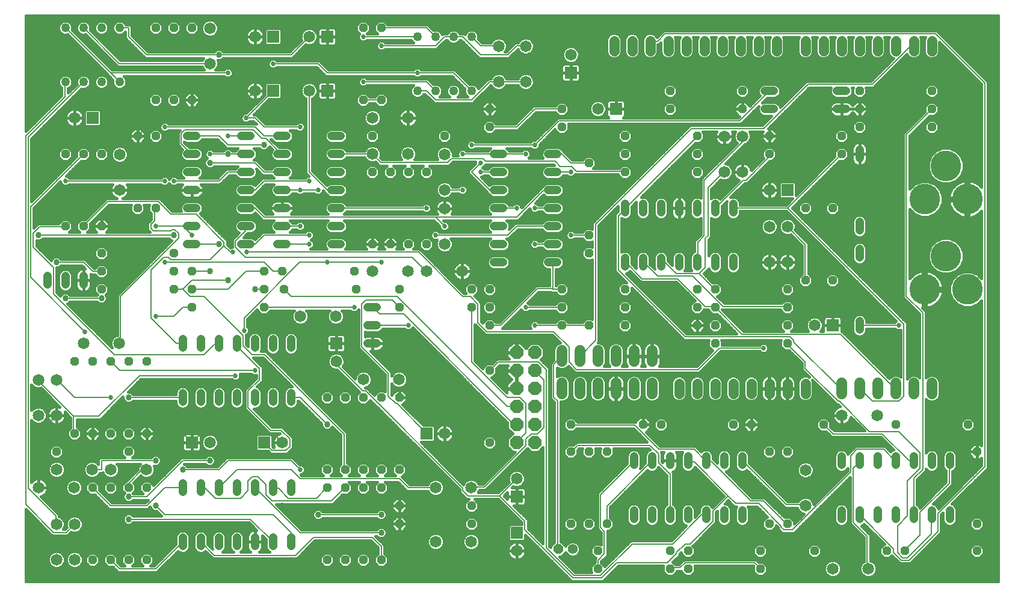
<source format=gbl>
G75*
%MOIN*%
%OFA0B0*%
%FSLAX25Y25*%
%IPPOS*%
%LPD*%
%AMOC8*
5,1,8,0,0,1.08239X$1,22.5*
%
%ADD10C,0.05610*%
%ADD11C,0.06000*%
%ADD12OC8,0.04800*%
%ADD13C,0.06500*%
%ADD14C,0.04800*%
%ADD15OC8,0.05600*%
%ADD16C,0.05600*%
%ADD17OC8,0.07400*%
%ADD18C,0.05000*%
%ADD19C,0.17000*%
%ADD20R,0.06500X0.06500*%
%ADD21C,0.00800*%
%ADD22C,0.02700*%
%ADD23C,0.03369*%
%ADD24C,0.01600*%
D10*
X0366800Y0108995D02*
X0366800Y0114605D01*
X0376800Y0114605D02*
X0376800Y0108995D01*
X0386800Y0108995D02*
X0386800Y0114605D01*
X0396800Y0114605D02*
X0396800Y0108995D01*
X0406800Y0108995D02*
X0406800Y0114605D01*
X0416800Y0114605D02*
X0416800Y0108995D01*
X0426800Y0108995D02*
X0426800Y0114605D01*
X0436800Y0114605D02*
X0436800Y0108995D01*
X0436800Y0298995D02*
X0436800Y0304605D01*
X0446800Y0304605D02*
X0446800Y0298995D01*
X0456800Y0298995D02*
X0456800Y0304605D01*
X0466800Y0304605D02*
X0466800Y0298995D01*
X0476800Y0298995D02*
X0476800Y0304605D01*
X0486800Y0304605D02*
X0486800Y0298995D01*
X0496800Y0298995D02*
X0496800Y0304605D01*
X0506800Y0304605D02*
X0506800Y0298995D01*
X0420800Y0298995D02*
X0420800Y0304605D01*
X0410800Y0304605D02*
X0410800Y0298995D01*
X0400800Y0298995D02*
X0400800Y0304605D01*
X0390800Y0304605D02*
X0390800Y0298995D01*
X0380800Y0298995D02*
X0380800Y0304605D01*
X0370800Y0304605D02*
X0370800Y0298995D01*
X0360800Y0298995D02*
X0360800Y0304605D01*
X0350800Y0304605D02*
X0350800Y0298995D01*
X0340800Y0298995D02*
X0340800Y0304605D01*
X0330800Y0304605D02*
X0330800Y0298995D01*
D11*
X0331800Y0132800D02*
X0331800Y0126800D01*
X0341800Y0126800D02*
X0341800Y0132800D01*
X0351800Y0132800D02*
X0351800Y0126800D01*
X0351800Y0114800D02*
X0351800Y0108800D01*
X0341800Y0108800D02*
X0341800Y0114800D01*
X0331800Y0114800D02*
X0331800Y0108800D01*
X0321800Y0108800D02*
X0321800Y0114800D01*
X0311800Y0114800D02*
X0311800Y0108800D01*
X0301800Y0108800D02*
X0301800Y0114800D01*
X0301800Y0126800D02*
X0301800Y0132800D01*
X0311800Y0132800D02*
X0311800Y0126800D01*
X0321800Y0126800D02*
X0321800Y0132800D01*
X0456800Y0114800D02*
X0456800Y0108800D01*
X0466800Y0108800D02*
X0466800Y0114800D01*
X0476800Y0114800D02*
X0476800Y0108800D01*
X0486800Y0108800D02*
X0486800Y0114800D01*
X0496800Y0114800D02*
X0496800Y0108800D01*
X0506800Y0108800D02*
X0506800Y0114800D01*
D12*
X0486800Y0091800D03*
X0446800Y0091800D03*
X0426800Y0076800D03*
X0416800Y0076800D03*
X0406800Y0091800D03*
X0396800Y0091800D03*
X0356800Y0091800D03*
X0346800Y0091800D03*
X0326800Y0076800D03*
X0316800Y0076800D03*
X0306800Y0076800D03*
X0306800Y0091800D03*
X0261800Y0081800D03*
X0211800Y0066800D03*
X0201800Y0066800D03*
X0191800Y0066800D03*
X0181800Y0066800D03*
X0171800Y0066800D03*
X0171800Y0056800D03*
X0181800Y0056800D03*
X0191800Y0056800D03*
X0201800Y0056800D03*
X0211800Y0046800D03*
X0211800Y0036800D03*
X0201800Y0016800D03*
X0191800Y0016800D03*
X0181800Y0016800D03*
X0171800Y0016800D03*
X0251800Y0036800D03*
X0251800Y0046800D03*
X0306800Y0036800D03*
X0316800Y0036800D03*
X0326800Y0036800D03*
X0321800Y0021800D03*
X0321800Y0011800D03*
X0361800Y0011800D03*
X0371800Y0011800D03*
X0371800Y0021800D03*
X0361800Y0021800D03*
X0411800Y0021800D03*
X0411800Y0011800D03*
X0441800Y0021800D03*
X0426800Y0036800D03*
X0416800Y0036800D03*
X0481800Y0021800D03*
X0491800Y0021800D03*
X0531800Y0021800D03*
X0531800Y0036800D03*
X0531800Y0076800D03*
X0526800Y0091800D03*
X0426800Y0136800D03*
X0426800Y0146800D03*
X0426800Y0156800D03*
X0426800Y0166800D03*
X0436800Y0171800D03*
X0451800Y0171800D03*
X0451800Y0211800D03*
X0436800Y0211800D03*
X0416800Y0241800D03*
X0416800Y0251800D03*
X0401800Y0266800D03*
X0401800Y0276800D03*
X0361800Y0276800D03*
X0361800Y0266800D03*
X0376800Y0251800D03*
X0376800Y0241800D03*
X0376800Y0231800D03*
X0336800Y0231800D03*
X0336800Y0241800D03*
X0336800Y0251800D03*
X0316800Y0236800D03*
X0301800Y0256800D03*
X0301800Y0266800D03*
X0261800Y0266800D03*
X0261800Y0256800D03*
X0236800Y0251800D03*
X0226800Y0231800D03*
X0216800Y0231800D03*
X0206800Y0231800D03*
X0196800Y0231800D03*
X0196800Y0251800D03*
X0191800Y0271800D03*
X0201800Y0271800D03*
X0201800Y0311800D03*
X0191800Y0311800D03*
X0096800Y0311800D03*
X0086800Y0311800D03*
X0076800Y0311800D03*
X0076800Y0271800D03*
X0086800Y0271800D03*
X0096800Y0271800D03*
X0076800Y0251800D03*
X0066800Y0251800D03*
X0046800Y0241800D03*
X0036800Y0241800D03*
X0026800Y0241800D03*
X0066800Y0211800D03*
X0076800Y0211800D03*
X0046800Y0201800D03*
X0036800Y0201800D03*
X0026800Y0201800D03*
X0046800Y0186800D03*
X0046800Y0176800D03*
X0046800Y0166800D03*
X0086800Y0166800D03*
X0096800Y0166800D03*
X0096800Y0156800D03*
X0096800Y0176800D03*
X0086800Y0176800D03*
X0086800Y0186800D03*
X0136800Y0176800D03*
X0146800Y0176800D03*
X0147800Y0166800D03*
X0136800Y0166800D03*
X0136800Y0156800D03*
X0187800Y0166800D03*
X0186800Y0176800D03*
X0211800Y0166800D03*
X0211800Y0156800D03*
X0251800Y0156800D03*
X0261800Y0156800D03*
X0261800Y0146800D03*
X0261800Y0166800D03*
X0251800Y0166800D03*
X0226800Y0191800D03*
X0216800Y0191800D03*
X0206800Y0191800D03*
X0196800Y0191800D03*
X0301800Y0166800D03*
X0301800Y0156800D03*
X0301800Y0146800D03*
X0316800Y0146800D03*
X0336800Y0146800D03*
X0336800Y0156800D03*
X0336800Y0166800D03*
X0316800Y0186800D03*
X0316800Y0196800D03*
X0376800Y0166800D03*
X0386800Y0166800D03*
X0386800Y0156800D03*
X0376800Y0156800D03*
X0376800Y0146800D03*
X0386800Y0146800D03*
X0386800Y0136800D03*
X0261800Y0121800D03*
X0211800Y0106800D03*
X0201800Y0106800D03*
X0191800Y0106800D03*
X0181800Y0106800D03*
X0171800Y0106800D03*
X0071800Y0086800D03*
X0061800Y0086800D03*
X0051800Y0086800D03*
X0041800Y0086800D03*
X0031800Y0086800D03*
X0021800Y0076800D03*
X0041800Y0056800D03*
X0051800Y0056800D03*
X0061800Y0056800D03*
X0071800Y0056800D03*
X0061800Y0076800D03*
X0061800Y0126800D03*
X0071800Y0126800D03*
X0051800Y0126800D03*
X0041800Y0126800D03*
X0031800Y0126800D03*
X0041800Y0016800D03*
X0051800Y0016800D03*
X0061800Y0016800D03*
X0071800Y0016800D03*
X0456800Y0241800D03*
X0456800Y0251800D03*
X0466800Y0256800D03*
X0466800Y0266800D03*
X0466800Y0276800D03*
X0506800Y0276800D03*
X0506800Y0266800D03*
X0506800Y0256800D03*
D13*
X0416800Y0221800D03*
X0401800Y0231957D03*
X0391800Y0231957D03*
X0391800Y0251643D03*
X0401800Y0251643D03*
X0321800Y0266800D03*
X0281800Y0281957D03*
X0266800Y0281957D03*
X0266800Y0301643D03*
X0281800Y0301643D03*
X0306800Y0296800D03*
X0216643Y0261800D03*
X0196957Y0261800D03*
X0196957Y0241800D03*
X0216643Y0241800D03*
X0236800Y0241643D03*
X0236800Y0221957D03*
X0236800Y0211643D03*
X0236800Y0191957D03*
X0226957Y0176800D03*
X0216643Y0176800D03*
X0196957Y0176800D03*
X0176643Y0151800D03*
X0156957Y0151800D03*
X0176800Y0126800D03*
X0191957Y0116800D03*
X0211643Y0116800D03*
X0236800Y0086800D03*
X0276800Y0061800D03*
X0251643Y0056800D03*
X0231957Y0056800D03*
X0231957Y0026800D03*
X0251643Y0026800D03*
X0276800Y0021800D03*
X0146800Y0081800D03*
X0106800Y0081800D03*
X0071643Y0066800D03*
X0051957Y0066800D03*
X0041643Y0066800D03*
X0031643Y0056800D03*
X0021957Y0066800D03*
X0011957Y0056800D03*
X0021800Y0036643D03*
X0031800Y0036643D03*
X0031800Y0016957D03*
X0021800Y0016957D03*
X0021800Y0096957D03*
X0011800Y0096957D03*
X0011800Y0116643D03*
X0021800Y0116643D03*
X0036957Y0136800D03*
X0056643Y0136800D03*
X0056800Y0221957D03*
X0056800Y0241643D03*
X0031800Y0261800D03*
X0106800Y0291957D03*
X0131800Y0306800D03*
X0106800Y0311643D03*
X0161800Y0306800D03*
X0161800Y0276800D03*
X0131800Y0276800D03*
X0246643Y0176800D03*
X0416800Y0181957D03*
X0426800Y0181957D03*
X0426800Y0201643D03*
X0416800Y0201643D03*
X0441800Y0146800D03*
X0456957Y0096800D03*
X0476643Y0096800D03*
X0436800Y0066643D03*
X0436800Y0046957D03*
X0451957Y0011800D03*
X0471643Y0011800D03*
D14*
X0466800Y0039400D02*
X0466800Y0044200D01*
X0476800Y0044200D02*
X0476800Y0039400D01*
X0486800Y0039400D02*
X0486800Y0044200D01*
X0496800Y0044200D02*
X0496800Y0039400D01*
X0506800Y0039400D02*
X0506800Y0044200D01*
X0516800Y0044200D02*
X0516800Y0039400D01*
X0516800Y0069400D02*
X0516800Y0074200D01*
X0506800Y0074200D02*
X0506800Y0069400D01*
X0496800Y0069400D02*
X0496800Y0074200D01*
X0486800Y0074200D02*
X0486800Y0069400D01*
X0476800Y0069400D02*
X0476800Y0074200D01*
X0466800Y0074200D02*
X0466800Y0069400D01*
X0456800Y0069400D02*
X0456800Y0074200D01*
X0456800Y0044200D02*
X0456800Y0039400D01*
X0401800Y0039400D02*
X0401800Y0044200D01*
X0391800Y0044200D02*
X0391800Y0039400D01*
X0381800Y0039400D02*
X0381800Y0044200D01*
X0371800Y0044200D02*
X0371800Y0039400D01*
X0361800Y0039400D02*
X0361800Y0044200D01*
X0351800Y0044200D02*
X0351800Y0039400D01*
X0341800Y0039400D02*
X0341800Y0044200D01*
X0341800Y0069400D02*
X0341800Y0074200D01*
X0351800Y0074200D02*
X0351800Y0069400D01*
X0361800Y0069400D02*
X0361800Y0074200D01*
X0371800Y0074200D02*
X0371800Y0069400D01*
X0381800Y0069400D02*
X0381800Y0074200D01*
X0391800Y0074200D02*
X0391800Y0069400D01*
X0401800Y0069400D02*
X0401800Y0074200D01*
X0466800Y0144400D02*
X0466800Y0149200D01*
X0466800Y0184400D02*
X0466800Y0189200D01*
X0466800Y0199400D02*
X0466800Y0204200D01*
X0466800Y0239400D02*
X0466800Y0244200D01*
X0459200Y0266800D02*
X0454400Y0266800D01*
X0454400Y0276800D02*
X0459200Y0276800D01*
X0419200Y0276800D02*
X0414400Y0276800D01*
X0414400Y0266800D02*
X0419200Y0266800D01*
X0396800Y0214200D02*
X0396800Y0209400D01*
X0386800Y0209400D02*
X0386800Y0214200D01*
X0376800Y0214200D02*
X0376800Y0209400D01*
X0366800Y0209400D02*
X0366800Y0214200D01*
X0356800Y0214200D02*
X0356800Y0209400D01*
X0346800Y0209400D02*
X0346800Y0214200D01*
X0336800Y0214200D02*
X0336800Y0209400D01*
X0299200Y0211800D02*
X0294400Y0211800D01*
X0294400Y0201800D02*
X0299200Y0201800D01*
X0299200Y0191800D02*
X0294400Y0191800D01*
X0294400Y0181800D02*
X0299200Y0181800D01*
X0269200Y0181800D02*
X0264400Y0181800D01*
X0264400Y0191800D02*
X0269200Y0191800D01*
X0269200Y0201800D02*
X0264400Y0201800D01*
X0264400Y0211800D02*
X0269200Y0211800D01*
X0269200Y0221800D02*
X0264400Y0221800D01*
X0264400Y0231800D02*
X0269200Y0231800D01*
X0269200Y0241800D02*
X0264400Y0241800D01*
X0294400Y0241800D02*
X0299200Y0241800D01*
X0299200Y0231800D02*
X0294400Y0231800D01*
X0294400Y0221800D02*
X0299200Y0221800D01*
X0336800Y0184200D02*
X0336800Y0179400D01*
X0346800Y0179400D02*
X0346800Y0184200D01*
X0356800Y0184200D02*
X0356800Y0179400D01*
X0366800Y0179400D02*
X0366800Y0184200D01*
X0376800Y0184200D02*
X0376800Y0179400D01*
X0386800Y0179400D02*
X0386800Y0184200D01*
X0396800Y0184200D02*
X0396800Y0179400D01*
X0199200Y0156800D02*
X0194400Y0156800D01*
X0194400Y0146800D02*
X0199200Y0146800D01*
X0199200Y0136800D02*
X0194400Y0136800D01*
X0151800Y0139200D02*
X0151800Y0134400D01*
X0141800Y0134400D02*
X0141800Y0139200D01*
X0131800Y0139200D02*
X0131800Y0134400D01*
X0121800Y0134400D02*
X0121800Y0139200D01*
X0111800Y0139200D02*
X0111800Y0134400D01*
X0101800Y0134400D02*
X0101800Y0139200D01*
X0091800Y0139200D02*
X0091800Y0134400D01*
X0091800Y0109200D02*
X0091800Y0104400D01*
X0101800Y0104400D02*
X0101800Y0109200D01*
X0111800Y0109200D02*
X0111800Y0104400D01*
X0121800Y0104400D02*
X0121800Y0109200D01*
X0131800Y0109200D02*
X0131800Y0104400D01*
X0141800Y0104400D02*
X0141800Y0109200D01*
X0151800Y0109200D02*
X0151800Y0104400D01*
X0151800Y0059200D02*
X0151800Y0054400D01*
X0141800Y0054400D02*
X0141800Y0059200D01*
X0131800Y0059200D02*
X0131800Y0054400D01*
X0121800Y0054400D02*
X0121800Y0059200D01*
X0111800Y0059200D02*
X0111800Y0054400D01*
X0101800Y0054400D02*
X0101800Y0059200D01*
X0091800Y0059200D02*
X0091800Y0054400D01*
X0091800Y0029200D02*
X0091800Y0024400D01*
X0101800Y0024400D02*
X0101800Y0029200D01*
X0111800Y0029200D02*
X0111800Y0024400D01*
X0121800Y0024400D02*
X0121800Y0029200D01*
X0131800Y0029200D02*
X0131800Y0024400D01*
X0141800Y0024400D02*
X0141800Y0029200D01*
X0151800Y0029200D02*
X0151800Y0024400D01*
X0036800Y0169400D02*
X0036800Y0174200D01*
X0026800Y0174200D02*
X0026800Y0169400D01*
X0016800Y0169400D02*
X0016800Y0174200D01*
X0094400Y0191800D02*
X0099200Y0191800D01*
X0099200Y0201800D02*
X0094400Y0201800D01*
X0094400Y0211800D02*
X0099200Y0211800D01*
X0099200Y0221800D02*
X0094400Y0221800D01*
X0094400Y0231800D02*
X0099200Y0231800D01*
X0099200Y0241800D02*
X0094400Y0241800D01*
X0094400Y0251800D02*
X0099200Y0251800D01*
X0124400Y0251800D02*
X0129200Y0251800D01*
X0129200Y0241800D02*
X0124400Y0241800D01*
X0124400Y0231800D02*
X0129200Y0231800D01*
X0129200Y0221800D02*
X0124400Y0221800D01*
X0124400Y0211800D02*
X0129200Y0211800D01*
X0129200Y0201800D02*
X0124400Y0201800D01*
X0124400Y0191800D02*
X0129200Y0191800D01*
X0144400Y0191800D02*
X0149200Y0191800D01*
X0149200Y0201800D02*
X0144400Y0201800D01*
X0144400Y0211800D02*
X0149200Y0211800D01*
X0149200Y0221800D02*
X0144400Y0221800D01*
X0144400Y0231800D02*
X0149200Y0231800D01*
X0149200Y0241800D02*
X0144400Y0241800D01*
X0144400Y0251800D02*
X0149200Y0251800D01*
X0174400Y0251800D02*
X0179200Y0251800D01*
X0179200Y0241800D02*
X0174400Y0241800D01*
X0174400Y0231800D02*
X0179200Y0231800D01*
X0179200Y0221800D02*
X0174400Y0221800D01*
X0174400Y0211800D02*
X0179200Y0211800D01*
X0179200Y0201800D02*
X0174400Y0201800D01*
X0174400Y0191800D02*
X0179200Y0191800D01*
D15*
X0299800Y0022800D03*
D16*
X0307800Y0022800D03*
D17*
X0286800Y0081800D03*
X0276800Y0081800D03*
X0276800Y0091800D03*
X0286800Y0091800D03*
X0286800Y0101800D03*
X0276800Y0101800D03*
X0276800Y0111800D03*
X0286800Y0111800D03*
X0286800Y0121800D03*
X0276800Y0121800D03*
X0276800Y0131800D03*
X0286800Y0131800D03*
D18*
X0251800Y0276800D03*
X0241800Y0276800D03*
X0231800Y0276800D03*
X0221800Y0276800D03*
X0221800Y0306800D03*
X0231800Y0306800D03*
X0241800Y0306800D03*
X0251800Y0306800D03*
X0056800Y0311800D03*
X0046800Y0311800D03*
X0036800Y0311800D03*
X0026800Y0311800D03*
X0026800Y0281800D03*
X0036800Y0281800D03*
X0046800Y0281800D03*
X0056800Y0281800D03*
D19*
X0502863Y0216800D03*
X0526485Y0216800D03*
X0514674Y0235304D03*
X0514674Y0185304D03*
X0502863Y0166800D03*
X0526485Y0166800D03*
D20*
X0451800Y0146800D03*
X0426800Y0221800D03*
X0331800Y0266800D03*
X0306800Y0286800D03*
X0171800Y0276800D03*
X0141800Y0276800D03*
X0141800Y0306800D03*
X0171800Y0306800D03*
X0041800Y0261800D03*
X0176800Y0136800D03*
X0226800Y0086800D03*
X0276800Y0051800D03*
X0276800Y0031800D03*
X0136800Y0081800D03*
X0096800Y0081800D03*
D21*
X0101800Y0086800D01*
X0141800Y0086800D01*
X0146800Y0081800D01*
X0151100Y0083800D02*
X0151100Y0079600D01*
X0149000Y0077500D01*
X0141300Y0077500D01*
X0137100Y0081700D01*
X0136800Y0081800D01*
X0140600Y0088700D02*
X0146200Y0088700D01*
X0151100Y0083800D01*
X0140600Y0088700D02*
X0128000Y0101300D01*
X0128000Y0110400D01*
X0134300Y0116700D01*
X0134300Y0123000D01*
X0122400Y0134900D01*
X0122400Y0136300D01*
X0121800Y0136800D01*
X0125200Y0135600D02*
X0125200Y0141200D01*
X0103500Y0162900D01*
X0095800Y0162900D01*
X0091850Y0166850D01*
X0091600Y0167100D01*
X0091850Y0166850D02*
X0096800Y0171800D01*
X0116800Y0171800D01*
X0106800Y0176800D02*
X0096800Y0176800D01*
X0107000Y0183200D02*
X0085300Y0183200D01*
X0083900Y0184600D01*
X0081100Y0184600D01*
X0074100Y0177600D01*
X0074100Y0151000D01*
X0088100Y0137000D01*
X0091600Y0137000D01*
X0091800Y0136800D01*
X0103500Y0130700D02*
X0053800Y0130700D01*
X0020200Y0164300D01*
X0020200Y0179000D01*
X0009000Y0190200D01*
X0009000Y0197900D01*
X0012500Y0201400D01*
X0026500Y0201400D01*
X0026800Y0201800D01*
X0036800Y0201800D02*
X0037000Y0202100D01*
X0050300Y0215400D01*
X0078300Y0215400D01*
X0085300Y0208400D01*
X0099300Y0208400D01*
X0114700Y0193000D01*
X0114700Y0190900D01*
X0118200Y0187400D01*
X0119600Y0187400D01*
X0121000Y0190200D02*
X0126600Y0184600D01*
X0219000Y0184600D01*
X0226700Y0176900D01*
X0226957Y0176800D01*
X0222500Y0187400D02*
X0127300Y0187400D01*
X0121000Y0190200D02*
X0121000Y0193700D01*
X0126600Y0199300D01*
X0126600Y0201400D01*
X0126800Y0201800D01*
X0131800Y0191800D02*
X0136800Y0196800D01*
X0161800Y0196800D01*
X0161800Y0191800D02*
X0146800Y0191800D01*
X0146800Y0201800D02*
X0156800Y0201800D01*
X0136800Y0206800D02*
X0131800Y0211800D01*
X0126800Y0211800D01*
X0136800Y0206800D02*
X0231800Y0206800D01*
X0276800Y0206800D01*
X0291800Y0221800D01*
X0296800Y0221800D01*
X0296800Y0211800D02*
X0286800Y0211800D01*
X0276800Y0211800D02*
X0266800Y0211800D01*
X0266800Y0221800D02*
X0261800Y0221800D01*
X0251800Y0231800D01*
X0256800Y0236800D01*
X0258200Y0239200D02*
X0240700Y0239200D01*
X0238600Y0237100D01*
X0201500Y0237100D01*
X0197300Y0241300D01*
X0196957Y0241800D01*
X0176800Y0241800D01*
X0161800Y0231800D02*
X0161800Y0276800D01*
X0171800Y0276800D02*
X0171800Y0271800D01*
X0176800Y0266800D01*
X0201800Y0266800D01*
X0206800Y0261800D01*
X0216643Y0261800D01*
X0231800Y0261800D01*
X0236800Y0266800D01*
X0261800Y0266800D01*
X0251800Y0271800D02*
X0261800Y0281800D01*
X0266800Y0281800D01*
X0266800Y0281957D01*
X0266800Y0281800D02*
X0281800Y0281800D01*
X0281800Y0281957D01*
X0271800Y0296800D02*
X0256800Y0296800D01*
X0246800Y0306800D01*
X0241800Y0306800D01*
X0236800Y0306800D01*
X0231800Y0301800D01*
X0201800Y0301800D01*
X0191800Y0306800D02*
X0221800Y0306800D01*
X0226800Y0311800D02*
X0201800Y0311800D01*
X0226800Y0311800D02*
X0231800Y0306800D01*
X0251800Y0306800D02*
X0256800Y0301800D01*
X0266800Y0301800D01*
X0266800Y0301643D01*
X0271800Y0296800D02*
X0276800Y0301800D01*
X0281800Y0301800D01*
X0281800Y0301643D01*
X0251800Y0276800D02*
X0241800Y0286800D01*
X0221800Y0286800D01*
X0171800Y0286800D01*
X0166800Y0291800D01*
X0141800Y0291800D01*
X0136800Y0286800D02*
X0166800Y0286800D01*
X0171800Y0281800D01*
X0171800Y0276800D01*
X0191800Y0271800D02*
X0201800Y0271800D01*
X0191800Y0281800D02*
X0226800Y0281800D01*
X0231800Y0276800D01*
X0231800Y0271800D02*
X0226800Y0276800D01*
X0221800Y0276800D01*
X0231800Y0271800D02*
X0251800Y0271800D01*
X0261800Y0256800D02*
X0276800Y0256800D01*
X0286800Y0266800D01*
X0301800Y0266800D01*
X0300200Y0260200D02*
X0286800Y0246800D01*
X0251800Y0246800D01*
X0246800Y0241800D02*
X0266800Y0241800D01*
X0281800Y0241800D01*
X0296800Y0241800D02*
X0301800Y0241800D01*
X0306800Y0236800D01*
X0316800Y0236800D01*
X0310000Y0232200D02*
X0307200Y0235000D01*
X0300900Y0235000D01*
X0298100Y0237800D01*
X0259600Y0237800D01*
X0258200Y0239200D01*
X0256800Y0231800D02*
X0266800Y0231800D01*
X0246800Y0221800D02*
X0236800Y0221800D01*
X0236800Y0221957D01*
X0226800Y0216800D02*
X0231800Y0211800D01*
X0236800Y0211800D01*
X0236800Y0211643D01*
X0231800Y0206800D02*
X0236800Y0201800D01*
X0231800Y0201800D02*
X0211800Y0201800D01*
X0206800Y0196800D01*
X0222500Y0187400D02*
X0247000Y0162900D01*
X0251200Y0162900D01*
X0255400Y0158700D01*
X0255400Y0148200D01*
X0260300Y0143300D01*
X0297400Y0143300D01*
X0305800Y0134900D01*
X0305800Y0126500D01*
X0310000Y0122300D01*
X0377200Y0122300D01*
X0389100Y0134200D01*
X0413600Y0134200D01*
X0426800Y0136800D02*
X0426900Y0136300D01*
X0436700Y0126500D01*
X0436700Y0123000D01*
X0454900Y0104800D01*
X0455600Y0104800D01*
X0472400Y0088000D01*
X0488500Y0088000D01*
X0500400Y0076100D01*
X0500400Y0067700D01*
X0493400Y0060700D01*
X0493400Y0041100D01*
X0487800Y0035500D01*
X0487800Y0020800D01*
X0490600Y0018000D01*
X0493400Y0018000D01*
X0506700Y0031300D01*
X0506700Y0041800D01*
X0506800Y0041800D01*
X0510200Y0042500D02*
X0510200Y0032700D01*
X0494100Y0016600D01*
X0489900Y0016600D01*
X0485700Y0020800D01*
X0485700Y0022900D01*
X0466800Y0041800D01*
X0463300Y0037600D02*
X0463300Y0067700D01*
X0466800Y0071200D01*
X0466800Y0071800D01*
X0461900Y0074700D02*
X0465400Y0078200D01*
X0480100Y0078200D01*
X0486400Y0071900D01*
X0486800Y0071800D01*
X0494100Y0071900D02*
X0479400Y0086600D01*
X0452100Y0086600D01*
X0447200Y0091500D01*
X0446800Y0091800D01*
X0461900Y0074700D02*
X0461900Y0065600D01*
X0429700Y0033400D01*
X0424800Y0033400D01*
X0423400Y0034800D01*
X0423400Y0035500D01*
X0410800Y0048100D01*
X0398200Y0048100D01*
X0394000Y0052300D01*
X0385600Y0043900D01*
X0385600Y0038300D01*
X0373000Y0025700D01*
X0370200Y0025700D01*
X0365300Y0020800D01*
X0365300Y0020100D01*
X0360400Y0015200D01*
X0332400Y0015200D01*
X0324000Y0006800D01*
X0307900Y0006800D01*
X0281300Y0033400D01*
X0281300Y0038300D01*
X0267300Y0052300D01*
X0276800Y0061800D01*
X0267300Y0052300D02*
X0249800Y0052300D01*
X0247000Y0055100D01*
X0247000Y0056500D01*
X0193100Y0110400D01*
X0191700Y0110400D01*
X0177000Y0125100D01*
X0177000Y0126500D01*
X0176800Y0126800D01*
X0191000Y0134900D02*
X0191000Y0158700D01*
X0193100Y0160800D01*
X0207800Y0160800D01*
X0211800Y0156800D01*
X0214100Y0153100D02*
X0200800Y0153100D01*
X0197300Y0156600D01*
X0196800Y0156800D01*
X0186800Y0156800D02*
X0136800Y0156800D01*
X0125900Y0151000D02*
X0156700Y0181800D01*
X0171800Y0181800D01*
X0201800Y0181800D01*
X0210600Y0162900D02*
X0151800Y0162900D01*
X0148300Y0166400D01*
X0147800Y0166800D01*
X0136800Y0166800D02*
X0131800Y0166800D01*
X0126800Y0176800D02*
X0116800Y0166800D01*
X0096800Y0166800D01*
X0091850Y0166850D02*
X0091800Y0166800D01*
X0086800Y0166800D01*
X0091800Y0156800D02*
X0096800Y0156800D01*
X0091800Y0156800D02*
X0086800Y0151800D01*
X0076800Y0151800D01*
X0057300Y0162900D02*
X0057300Y0137000D01*
X0056643Y0136800D01*
X0056800Y0136800D01*
X0051800Y0126800D02*
X0056800Y0121800D01*
X0131800Y0121800D01*
X0136800Y0116800D02*
X0141800Y0121800D01*
X0136800Y0116800D02*
X0136800Y0096800D01*
X0151800Y0106800D02*
X0156800Y0106800D01*
X0171800Y0091800D01*
X0181200Y0086600D02*
X0137100Y0130700D01*
X0130100Y0130700D01*
X0125200Y0135600D01*
X0125900Y0144000D02*
X0125900Y0151000D01*
X0111800Y0136800D02*
X0111200Y0136300D01*
X0109100Y0136300D01*
X0103500Y0130700D01*
X0121000Y0118800D02*
X0067800Y0118800D01*
X0045400Y0096400D01*
X0031400Y0096400D01*
X0011800Y0116000D01*
X0011800Y0116643D01*
X0021800Y0116643D02*
X0021800Y0116800D01*
X0031800Y0106800D01*
X0051800Y0106800D01*
X0061800Y0106800D02*
X0091800Y0106800D01*
X0091800Y0086800D02*
X0071800Y0086800D01*
X0076800Y0071800D02*
X0046800Y0071800D01*
X0046800Y0066800D01*
X0041643Y0066800D01*
X0041800Y0056800D02*
X0051800Y0046800D01*
X0071800Y0046800D01*
X0081800Y0056800D01*
X0091800Y0056800D01*
X0101800Y0056800D02*
X0102100Y0056500D01*
X0104200Y0056500D01*
X0109800Y0050900D01*
X0123800Y0050900D01*
X0128000Y0055100D01*
X0128000Y0060700D01*
X0130100Y0062800D01*
X0133600Y0062800D01*
X0137800Y0058600D01*
X0137800Y0053000D01*
X0141300Y0049500D01*
X0174200Y0049500D01*
X0181200Y0056500D01*
X0181800Y0056800D01*
X0171800Y0056800D02*
X0171400Y0056500D01*
X0165800Y0050900D01*
X0150400Y0050900D01*
X0144800Y0056500D01*
X0142000Y0056500D01*
X0141800Y0056800D01*
X0131800Y0056800D02*
X0156800Y0031800D01*
X0201800Y0031800D01*
X0196800Y0029300D02*
X0164300Y0029300D01*
X0154300Y0019300D01*
X0109300Y0019300D01*
X0101800Y0026800D01*
X0091800Y0026800D02*
X0076800Y0011800D01*
X0056800Y0011800D01*
X0051800Y0016800D01*
X0031400Y0036200D02*
X0027200Y0032000D01*
X0020200Y0032000D01*
X0004800Y0047400D01*
X0004800Y0251800D01*
X0026500Y0273500D01*
X0026500Y0281200D01*
X0026800Y0281800D01*
X0036300Y0281200D02*
X0036800Y0281800D01*
X0036300Y0281200D02*
X0006200Y0251100D01*
X0006200Y0056500D01*
X0021600Y0041100D01*
X0021600Y0036900D01*
X0021800Y0036643D01*
X0031400Y0036200D02*
X0031800Y0036643D01*
X0011957Y0056800D02*
X0011957Y0086800D01*
X0021957Y0096800D01*
X0031400Y0096400D02*
X0031400Y0087300D01*
X0031800Y0086800D01*
X0061800Y0059300D02*
X0069300Y0066800D01*
X0071643Y0066800D01*
X0061800Y0059300D02*
X0061800Y0056800D01*
X0061800Y0051800D02*
X0071800Y0051800D01*
X0091800Y0071800D01*
X0106800Y0071800D01*
X0111800Y0066800D02*
X0116800Y0071800D01*
X0151800Y0071800D01*
X0156800Y0066800D01*
X0151800Y0066800D02*
X0121800Y0066800D01*
X0111800Y0056800D01*
X0111800Y0066800D02*
X0091800Y0066800D01*
X0096800Y0081800D02*
X0091800Y0086800D01*
X0151800Y0066800D02*
X0156800Y0061800D01*
X0211800Y0061800D01*
X0216800Y0056800D01*
X0231957Y0056800D01*
X0251643Y0056800D02*
X0251900Y0057200D01*
X0258900Y0057200D01*
X0282000Y0080300D01*
X0282000Y0083800D01*
X0284800Y0086600D01*
X0288300Y0086600D01*
X0291800Y0090100D01*
X0291800Y0116700D01*
X0286900Y0121600D01*
X0286800Y0121800D01*
X0289000Y0126500D02*
X0293200Y0122300D01*
X0293200Y0023600D01*
X0308600Y0008200D01*
X0323300Y0008200D01*
X0340800Y0025700D01*
X0363200Y0025700D01*
X0379300Y0041800D01*
X0381800Y0041800D01*
X0361800Y0041800D02*
X0361800Y0064200D01*
X0355500Y0070500D01*
X0355500Y0075400D01*
X0350600Y0080300D01*
X0310700Y0080300D01*
X0307200Y0076800D01*
X0306800Y0076800D01*
X0282000Y0087300D02*
X0277100Y0082400D01*
X0276800Y0081800D01*
X0282000Y0087300D02*
X0282000Y0103400D01*
X0278500Y0106900D01*
X0271500Y0106900D01*
X0251900Y0126500D01*
X0251900Y0156600D01*
X0251800Y0156800D01*
X0261800Y0146800D02*
X0268000Y0146800D01*
X0288300Y0167100D01*
X0296700Y0167100D01*
X0296800Y0166800D01*
X0301800Y0166800D01*
X0296800Y0166800D02*
X0296800Y0181800D01*
X0296800Y0191800D02*
X0286800Y0191800D01*
X0276800Y0201800D02*
X0271800Y0196800D01*
X0231800Y0196800D01*
X0226800Y0211800D02*
X0176800Y0211800D01*
X0176800Y0221800D02*
X0171800Y0221800D01*
X0161800Y0231800D01*
X0161800Y0226800D02*
X0136800Y0226800D01*
X0131800Y0221800D01*
X0126800Y0221800D01*
X0126800Y0231800D02*
X0116800Y0231800D01*
X0111800Y0226800D01*
X0086800Y0226800D01*
X0081800Y0226800D02*
X0026800Y0226800D01*
X0036800Y0241800D02*
X0007600Y0212600D01*
X0007600Y0173400D01*
X0037700Y0143300D01*
X0046800Y0161800D02*
X0026800Y0161800D01*
X0041800Y0176800D02*
X0046800Y0176800D01*
X0041800Y0176800D02*
X0036800Y0181800D01*
X0021800Y0181800D01*
X0011800Y0196800D02*
X0086800Y0196800D01*
X0089500Y0197900D02*
X0089500Y0195100D01*
X0057300Y0162900D01*
X0081800Y0181800D02*
X0136800Y0181800D01*
X0141800Y0176800D01*
X0146800Y0176800D01*
X0136800Y0176800D02*
X0126800Y0176800D01*
X0114700Y0190900D02*
X0107000Y0183200D01*
X0111800Y0191800D02*
X0096800Y0191800D01*
X0096800Y0196800D02*
X0091800Y0201800D01*
X0076800Y0201800D01*
X0075500Y0199300D02*
X0074100Y0200700D01*
X0074100Y0202800D01*
X0076200Y0204900D01*
X0076200Y0211200D01*
X0076800Y0211800D01*
X0075500Y0199300D02*
X0085300Y0199300D01*
X0086000Y0200000D01*
X0087400Y0200000D01*
X0089500Y0197900D01*
X0106800Y0216800D02*
X0101800Y0221800D01*
X0096800Y0221800D01*
X0106800Y0216800D02*
X0141800Y0216800D01*
X0226800Y0216800D01*
X0276800Y0201800D02*
X0296800Y0201800D01*
X0306800Y0196800D02*
X0316800Y0196800D01*
X0320500Y0202800D02*
X0320500Y0138400D01*
X0312100Y0130000D01*
X0311800Y0129800D01*
X0301800Y0129800D02*
X0301600Y0129300D01*
X0297400Y0125100D01*
X0297400Y0106900D01*
X0299500Y0104800D01*
X0299500Y0022900D01*
X0299800Y0022800D01*
X0321900Y0016600D02*
X0321900Y0012400D01*
X0321800Y0011800D01*
X0321900Y0016600D02*
X0325400Y0020100D01*
X0325400Y0032700D01*
X0323300Y0034800D01*
X0323300Y0053000D01*
X0341500Y0071200D01*
X0341800Y0071800D01*
X0351300Y0071200D02*
X0351800Y0071800D01*
X0351300Y0071200D02*
X0326800Y0046700D01*
X0326800Y0036800D01*
X0367400Y0012400D02*
X0370200Y0015200D01*
X0408700Y0015200D01*
X0411500Y0012400D01*
X0411800Y0011800D01*
X0426200Y0036900D02*
X0426800Y0036800D01*
X0426200Y0036900D02*
X0413600Y0049500D01*
X0406600Y0049500D01*
X0384900Y0071200D01*
X0382100Y0071200D01*
X0381800Y0071800D01*
X0381400Y0071900D01*
X0375100Y0078200D01*
X0355500Y0078200D01*
X0342200Y0091500D01*
X0307200Y0091500D01*
X0306800Y0091800D01*
X0276800Y0091800D02*
X0276400Y0092200D01*
X0275000Y0092200D01*
X0214100Y0153100D01*
X0216800Y0146800D02*
X0196800Y0146800D01*
X0191000Y0134900D02*
X0205700Y0120200D01*
X0205700Y0107600D01*
X0209900Y0103400D01*
X0210600Y0103400D01*
X0226700Y0087300D01*
X0226800Y0086800D01*
X0181200Y0086600D02*
X0181200Y0067000D01*
X0181800Y0066800D01*
X0156800Y0036800D02*
X0146800Y0046800D01*
X0141800Y0041800D02*
X0151800Y0031800D01*
X0151800Y0026800D01*
X0141800Y0026800D02*
X0129300Y0039300D01*
X0061800Y0039300D01*
X0076800Y0046800D02*
X0081800Y0041800D01*
X0141800Y0041800D01*
X0156800Y0036800D02*
X0211800Y0036800D01*
X0201800Y0041800D02*
X0166800Y0041800D01*
X0196800Y0029300D02*
X0201800Y0024300D01*
X0201800Y0016800D01*
X0271500Y0102000D02*
X0210600Y0162900D01*
X0262400Y0122300D02*
X0266600Y0126500D01*
X0289000Y0126500D01*
X0262400Y0122300D02*
X0261800Y0121800D01*
X0271500Y0102000D02*
X0276400Y0102000D01*
X0276800Y0101800D01*
X0211800Y0116800D02*
X0211643Y0116800D01*
X0281800Y0156800D02*
X0301800Y0156800D01*
X0301800Y0146800D02*
X0286800Y0146800D01*
X0301800Y0146800D02*
X0316800Y0146800D01*
X0346400Y0172700D02*
X0337300Y0181800D01*
X0336800Y0181800D01*
X0333100Y0177600D02*
X0333100Y0207700D01*
X0336600Y0211200D01*
X0336800Y0211800D01*
X0337300Y0211900D01*
X0377200Y0251800D01*
X0376800Y0251800D01*
X0373700Y0256000D02*
X0320500Y0202800D01*
X0346800Y0181800D02*
X0347100Y0181800D01*
X0354800Y0174100D01*
X0374400Y0174100D01*
X0391200Y0157300D01*
X0426200Y0157300D01*
X0426800Y0156800D01*
X0428300Y0140500D02*
X0370200Y0140500D01*
X0333100Y0177600D01*
X0346400Y0172700D02*
X0366000Y0172700D01*
X0381400Y0157300D01*
X0386300Y0157300D01*
X0386800Y0156800D01*
X0401700Y0141900D01*
X0456300Y0141900D01*
X0486400Y0111800D01*
X0486800Y0111800D01*
X0491300Y0107600D02*
X0491300Y0147500D01*
X0426900Y0211900D01*
X0456800Y0241800D01*
X0492700Y0252500D02*
X0506700Y0266500D01*
X0506800Y0266800D01*
X0492700Y0252500D02*
X0492700Y0162900D01*
X0501800Y0153800D01*
X0501800Y0067000D01*
X0496900Y0062100D01*
X0496900Y0041800D01*
X0496800Y0041800D01*
X0500400Y0043200D02*
X0500400Y0030600D01*
X0492000Y0022200D01*
X0491800Y0021800D01*
X0471000Y0029900D02*
X0471000Y0012400D01*
X0471643Y0011800D01*
X0471000Y0029900D02*
X0463300Y0037600D01*
X0436800Y0046957D02*
X0436700Y0047400D01*
X0426200Y0047400D01*
X0401800Y0071800D01*
X0394000Y0052300D02*
X0375100Y0071200D01*
X0372300Y0071200D01*
X0371800Y0071800D01*
X0430400Y0137700D02*
X0456300Y0111800D01*
X0456800Y0111800D01*
X0466800Y0111800D02*
X0473800Y0104800D01*
X0488500Y0104800D01*
X0491300Y0107600D01*
X0494100Y0071900D02*
X0496200Y0071900D01*
X0496800Y0071800D01*
X0516500Y0071200D02*
X0516800Y0071800D01*
X0516500Y0071200D02*
X0516500Y0059300D01*
X0500400Y0043200D01*
X0510200Y0042500D02*
X0536100Y0068400D01*
X0536100Y0281200D01*
X0508800Y0308500D01*
X0359000Y0308500D01*
X0354800Y0304300D01*
X0351300Y0304300D01*
X0350800Y0301800D01*
X0400300Y0260200D02*
X0416400Y0276300D01*
X0416800Y0276800D01*
X0413600Y0256000D02*
X0438100Y0280500D01*
X0473800Y0280500D01*
X0494800Y0301500D01*
X0496200Y0301500D01*
X0496800Y0301800D01*
X0413600Y0256000D02*
X0373700Y0256000D01*
X0400300Y0260200D02*
X0300200Y0260200D01*
X0296800Y0231800D02*
X0306800Y0231800D01*
X0310000Y0232200D02*
X0336600Y0232200D01*
X0336800Y0231800D01*
X0380700Y0227300D02*
X0380700Y0196500D01*
X0377200Y0193000D01*
X0377200Y0181800D01*
X0376800Y0181800D01*
X0381400Y0179000D02*
X0381400Y0195100D01*
X0382800Y0196500D01*
X0382800Y0223100D01*
X0391200Y0231500D01*
X0391800Y0231957D01*
X0402400Y0227300D02*
X0403800Y0227300D01*
X0416400Y0239900D01*
X0416400Y0241300D01*
X0416800Y0241800D01*
X0401700Y0248300D02*
X0401700Y0251100D01*
X0401800Y0251643D01*
X0401700Y0248300D02*
X0380700Y0227300D01*
X0387000Y0211900D02*
X0402400Y0227300D01*
X0396800Y0211900D02*
X0396800Y0211800D01*
X0396800Y0211900D02*
X0426900Y0211900D01*
X0426800Y0201643D02*
X0426900Y0201400D01*
X0436700Y0191600D01*
X0436700Y0172000D01*
X0436800Y0171800D01*
X0466800Y0146800D02*
X0488500Y0146800D01*
X0430400Y0138400D02*
X0428300Y0140500D01*
X0430400Y0138400D02*
X0430400Y0137700D01*
X0386800Y0166800D02*
X0386300Y0167100D01*
X0377900Y0175500D01*
X0381400Y0179000D01*
X0377900Y0175500D02*
X0365300Y0175500D01*
X0359000Y0181800D01*
X0356800Y0181800D01*
X0386800Y0211800D02*
X0387000Y0211900D01*
X0166800Y0221800D02*
X0156800Y0221800D01*
X0146800Y0221800D01*
X0146800Y0231800D02*
X0136800Y0231800D01*
X0131800Y0236800D01*
X0106800Y0236800D01*
X0106800Y0241800D02*
X0116800Y0241800D01*
X0126800Y0241800D01*
X0136800Y0246800D02*
X0116800Y0246800D01*
X0111800Y0251800D01*
X0096800Y0251800D01*
X0093000Y0255300D02*
X0090900Y0253200D01*
X0090900Y0247600D01*
X0096500Y0242000D01*
X0096800Y0241800D01*
X0116800Y0251800D02*
X0126800Y0251800D01*
X0130800Y0255300D02*
X0093000Y0255300D01*
X0091800Y0261800D02*
X0076800Y0261800D01*
X0066800Y0251800D01*
X0081800Y0256800D02*
X0131800Y0256800D01*
X0136800Y0251800D01*
X0146800Y0251800D01*
X0137800Y0250400D02*
X0135700Y0250400D01*
X0130800Y0255300D01*
X0136800Y0256800D02*
X0131800Y0261800D01*
X0126800Y0261800D01*
X0141800Y0276800D01*
X0131800Y0276800D02*
X0131800Y0281800D01*
X0136800Y0286800D01*
X0131800Y0276800D02*
X0126800Y0271800D01*
X0096800Y0271800D01*
X0096800Y0266800D01*
X0091800Y0261800D01*
X0056800Y0281800D02*
X0051800Y0286800D01*
X0116800Y0286800D01*
X0106800Y0291957D02*
X0056643Y0291957D01*
X0036800Y0311800D01*
X0026800Y0311800D02*
X0051800Y0286800D01*
X0061800Y0306800D02*
X0071800Y0296800D01*
X0111800Y0296800D01*
X0151800Y0296800D01*
X0161800Y0306800D01*
X0156800Y0256800D02*
X0136800Y0256800D01*
X0137800Y0250400D02*
X0146200Y0242000D01*
X0146800Y0241800D01*
X0131800Y0191800D02*
X0126800Y0191800D01*
X0061800Y0306800D02*
X0061800Y0311800D01*
X0056800Y0311800D01*
X0361800Y0012400D02*
X0361800Y0011800D01*
X0361800Y0012400D02*
X0367400Y0012400D01*
D22*
X0413600Y0134200D03*
X0488500Y0146800D03*
X0306800Y0196800D03*
X0286800Y0191800D03*
X0286800Y0211800D03*
X0276800Y0211800D03*
X0256800Y0231800D03*
X0256800Y0236800D03*
X0246800Y0241800D03*
X0251800Y0246800D03*
X0281800Y0241800D03*
X0286800Y0246800D03*
X0306800Y0231800D03*
X0246800Y0221800D03*
X0226800Y0211800D03*
X0231800Y0201800D03*
X0236800Y0201800D03*
X0231800Y0196800D03*
X0206800Y0196800D03*
X0201800Y0181800D03*
X0171800Y0181800D03*
X0161800Y0191800D03*
X0161800Y0196800D03*
X0156800Y0201800D03*
X0141800Y0216800D03*
X0156800Y0221800D03*
X0161800Y0226800D03*
X0166800Y0221800D03*
X0116800Y0251800D03*
X0106800Y0241800D03*
X0086800Y0226800D03*
X0081800Y0226800D03*
X0076800Y0201800D03*
X0096800Y0196800D03*
X0081800Y0181800D03*
X0119600Y0187400D03*
X0127300Y0187400D03*
X0076800Y0151800D03*
X0037700Y0143300D03*
X0051800Y0106800D03*
X0121000Y0118800D03*
X0131800Y0121800D03*
X0125900Y0144000D03*
X0186800Y0156800D03*
X0216800Y0146800D03*
X0281800Y0156800D03*
X0286800Y0146800D03*
X0156800Y0066800D03*
X0026800Y0226800D03*
X0081800Y0256800D03*
X0126800Y0261800D03*
X0156800Y0256800D03*
X0191800Y0281800D03*
X0221800Y0286800D03*
X0201800Y0301800D03*
X0191800Y0306800D03*
X0141800Y0291800D03*
X0116800Y0286800D03*
D23*
X0111800Y0296800D03*
X0136800Y0246800D03*
X0116800Y0241800D03*
X0106800Y0236800D03*
X0086800Y0196800D03*
X0111800Y0191800D03*
X0106800Y0176800D03*
X0116800Y0171800D03*
X0131800Y0166800D03*
X0141800Y0121800D03*
X0136800Y0096800D03*
X0171800Y0091800D03*
X0106800Y0071800D03*
X0091800Y0066800D03*
X0076800Y0071800D03*
X0061800Y0051800D03*
X0076800Y0046800D03*
X0061800Y0039300D03*
X0146800Y0046800D03*
X0166800Y0041800D03*
X0201800Y0041800D03*
X0201800Y0031800D03*
X0216800Y0016800D03*
X0361800Y0081800D03*
X0386800Y0246800D03*
X0381800Y0266800D03*
X0406800Y0271800D03*
X0061800Y0106800D03*
X0046800Y0161800D03*
X0026800Y0161800D03*
X0021800Y0181800D03*
X0011800Y0196800D03*
D24*
X0004900Y0044754D02*
X0004900Y0004900D01*
X0543700Y0004900D01*
X0543700Y0318700D01*
X0004900Y0318700D01*
X0004900Y0254446D01*
X0024700Y0274246D01*
X0024700Y0278449D01*
X0024591Y0278494D01*
X0023494Y0279591D01*
X0022900Y0281024D01*
X0022900Y0282576D01*
X0023494Y0284009D01*
X0024591Y0285106D01*
X0026024Y0285700D01*
X0027576Y0285700D01*
X0029009Y0285106D01*
X0030106Y0284009D01*
X0030700Y0282576D01*
X0030700Y0281024D01*
X0030106Y0279591D01*
X0029009Y0278494D01*
X0028300Y0278200D01*
X0028300Y0275746D01*
X0033099Y0280544D01*
X0032900Y0281024D01*
X0032900Y0282576D01*
X0033494Y0284009D01*
X0034591Y0285106D01*
X0036024Y0285700D01*
X0037576Y0285700D01*
X0039009Y0285106D01*
X0040106Y0284009D01*
X0040700Y0282576D01*
X0040700Y0281024D01*
X0040106Y0279591D01*
X0039009Y0278494D01*
X0037576Y0277900D01*
X0036024Y0277900D01*
X0035686Y0278040D01*
X0008000Y0250354D01*
X0008000Y0215546D01*
X0033000Y0240546D01*
X0033000Y0243374D01*
X0035226Y0245600D01*
X0038374Y0245600D01*
X0040600Y0243374D01*
X0040600Y0240226D01*
X0038374Y0238000D01*
X0035546Y0238000D01*
X0027096Y0229550D01*
X0027347Y0229550D01*
X0028358Y0229131D01*
X0028889Y0228600D01*
X0079711Y0228600D01*
X0080242Y0229131D01*
X0081253Y0229550D01*
X0082347Y0229550D01*
X0083358Y0229131D01*
X0084131Y0228358D01*
X0084300Y0227951D01*
X0084469Y0228358D01*
X0085242Y0229131D01*
X0086253Y0229550D01*
X0087347Y0229550D01*
X0088358Y0229131D01*
X0088889Y0228600D01*
X0092226Y0228600D01*
X0091179Y0229647D01*
X0090600Y0231044D01*
X0090600Y0232556D01*
X0091179Y0233953D01*
X0092247Y0235021D01*
X0093644Y0235600D01*
X0099956Y0235600D01*
X0101353Y0235021D01*
X0102421Y0233953D01*
X0103000Y0232556D01*
X0103000Y0231044D01*
X0102421Y0229647D01*
X0101374Y0228600D01*
X0111054Y0228600D01*
X0115000Y0232546D01*
X0116054Y0233600D01*
X0121032Y0233600D01*
X0121179Y0233953D01*
X0122226Y0235000D01*
X0109362Y0235000D01*
X0108547Y0234185D01*
X0107413Y0233716D01*
X0106186Y0233716D01*
X0105053Y0234185D01*
X0104185Y0235053D01*
X0103716Y0236186D01*
X0103716Y0237413D01*
X0104185Y0238547D01*
X0105053Y0239415D01*
X0105225Y0239486D01*
X0104469Y0240242D01*
X0104050Y0241253D01*
X0104050Y0242347D01*
X0104469Y0243358D01*
X0105242Y0244131D01*
X0106253Y0244550D01*
X0107347Y0244550D01*
X0108358Y0244131D01*
X0108889Y0243600D01*
X0114238Y0243600D01*
X0115053Y0244415D01*
X0116186Y0244884D01*
X0117413Y0244884D01*
X0118547Y0244415D01*
X0119362Y0243600D01*
X0121032Y0243600D01*
X0121179Y0243953D01*
X0122226Y0245000D01*
X0116054Y0245000D01*
X0115000Y0246054D01*
X0111054Y0250000D01*
X0102567Y0250000D01*
X0102421Y0249647D01*
X0101353Y0248579D01*
X0099956Y0248000D01*
X0093644Y0248000D01*
X0092700Y0248391D01*
X0092700Y0248346D01*
X0095446Y0245600D01*
X0099956Y0245600D01*
X0101353Y0245021D01*
X0102421Y0243953D01*
X0103000Y0242556D01*
X0103000Y0241044D01*
X0102421Y0239647D01*
X0101353Y0238579D01*
X0099956Y0238000D01*
X0093644Y0238000D01*
X0092247Y0238579D01*
X0091179Y0239647D01*
X0090600Y0241044D01*
X0090600Y0242556D01*
X0091179Y0243953D01*
X0091590Y0244364D01*
X0089100Y0246854D01*
X0089100Y0253946D01*
X0090154Y0255000D01*
X0090154Y0255000D01*
X0083889Y0255000D01*
X0083358Y0254469D01*
X0082347Y0254050D01*
X0081253Y0254050D01*
X0080242Y0254469D01*
X0079469Y0255242D01*
X0079050Y0256253D01*
X0079050Y0257347D01*
X0079469Y0258358D01*
X0080242Y0259131D01*
X0081253Y0259550D01*
X0082347Y0259550D01*
X0083358Y0259131D01*
X0083889Y0258600D01*
X0132454Y0258600D01*
X0131054Y0260000D01*
X0128889Y0260000D01*
X0128358Y0259469D01*
X0127347Y0259050D01*
X0126253Y0259050D01*
X0125242Y0259469D01*
X0124469Y0260242D01*
X0124050Y0261253D01*
X0124050Y0262347D01*
X0124469Y0263358D01*
X0125242Y0264131D01*
X0126253Y0264550D01*
X0127004Y0264550D01*
X0137150Y0274696D01*
X0137150Y0280630D01*
X0137970Y0281450D01*
X0145630Y0281450D01*
X0146450Y0280630D01*
X0146450Y0272970D01*
X0145630Y0272150D01*
X0139696Y0272150D01*
X0131146Y0263600D01*
X0132546Y0263600D01*
X0133600Y0262546D01*
X0137546Y0258600D01*
X0154711Y0258600D01*
X0155242Y0259131D01*
X0156253Y0259550D01*
X0157347Y0259550D01*
X0158358Y0259131D01*
X0159131Y0258358D01*
X0159550Y0257347D01*
X0159550Y0256253D01*
X0159131Y0255242D01*
X0158358Y0254469D01*
X0157347Y0254050D01*
X0156253Y0254050D01*
X0155242Y0254469D01*
X0154711Y0255000D01*
X0151374Y0255000D01*
X0152421Y0253953D01*
X0153000Y0252556D01*
X0153000Y0251044D01*
X0152421Y0249647D01*
X0151353Y0248579D01*
X0149956Y0248000D01*
X0143644Y0248000D01*
X0142247Y0248579D01*
X0141179Y0249647D01*
X0141032Y0250000D01*
X0140746Y0250000D01*
X0145146Y0245600D01*
X0149956Y0245600D01*
X0151353Y0245021D01*
X0152421Y0243953D01*
X0153000Y0242556D01*
X0153000Y0241044D01*
X0152421Y0239647D01*
X0151353Y0238579D01*
X0149956Y0238000D01*
X0143644Y0238000D01*
X0142247Y0238579D01*
X0141179Y0239647D01*
X0140600Y0241044D01*
X0140600Y0242556D01*
X0141179Y0243953D01*
X0141440Y0244214D01*
X0139762Y0245892D01*
X0139415Y0245053D01*
X0138547Y0244185D01*
X0137413Y0243716D01*
X0136186Y0243716D01*
X0135053Y0244185D01*
X0134238Y0245000D01*
X0131374Y0245000D01*
X0132421Y0243953D01*
X0133000Y0242556D01*
X0133000Y0241044D01*
X0132421Y0239647D01*
X0131374Y0238600D01*
X0132546Y0238600D01*
X0133600Y0237546D01*
X0133600Y0237546D01*
X0137546Y0233600D01*
X0141032Y0233600D01*
X0141179Y0233953D01*
X0142247Y0235021D01*
X0143644Y0235600D01*
X0149956Y0235600D01*
X0151353Y0235021D01*
X0152421Y0233953D01*
X0153000Y0232556D01*
X0153000Y0231044D01*
X0152421Y0229647D01*
X0151374Y0228600D01*
X0159711Y0228600D01*
X0160242Y0229131D01*
X0161253Y0229550D01*
X0161504Y0229550D01*
X0160000Y0231054D01*
X0160000Y0272512D01*
X0159166Y0272858D01*
X0157858Y0274166D01*
X0157150Y0275875D01*
X0157150Y0277725D01*
X0157858Y0279434D01*
X0159166Y0280742D01*
X0160875Y0281450D01*
X0162725Y0281450D01*
X0164434Y0280742D01*
X0165742Y0279434D01*
X0166450Y0277725D01*
X0166450Y0275875D01*
X0165742Y0274166D01*
X0164434Y0272858D01*
X0163600Y0272512D01*
X0163600Y0232546D01*
X0171686Y0224460D01*
X0172247Y0225021D01*
X0173644Y0225600D01*
X0179956Y0225600D01*
X0181353Y0225021D01*
X0182421Y0223953D01*
X0183000Y0222556D01*
X0183000Y0221044D01*
X0182421Y0219647D01*
X0181353Y0218579D01*
X0179956Y0218000D01*
X0173644Y0218000D01*
X0172247Y0218579D01*
X0171179Y0219647D01*
X0171017Y0220037D01*
X0169550Y0221504D01*
X0169550Y0221253D01*
X0169131Y0220242D01*
X0168358Y0219469D01*
X0167347Y0219050D01*
X0166253Y0219050D01*
X0165242Y0219469D01*
X0164711Y0220000D01*
X0158889Y0220000D01*
X0158358Y0219469D01*
X0157347Y0219050D01*
X0156253Y0219050D01*
X0155242Y0219469D01*
X0154711Y0220000D01*
X0152567Y0220000D01*
X0152421Y0219647D01*
X0151353Y0218579D01*
X0149956Y0218000D01*
X0143644Y0218000D01*
X0142247Y0218579D01*
X0141179Y0219647D01*
X0140600Y0221044D01*
X0140600Y0222556D01*
X0141179Y0223953D01*
X0142226Y0225000D01*
X0137546Y0225000D01*
X0132583Y0220037D01*
X0132421Y0219647D01*
X0131353Y0218579D01*
X0129956Y0218000D01*
X0123644Y0218000D01*
X0122247Y0218579D01*
X0121179Y0219647D01*
X0120600Y0221044D01*
X0120600Y0222556D01*
X0121179Y0223953D01*
X0122247Y0225021D01*
X0123644Y0225600D01*
X0129956Y0225600D01*
X0131353Y0225021D01*
X0131914Y0224460D01*
X0135000Y0227546D01*
X0136054Y0228600D01*
X0142226Y0228600D01*
X0141179Y0229647D01*
X0141032Y0230000D01*
X0136054Y0230000D01*
X0132647Y0233407D01*
X0133000Y0232556D01*
X0133000Y0231044D01*
X0132421Y0229647D01*
X0131353Y0228579D01*
X0129956Y0228000D01*
X0123644Y0228000D01*
X0122247Y0228579D01*
X0121179Y0229647D01*
X0121032Y0230000D01*
X0117546Y0230000D01*
X0112546Y0225000D01*
X0101940Y0225000D01*
X0102404Y0224536D01*
X0102792Y0224001D01*
X0103092Y0223412D01*
X0103297Y0222784D01*
X0103400Y0222131D01*
X0103400Y0221800D01*
X0096800Y0221800D01*
X0096800Y0221800D01*
X0103400Y0221800D01*
X0103400Y0221469D01*
X0103297Y0220816D01*
X0103092Y0220188D01*
X0102792Y0219599D01*
X0102404Y0219064D01*
X0101936Y0218596D01*
X0101401Y0218208D01*
X0100812Y0217908D01*
X0100184Y0217703D01*
X0099531Y0217600D01*
X0096800Y0217600D01*
X0096800Y0221800D01*
X0096800Y0221800D01*
X0096800Y0221800D01*
X0090200Y0221800D01*
X0090200Y0222131D01*
X0090303Y0222784D01*
X0090508Y0223412D01*
X0090808Y0224001D01*
X0091196Y0224536D01*
X0091660Y0225000D01*
X0088889Y0225000D01*
X0088358Y0224469D01*
X0087347Y0224050D01*
X0086253Y0224050D01*
X0085242Y0224469D01*
X0084469Y0225242D01*
X0084300Y0225649D01*
X0084131Y0225242D01*
X0083358Y0224469D01*
X0082347Y0224050D01*
X0081253Y0224050D01*
X0080242Y0224469D01*
X0079711Y0225000D01*
X0060832Y0225000D01*
X0061119Y0224604D01*
X0061480Y0223896D01*
X0061726Y0223140D01*
X0061850Y0222355D01*
X0061850Y0221958D01*
X0056800Y0221958D01*
X0056800Y0221957D01*
X0061850Y0221957D01*
X0061850Y0221560D01*
X0061726Y0220775D01*
X0061480Y0220019D01*
X0061119Y0219311D01*
X0060652Y0218668D01*
X0060090Y0218106D01*
X0059447Y0217638D01*
X0058739Y0217277D01*
X0058500Y0217200D01*
X0079046Y0217200D01*
X0080100Y0216146D01*
X0086046Y0210200D01*
X0090950Y0210200D01*
X0090600Y0211044D01*
X0090600Y0212556D01*
X0091179Y0213953D01*
X0092247Y0215021D01*
X0093644Y0215600D01*
X0099956Y0215600D01*
X0101353Y0215021D01*
X0102421Y0213953D01*
X0103000Y0212556D01*
X0103000Y0211044D01*
X0102421Y0209647D01*
X0101510Y0208736D01*
X0116500Y0193746D01*
X0116500Y0191646D01*
X0118305Y0189840D01*
X0119053Y0190150D01*
X0119200Y0190150D01*
X0119200Y0194446D01*
X0120254Y0195500D01*
X0120254Y0195500D01*
X0123015Y0198261D01*
X0122247Y0198579D01*
X0121179Y0199647D01*
X0120600Y0201044D01*
X0120600Y0202556D01*
X0121179Y0203953D01*
X0122247Y0205021D01*
X0123644Y0205600D01*
X0129956Y0205600D01*
X0131353Y0205021D01*
X0132421Y0203953D01*
X0133000Y0202556D01*
X0133000Y0201044D01*
X0132421Y0199647D01*
X0131353Y0198579D01*
X0129956Y0198000D01*
X0127846Y0198000D01*
X0127346Y0197500D01*
X0127346Y0197500D01*
X0125446Y0195600D01*
X0129956Y0195600D01*
X0131353Y0195021D01*
X0131914Y0194460D01*
X0136054Y0198600D01*
X0142226Y0198600D01*
X0141179Y0199647D01*
X0140600Y0201044D01*
X0140600Y0202556D01*
X0141179Y0203953D01*
X0142226Y0205000D01*
X0136054Y0205000D01*
X0135000Y0206054D01*
X0135000Y0206054D01*
X0131914Y0209140D01*
X0131353Y0208579D01*
X0129956Y0208000D01*
X0123644Y0208000D01*
X0122247Y0208579D01*
X0121179Y0209647D01*
X0120600Y0211044D01*
X0120600Y0212556D01*
X0121179Y0213953D01*
X0122247Y0215021D01*
X0123644Y0215600D01*
X0129956Y0215600D01*
X0131353Y0215021D01*
X0132421Y0213953D01*
X0132583Y0213563D01*
X0133600Y0212546D01*
X0133600Y0212546D01*
X0137546Y0208600D01*
X0141660Y0208600D01*
X0141196Y0209064D01*
X0140808Y0209599D01*
X0140508Y0210188D01*
X0140303Y0210816D01*
X0140200Y0211469D01*
X0140200Y0211800D01*
X0146800Y0211800D01*
X0146800Y0211800D01*
X0146800Y0216000D01*
X0149531Y0216000D01*
X0150184Y0215897D01*
X0150812Y0215692D01*
X0151401Y0215392D01*
X0151936Y0215004D01*
X0152404Y0214536D01*
X0152792Y0214001D01*
X0153092Y0213412D01*
X0153297Y0212784D01*
X0153400Y0212131D01*
X0153400Y0211800D01*
X0146800Y0211800D01*
X0146800Y0211800D01*
X0146800Y0211800D01*
X0146800Y0216000D01*
X0144069Y0216000D01*
X0143416Y0215897D01*
X0142788Y0215692D01*
X0142199Y0215392D01*
X0141664Y0215004D01*
X0141196Y0214536D01*
X0140808Y0214001D01*
X0140508Y0213412D01*
X0140303Y0212784D01*
X0140200Y0212131D01*
X0140200Y0211800D01*
X0146800Y0211800D01*
X0153400Y0211800D01*
X0153400Y0211469D01*
X0153297Y0210816D01*
X0153092Y0210188D01*
X0152792Y0209599D01*
X0152404Y0209064D01*
X0151940Y0208600D01*
X0172226Y0208600D01*
X0171179Y0209647D01*
X0170600Y0211044D01*
X0170600Y0212556D01*
X0171179Y0213953D01*
X0172247Y0215021D01*
X0173644Y0215600D01*
X0179956Y0215600D01*
X0181353Y0215021D01*
X0182421Y0213953D01*
X0182567Y0213600D01*
X0224711Y0213600D01*
X0225242Y0214131D01*
X0226253Y0214550D01*
X0227347Y0214550D01*
X0228358Y0214131D01*
X0229131Y0213358D01*
X0229550Y0212347D01*
X0229550Y0211253D01*
X0229131Y0210242D01*
X0228358Y0209469D01*
X0227347Y0209050D01*
X0226253Y0209050D01*
X0225242Y0209469D01*
X0224711Y0210000D01*
X0182567Y0210000D01*
X0182421Y0209647D01*
X0181374Y0208600D01*
X0232768Y0208600D01*
X0232481Y0208996D01*
X0232120Y0209704D01*
X0231874Y0210460D01*
X0231750Y0211245D01*
X0231750Y0211642D01*
X0236800Y0211642D01*
X0236800Y0211643D01*
X0236800Y0216693D01*
X0236403Y0216693D01*
X0235617Y0216568D01*
X0234861Y0216323D01*
X0234153Y0215962D01*
X0233510Y0215494D01*
X0232948Y0214932D01*
X0232481Y0214289D01*
X0232120Y0213581D01*
X0231874Y0212825D01*
X0231750Y0212040D01*
X0231750Y0211643D01*
X0236800Y0211643D01*
X0236800Y0211643D01*
X0236800Y0216693D01*
X0237197Y0216693D01*
X0237983Y0216568D01*
X0238739Y0216323D01*
X0239447Y0215962D01*
X0240090Y0215494D01*
X0240652Y0214932D01*
X0241119Y0214289D01*
X0241480Y0213581D01*
X0241726Y0212825D01*
X0241850Y0212040D01*
X0241850Y0211643D01*
X0236800Y0211643D01*
X0236800Y0211642D01*
X0241850Y0211642D01*
X0241850Y0211245D01*
X0241726Y0210460D01*
X0241480Y0209704D01*
X0241119Y0208996D01*
X0240832Y0208600D01*
X0262226Y0208600D01*
X0261179Y0209647D01*
X0260600Y0211044D01*
X0260600Y0212556D01*
X0261179Y0213953D01*
X0262247Y0215021D01*
X0263644Y0215600D01*
X0269956Y0215600D01*
X0271353Y0215021D01*
X0272421Y0213953D01*
X0272567Y0213600D01*
X0274711Y0213600D01*
X0275242Y0214131D01*
X0276253Y0214550D01*
X0277347Y0214550D01*
X0278358Y0214131D01*
X0279131Y0213358D01*
X0279550Y0212347D01*
X0279550Y0212096D01*
X0290000Y0222546D01*
X0291017Y0223563D01*
X0291179Y0223953D01*
X0292247Y0225021D01*
X0293644Y0225600D01*
X0299956Y0225600D01*
X0301353Y0225021D01*
X0302421Y0223953D01*
X0303000Y0222556D01*
X0303000Y0221044D01*
X0302421Y0219647D01*
X0301353Y0218579D01*
X0299956Y0218000D01*
X0293644Y0218000D01*
X0292247Y0218579D01*
X0291686Y0219140D01*
X0287096Y0214550D01*
X0287347Y0214550D01*
X0288358Y0214131D01*
X0288889Y0213600D01*
X0291032Y0213600D01*
X0291179Y0213953D01*
X0292247Y0215021D01*
X0293644Y0215600D01*
X0299956Y0215600D01*
X0301353Y0215021D01*
X0302421Y0213953D01*
X0303000Y0212556D01*
X0303000Y0211044D01*
X0302421Y0209647D01*
X0301353Y0208579D01*
X0299956Y0208000D01*
X0293644Y0208000D01*
X0292247Y0208579D01*
X0291179Y0209647D01*
X0291032Y0210000D01*
X0288889Y0210000D01*
X0288358Y0209469D01*
X0287347Y0209050D01*
X0286253Y0209050D01*
X0285242Y0209469D01*
X0284469Y0210242D01*
X0284050Y0211253D01*
X0284050Y0211504D01*
X0277546Y0205000D01*
X0271374Y0205000D01*
X0272421Y0203953D01*
X0273000Y0202556D01*
X0273000Y0201044D01*
X0272647Y0200193D01*
X0276054Y0203600D01*
X0291032Y0203600D01*
X0291179Y0203953D01*
X0292247Y0205021D01*
X0293644Y0205600D01*
X0299956Y0205600D01*
X0301353Y0205021D01*
X0302421Y0203953D01*
X0303000Y0202556D01*
X0303000Y0201044D01*
X0302421Y0199647D01*
X0301353Y0198579D01*
X0299956Y0198000D01*
X0293644Y0198000D01*
X0292247Y0198579D01*
X0291179Y0199647D01*
X0291032Y0200000D01*
X0277546Y0200000D01*
X0273600Y0196054D01*
X0272546Y0195000D01*
X0271374Y0195000D01*
X0272421Y0193953D01*
X0273000Y0192556D01*
X0273000Y0191044D01*
X0272421Y0189647D01*
X0271353Y0188579D01*
X0269956Y0188000D01*
X0263644Y0188000D01*
X0262247Y0188579D01*
X0261179Y0189647D01*
X0260600Y0191044D01*
X0260600Y0192556D01*
X0261179Y0193953D01*
X0262226Y0195000D01*
X0240334Y0195000D01*
X0240742Y0194591D01*
X0241450Y0192882D01*
X0241450Y0191033D01*
X0240742Y0189323D01*
X0239434Y0188015D01*
X0237725Y0187307D01*
X0235875Y0187307D01*
X0234166Y0188015D01*
X0232858Y0189323D01*
X0232150Y0191033D01*
X0232150Y0192882D01*
X0232693Y0194193D01*
X0232347Y0194050D01*
X0231253Y0194050D01*
X0230242Y0194469D01*
X0229469Y0195242D01*
X0229050Y0196253D01*
X0229050Y0197347D01*
X0229469Y0198358D01*
X0230242Y0199131D01*
X0231253Y0199550D01*
X0232347Y0199550D01*
X0233358Y0199131D01*
X0233889Y0198600D01*
X0262226Y0198600D01*
X0261179Y0199647D01*
X0260600Y0201044D01*
X0260600Y0202556D01*
X0261179Y0203953D01*
X0262226Y0205000D01*
X0236146Y0205000D01*
X0236596Y0204550D01*
X0237347Y0204550D01*
X0238358Y0204131D01*
X0239131Y0203358D01*
X0239550Y0202347D01*
X0239550Y0201253D01*
X0239131Y0200242D01*
X0238358Y0199469D01*
X0237347Y0199050D01*
X0236253Y0199050D01*
X0235242Y0199469D01*
X0234469Y0200242D01*
X0234050Y0201253D01*
X0234050Y0202004D01*
X0231054Y0205000D01*
X0181374Y0205000D01*
X0182421Y0203953D01*
X0183000Y0202556D01*
X0183000Y0201044D01*
X0182421Y0199647D01*
X0181353Y0198579D01*
X0179956Y0198000D01*
X0173644Y0198000D01*
X0172247Y0198579D01*
X0171179Y0199647D01*
X0170600Y0201044D01*
X0170600Y0202556D01*
X0171179Y0203953D01*
X0172226Y0205000D01*
X0151374Y0205000D01*
X0152421Y0203953D01*
X0152567Y0203600D01*
X0154711Y0203600D01*
X0155242Y0204131D01*
X0156253Y0204550D01*
X0157347Y0204550D01*
X0158358Y0204131D01*
X0159131Y0203358D01*
X0159550Y0202347D01*
X0159550Y0201253D01*
X0159131Y0200242D01*
X0158358Y0199469D01*
X0157347Y0199050D01*
X0156253Y0199050D01*
X0155242Y0199469D01*
X0154711Y0200000D01*
X0152567Y0200000D01*
X0152421Y0199647D01*
X0151374Y0198600D01*
X0159711Y0198600D01*
X0160242Y0199131D01*
X0161253Y0199550D01*
X0162347Y0199550D01*
X0163358Y0199131D01*
X0164131Y0198358D01*
X0164550Y0197347D01*
X0164550Y0196253D01*
X0164131Y0195242D01*
X0163358Y0194469D01*
X0162951Y0194300D01*
X0163358Y0194131D01*
X0164131Y0193358D01*
X0164550Y0192347D01*
X0164550Y0191253D01*
X0164131Y0190242D01*
X0163358Y0189469D01*
X0162709Y0189200D01*
X0171626Y0189200D01*
X0171179Y0189647D01*
X0170600Y0191044D01*
X0170600Y0192556D01*
X0171179Y0193953D01*
X0172247Y0195021D01*
X0173644Y0195600D01*
X0179956Y0195600D01*
X0181353Y0195021D01*
X0182421Y0193953D01*
X0183000Y0192556D01*
X0183000Y0191044D01*
X0182421Y0189647D01*
X0181974Y0189200D01*
X0193460Y0189200D01*
X0192600Y0190060D01*
X0192600Y0191800D01*
X0196800Y0191800D01*
X0196800Y0191800D01*
X0196800Y0196000D01*
X0198540Y0196000D01*
X0201000Y0193540D01*
X0201000Y0191800D01*
X0196800Y0191800D01*
X0196800Y0191800D01*
X0196800Y0191800D01*
X0196800Y0196000D01*
X0195060Y0196000D01*
X0192600Y0193540D01*
X0192600Y0191800D01*
X0196800Y0191800D01*
X0201000Y0191800D01*
X0201000Y0190060D01*
X0200140Y0189200D01*
X0203460Y0189200D01*
X0202600Y0190060D01*
X0202600Y0191800D01*
X0206800Y0191800D01*
X0206800Y0191800D01*
X0206800Y0196000D01*
X0208540Y0196000D01*
X0211000Y0193540D01*
X0211000Y0191800D01*
X0206800Y0191800D01*
X0206800Y0191800D01*
X0206800Y0191800D01*
X0206800Y0196000D01*
X0205060Y0196000D01*
X0202600Y0193540D01*
X0202600Y0191800D01*
X0206800Y0191800D01*
X0211000Y0191800D01*
X0211000Y0190060D01*
X0210140Y0189200D01*
X0214026Y0189200D01*
X0213000Y0190226D01*
X0213000Y0193374D01*
X0215226Y0195600D01*
X0218374Y0195600D01*
X0220600Y0193374D01*
X0220600Y0190226D01*
X0219574Y0189200D01*
X0223246Y0189200D01*
X0224300Y0188146D01*
X0247746Y0164700D01*
X0248526Y0164700D01*
X0248000Y0165226D01*
X0248000Y0168374D01*
X0250226Y0170600D01*
X0253374Y0170600D01*
X0255600Y0168374D01*
X0255600Y0165226D01*
X0253510Y0163136D01*
X0257200Y0159446D01*
X0257200Y0148946D01*
X0258000Y0148146D01*
X0258000Y0148374D01*
X0260226Y0150600D01*
X0263374Y0150600D01*
X0265374Y0148600D01*
X0267254Y0148600D01*
X0286500Y0167846D01*
X0287554Y0168900D01*
X0295000Y0168900D01*
X0295000Y0178000D01*
X0293644Y0178000D01*
X0292247Y0178579D01*
X0291179Y0179647D01*
X0290600Y0181044D01*
X0290600Y0182556D01*
X0291179Y0183953D01*
X0292247Y0185021D01*
X0293644Y0185600D01*
X0299956Y0185600D01*
X0301353Y0185021D01*
X0302421Y0183953D01*
X0303000Y0182556D01*
X0303000Y0181044D01*
X0302421Y0179647D01*
X0301353Y0178579D01*
X0299956Y0178000D01*
X0298600Y0178000D01*
X0298600Y0168974D01*
X0300226Y0170600D01*
X0303374Y0170600D01*
X0305600Y0168374D01*
X0305600Y0165226D01*
X0303374Y0163000D01*
X0300226Y0163000D01*
X0298226Y0165000D01*
X0297092Y0165000D01*
X0296662Y0164857D01*
X0296375Y0165000D01*
X0296054Y0165000D01*
X0295754Y0165300D01*
X0289046Y0165300D01*
X0283018Y0159272D01*
X0283358Y0159131D01*
X0283889Y0158600D01*
X0298226Y0158600D01*
X0300226Y0160600D01*
X0303374Y0160600D01*
X0305600Y0158374D01*
X0305600Y0155226D01*
X0303374Y0153000D01*
X0300226Y0153000D01*
X0298226Y0155000D01*
X0283889Y0155000D01*
X0283358Y0154469D01*
X0282347Y0154050D01*
X0281253Y0154050D01*
X0280242Y0154469D01*
X0279469Y0155242D01*
X0279328Y0155582D01*
X0268846Y0145100D01*
X0284611Y0145100D01*
X0284469Y0145242D01*
X0284050Y0146253D01*
X0284050Y0147347D01*
X0284469Y0148358D01*
X0285242Y0149131D01*
X0286253Y0149550D01*
X0287347Y0149550D01*
X0288358Y0149131D01*
X0288889Y0148600D01*
X0298226Y0148600D01*
X0300226Y0150600D01*
X0303374Y0150600D01*
X0305374Y0148600D01*
X0313226Y0148600D01*
X0315226Y0150600D01*
X0318374Y0150600D01*
X0318700Y0150274D01*
X0318700Y0183326D01*
X0318374Y0183000D01*
X0315226Y0183000D01*
X0313000Y0185226D01*
X0313000Y0188374D01*
X0315226Y0190600D01*
X0318374Y0190600D01*
X0318700Y0190274D01*
X0318700Y0193326D01*
X0318374Y0193000D01*
X0315226Y0193000D01*
X0313226Y0195000D01*
X0308889Y0195000D01*
X0308358Y0194469D01*
X0307347Y0194050D01*
X0306253Y0194050D01*
X0305242Y0194469D01*
X0304469Y0195242D01*
X0304050Y0196253D01*
X0304050Y0197347D01*
X0304469Y0198358D01*
X0305242Y0199131D01*
X0306253Y0199550D01*
X0307347Y0199550D01*
X0308358Y0199131D01*
X0308889Y0198600D01*
X0313226Y0198600D01*
X0315226Y0200600D01*
X0318374Y0200600D01*
X0318700Y0200274D01*
X0318700Y0203546D01*
X0319754Y0204600D01*
X0372954Y0257800D01*
X0412854Y0257800D01*
X0418054Y0263000D01*
X0413644Y0263000D01*
X0412247Y0263579D01*
X0411179Y0264647D01*
X0410600Y0266044D01*
X0410600Y0267556D01*
X0410882Y0268236D01*
X0402100Y0259454D01*
X0401046Y0258400D01*
X0305574Y0258400D01*
X0305600Y0258374D01*
X0305600Y0255226D01*
X0303374Y0253000D01*
X0300226Y0253000D01*
X0298000Y0255226D01*
X0298000Y0255454D01*
X0289550Y0247004D01*
X0289550Y0246253D01*
X0289131Y0245242D01*
X0288358Y0244469D01*
X0287347Y0244050D01*
X0286253Y0244050D01*
X0285242Y0244469D01*
X0284711Y0245000D01*
X0271374Y0245000D01*
X0272421Y0243953D01*
X0272567Y0243600D01*
X0279711Y0243600D01*
X0280242Y0244131D01*
X0281253Y0244550D01*
X0282347Y0244550D01*
X0283358Y0244131D01*
X0284131Y0243358D01*
X0284550Y0242347D01*
X0284550Y0241253D01*
X0284131Y0240242D01*
X0283489Y0239600D01*
X0291226Y0239600D01*
X0291179Y0239647D01*
X0290600Y0241044D01*
X0290600Y0242556D01*
X0291179Y0243953D01*
X0292247Y0245021D01*
X0293644Y0245600D01*
X0299956Y0245600D01*
X0301353Y0245021D01*
X0302421Y0243953D01*
X0302583Y0243563D01*
X0303600Y0242546D01*
X0307546Y0238600D01*
X0313226Y0238600D01*
X0315226Y0240600D01*
X0318374Y0240600D01*
X0320600Y0238374D01*
X0320600Y0235226D01*
X0319374Y0234000D01*
X0333626Y0234000D01*
X0335226Y0235600D01*
X0338374Y0235600D01*
X0340600Y0233374D01*
X0340600Y0230226D01*
X0338374Y0228000D01*
X0335226Y0228000D01*
X0333000Y0230226D01*
X0333000Y0230400D01*
X0309254Y0230400D01*
X0309214Y0230441D01*
X0309131Y0230242D01*
X0308358Y0229469D01*
X0307347Y0229050D01*
X0306253Y0229050D01*
X0305242Y0229469D01*
X0304711Y0230000D01*
X0302567Y0230000D01*
X0302421Y0229647D01*
X0301353Y0228579D01*
X0299956Y0228000D01*
X0293644Y0228000D01*
X0292247Y0228579D01*
X0291179Y0229647D01*
X0290600Y0231044D01*
X0290600Y0232556D01*
X0291179Y0233953D01*
X0292247Y0235021D01*
X0293644Y0235600D01*
X0297754Y0235600D01*
X0297354Y0236000D01*
X0259445Y0236000D01*
X0259131Y0235242D01*
X0258358Y0234469D01*
X0257951Y0234300D01*
X0258358Y0234131D01*
X0258889Y0233600D01*
X0261032Y0233600D01*
X0261179Y0233953D01*
X0262247Y0235021D01*
X0263644Y0235600D01*
X0269956Y0235600D01*
X0271353Y0235021D01*
X0272421Y0233953D01*
X0273000Y0232556D01*
X0273000Y0231044D01*
X0272421Y0229647D01*
X0271353Y0228579D01*
X0269956Y0228000D01*
X0263644Y0228000D01*
X0262247Y0228579D01*
X0261179Y0229647D01*
X0261032Y0230000D01*
X0258889Y0230000D01*
X0258358Y0229469D01*
X0257347Y0229050D01*
X0257096Y0229050D01*
X0261686Y0224460D01*
X0262247Y0225021D01*
X0263644Y0225600D01*
X0269956Y0225600D01*
X0271353Y0225021D01*
X0272421Y0223953D01*
X0273000Y0222556D01*
X0273000Y0221044D01*
X0272421Y0219647D01*
X0271353Y0218579D01*
X0269956Y0218000D01*
X0263644Y0218000D01*
X0262247Y0218579D01*
X0261179Y0219647D01*
X0261017Y0220037D01*
X0260000Y0221054D01*
X0250000Y0231054D01*
X0250000Y0232546D01*
X0251054Y0233600D01*
X0254050Y0236596D01*
X0254050Y0237347D01*
X0254072Y0237400D01*
X0241446Y0237400D01*
X0240400Y0236354D01*
X0239346Y0235300D01*
X0228674Y0235300D01*
X0230600Y0233374D01*
X0230600Y0230226D01*
X0228374Y0228000D01*
X0225226Y0228000D01*
X0223000Y0230226D01*
X0223000Y0233374D01*
X0224926Y0235300D01*
X0218674Y0235300D01*
X0220600Y0233374D01*
X0220600Y0230226D01*
X0218374Y0228000D01*
X0215226Y0228000D01*
X0213000Y0230226D01*
X0213000Y0233374D01*
X0214926Y0235300D01*
X0208674Y0235300D01*
X0210600Y0233374D01*
X0210600Y0230226D01*
X0208374Y0228000D01*
X0205226Y0228000D01*
X0203000Y0230226D01*
X0203000Y0233374D01*
X0204926Y0235300D01*
X0200754Y0235300D01*
X0198605Y0237449D01*
X0197882Y0237150D01*
X0196033Y0237150D01*
X0194323Y0237858D01*
X0193015Y0239166D01*
X0192670Y0240000D01*
X0182567Y0240000D01*
X0182421Y0239647D01*
X0181353Y0238579D01*
X0179956Y0238000D01*
X0173644Y0238000D01*
X0172247Y0238579D01*
X0171179Y0239647D01*
X0170600Y0241044D01*
X0170600Y0242556D01*
X0171179Y0243953D01*
X0172247Y0245021D01*
X0173644Y0245600D01*
X0179956Y0245600D01*
X0181353Y0245021D01*
X0182421Y0243953D01*
X0182567Y0243600D01*
X0192670Y0243600D01*
X0193015Y0244434D01*
X0194323Y0245742D01*
X0196033Y0246450D01*
X0197882Y0246450D01*
X0199591Y0245742D01*
X0200900Y0244434D01*
X0201607Y0242725D01*
X0201607Y0240875D01*
X0201216Y0239930D01*
X0202246Y0238900D01*
X0212966Y0238900D01*
X0212700Y0239166D01*
X0211993Y0240875D01*
X0211993Y0242725D01*
X0212700Y0244434D01*
X0214009Y0245742D01*
X0215718Y0246450D01*
X0217567Y0246450D01*
X0219277Y0245742D01*
X0220585Y0244434D01*
X0221293Y0242725D01*
X0221293Y0240875D01*
X0220585Y0239166D01*
X0220319Y0238900D01*
X0232966Y0238900D01*
X0232858Y0239009D01*
X0232150Y0240718D01*
X0232150Y0242567D01*
X0232858Y0244277D01*
X0234166Y0245585D01*
X0235875Y0246293D01*
X0237725Y0246293D01*
X0239434Y0245585D01*
X0240742Y0244277D01*
X0241450Y0242567D01*
X0241450Y0241000D01*
X0244155Y0241000D01*
X0244050Y0241253D01*
X0244050Y0242347D01*
X0244469Y0243358D01*
X0245242Y0244131D01*
X0246253Y0244550D01*
X0247347Y0244550D01*
X0248358Y0244131D01*
X0248889Y0243600D01*
X0261032Y0243600D01*
X0261179Y0243953D01*
X0262226Y0245000D01*
X0253889Y0245000D01*
X0253358Y0244469D01*
X0252347Y0244050D01*
X0251253Y0244050D01*
X0250242Y0244469D01*
X0249469Y0245242D01*
X0249050Y0246253D01*
X0249050Y0247347D01*
X0249469Y0248358D01*
X0250242Y0249131D01*
X0251253Y0249550D01*
X0252347Y0249550D01*
X0253358Y0249131D01*
X0253889Y0248600D01*
X0284711Y0248600D01*
X0285242Y0249131D01*
X0286253Y0249550D01*
X0287004Y0249550D01*
X0299454Y0262000D01*
X0327635Y0262000D01*
X0327445Y0262110D01*
X0327110Y0262445D01*
X0326873Y0262855D01*
X0326750Y0263313D01*
X0326750Y0266800D01*
X0331800Y0266800D01*
X0331800Y0266800D01*
X0331800Y0271850D01*
X0335287Y0271850D01*
X0335745Y0271727D01*
X0336155Y0271490D01*
X0336490Y0271155D01*
X0336727Y0270745D01*
X0336850Y0270287D01*
X0336850Y0266800D01*
X0331800Y0266800D01*
X0331800Y0266800D01*
X0331800Y0266800D01*
X0331800Y0271850D01*
X0328313Y0271850D01*
X0327855Y0271727D01*
X0327445Y0271490D01*
X0327110Y0271155D01*
X0326873Y0270745D01*
X0326750Y0270287D01*
X0326750Y0266800D01*
X0331800Y0266800D01*
X0336850Y0266800D01*
X0336850Y0263313D01*
X0336727Y0262855D01*
X0336490Y0262445D01*
X0336155Y0262110D01*
X0335965Y0262000D01*
X0399554Y0262000D01*
X0400154Y0262600D01*
X0400060Y0262600D01*
X0397600Y0265060D01*
X0397600Y0266800D01*
X0401800Y0266800D01*
X0401800Y0266800D01*
X0401800Y0271000D01*
X0403540Y0271000D01*
X0406000Y0268540D01*
X0406000Y0268446D01*
X0411690Y0274136D01*
X0411179Y0274647D01*
X0410600Y0276044D01*
X0410600Y0277556D01*
X0411179Y0278953D01*
X0412247Y0280021D01*
X0413644Y0280600D01*
X0419956Y0280600D01*
X0421353Y0280021D01*
X0422421Y0278953D01*
X0423000Y0277556D01*
X0423000Y0276044D01*
X0422421Y0274647D01*
X0421353Y0273579D01*
X0419956Y0273000D01*
X0415646Y0273000D01*
X0412964Y0270318D01*
X0413644Y0270600D01*
X0419956Y0270600D01*
X0421353Y0270021D01*
X0422421Y0268953D01*
X0422886Y0267831D01*
X0437354Y0282300D01*
X0473054Y0282300D01*
X0485667Y0294913D01*
X0484418Y0295430D01*
X0483235Y0296613D01*
X0482595Y0298158D01*
X0482595Y0305442D01*
X0483116Y0306700D01*
X0480484Y0306700D01*
X0481005Y0305442D01*
X0481005Y0298158D01*
X0480365Y0296613D01*
X0479182Y0295430D01*
X0477636Y0294790D01*
X0475964Y0294790D01*
X0474418Y0295430D01*
X0473235Y0296613D01*
X0472595Y0298158D01*
X0472595Y0305442D01*
X0473116Y0306700D01*
X0470484Y0306700D01*
X0471005Y0305442D01*
X0471005Y0298158D01*
X0470365Y0296613D01*
X0469182Y0295430D01*
X0467636Y0294790D01*
X0465964Y0294790D01*
X0464418Y0295430D01*
X0463235Y0296613D01*
X0462595Y0298158D01*
X0462595Y0305442D01*
X0463116Y0306700D01*
X0460484Y0306700D01*
X0461005Y0305442D01*
X0461005Y0298158D01*
X0460365Y0296613D01*
X0459182Y0295430D01*
X0457636Y0294790D01*
X0455964Y0294790D01*
X0454418Y0295430D01*
X0453235Y0296613D01*
X0452595Y0298158D01*
X0452595Y0305442D01*
X0453116Y0306700D01*
X0450484Y0306700D01*
X0451005Y0305442D01*
X0451005Y0298158D01*
X0450365Y0296613D01*
X0449182Y0295430D01*
X0447636Y0294790D01*
X0445964Y0294790D01*
X0444418Y0295430D01*
X0443235Y0296613D01*
X0442595Y0298158D01*
X0442595Y0305442D01*
X0443116Y0306700D01*
X0440484Y0306700D01*
X0441005Y0305442D01*
X0441005Y0298158D01*
X0440365Y0296613D01*
X0439182Y0295430D01*
X0437636Y0294790D01*
X0435964Y0294790D01*
X0434418Y0295430D01*
X0433235Y0296613D01*
X0432595Y0298158D01*
X0432595Y0305442D01*
X0433116Y0306700D01*
X0424484Y0306700D01*
X0425005Y0305442D01*
X0425005Y0298158D01*
X0424365Y0296613D01*
X0423182Y0295430D01*
X0421636Y0294790D01*
X0419964Y0294790D01*
X0418418Y0295430D01*
X0417235Y0296613D01*
X0416595Y0298158D01*
X0416595Y0305442D01*
X0417116Y0306700D01*
X0414484Y0306700D01*
X0415005Y0305442D01*
X0415005Y0298158D01*
X0414365Y0296613D01*
X0413182Y0295430D01*
X0411636Y0294790D01*
X0409964Y0294790D01*
X0408418Y0295430D01*
X0407235Y0296613D01*
X0406595Y0298158D01*
X0406595Y0305442D01*
X0407116Y0306700D01*
X0404484Y0306700D01*
X0405005Y0305442D01*
X0405005Y0298158D01*
X0404365Y0296613D01*
X0403182Y0295430D01*
X0401636Y0294790D01*
X0399964Y0294790D01*
X0398418Y0295430D01*
X0397235Y0296613D01*
X0396595Y0298158D01*
X0396595Y0305442D01*
X0397116Y0306700D01*
X0394484Y0306700D01*
X0395005Y0305442D01*
X0395005Y0298158D01*
X0394365Y0296613D01*
X0393182Y0295430D01*
X0391636Y0294790D01*
X0389964Y0294790D01*
X0388418Y0295430D01*
X0387235Y0296613D01*
X0386595Y0298158D01*
X0386595Y0305442D01*
X0387116Y0306700D01*
X0384484Y0306700D01*
X0385005Y0305442D01*
X0385005Y0298158D01*
X0384365Y0296613D01*
X0383182Y0295430D01*
X0381636Y0294790D01*
X0379964Y0294790D01*
X0378418Y0295430D01*
X0377235Y0296613D01*
X0376595Y0298158D01*
X0376595Y0305442D01*
X0377116Y0306700D01*
X0374484Y0306700D01*
X0375005Y0305442D01*
X0375005Y0298158D01*
X0374365Y0296613D01*
X0373182Y0295430D01*
X0371636Y0294790D01*
X0369964Y0294790D01*
X0368418Y0295430D01*
X0367235Y0296613D01*
X0366595Y0298158D01*
X0366595Y0305442D01*
X0367116Y0306700D01*
X0364484Y0306700D01*
X0365005Y0305442D01*
X0365005Y0298158D01*
X0364365Y0296613D01*
X0363182Y0295430D01*
X0361636Y0294790D01*
X0359964Y0294790D01*
X0358418Y0295430D01*
X0357235Y0296613D01*
X0356595Y0298158D01*
X0356595Y0303549D01*
X0355546Y0302500D01*
X0355005Y0302500D01*
X0355005Y0298158D01*
X0354365Y0296613D01*
X0353182Y0295430D01*
X0351636Y0294790D01*
X0349964Y0294790D01*
X0348418Y0295430D01*
X0347235Y0296613D01*
X0346595Y0298158D01*
X0346595Y0305442D01*
X0347235Y0306987D01*
X0348418Y0308170D01*
X0349964Y0308810D01*
X0351636Y0308810D01*
X0353182Y0308170D01*
X0354365Y0306987D01*
X0354534Y0306579D01*
X0357200Y0309246D01*
X0358254Y0310300D01*
X0509546Y0310300D01*
X0536846Y0283000D01*
X0537900Y0281946D01*
X0537900Y0067654D01*
X0518044Y0047798D01*
X0518953Y0047421D01*
X0520021Y0046353D01*
X0520600Y0044956D01*
X0520600Y0038644D01*
X0520021Y0037247D01*
X0518953Y0036179D01*
X0517556Y0035600D01*
X0516044Y0035600D01*
X0514647Y0036179D01*
X0513579Y0037247D01*
X0513000Y0038644D01*
X0513000Y0042754D01*
X0512000Y0041754D01*
X0512000Y0031954D01*
X0495900Y0015854D01*
X0494846Y0014800D01*
X0489154Y0014800D01*
X0488100Y0015854D01*
X0488100Y0015854D01*
X0484954Y0019000D01*
X0484954Y0019000D01*
X0484664Y0019290D01*
X0483374Y0018000D01*
X0480226Y0018000D01*
X0478000Y0020226D01*
X0478000Y0023374D01*
X0480226Y0025600D01*
X0480454Y0025600D01*
X0469414Y0036640D01*
X0468953Y0036179D01*
X0467761Y0035685D01*
X0472800Y0030646D01*
X0472800Y0016354D01*
X0474277Y0015742D01*
X0475585Y0014434D01*
X0476293Y0012725D01*
X0476293Y0010875D01*
X0475585Y0009166D01*
X0474277Y0007858D01*
X0472567Y0007150D01*
X0470718Y0007150D01*
X0469009Y0007858D01*
X0467700Y0009166D01*
X0466993Y0010875D01*
X0466993Y0012725D01*
X0467700Y0014434D01*
X0469009Y0015742D01*
X0469200Y0015821D01*
X0469200Y0029154D01*
X0462554Y0035800D01*
X0461500Y0036854D01*
X0461500Y0062654D01*
X0430446Y0031600D01*
X0424054Y0031600D01*
X0423000Y0032654D01*
X0421600Y0034054D01*
X0421600Y0034754D01*
X0420600Y0035754D01*
X0420600Y0035226D01*
X0418374Y0033000D01*
X0415226Y0033000D01*
X0413000Y0035226D01*
X0413000Y0038374D01*
X0415226Y0040600D01*
X0415754Y0040600D01*
X0410054Y0046300D01*
X0405043Y0046300D01*
X0405600Y0044956D01*
X0405600Y0038644D01*
X0405021Y0037247D01*
X0403953Y0036179D01*
X0402556Y0035600D01*
X0401044Y0035600D01*
X0399647Y0036179D01*
X0398579Y0037247D01*
X0398000Y0038644D01*
X0398000Y0044956D01*
X0398557Y0046300D01*
X0397454Y0046300D01*
X0396400Y0047354D01*
X0394000Y0049754D01*
X0392246Y0048000D01*
X0392556Y0048000D01*
X0393953Y0047421D01*
X0395021Y0046353D01*
X0395600Y0044956D01*
X0395600Y0038644D01*
X0395021Y0037247D01*
X0393953Y0036179D01*
X0392556Y0035600D01*
X0391044Y0035600D01*
X0389647Y0036179D01*
X0388579Y0037247D01*
X0388000Y0038644D01*
X0388000Y0043754D01*
X0387400Y0043154D01*
X0387400Y0037554D01*
X0374800Y0024954D01*
X0374410Y0024564D01*
X0375600Y0023374D01*
X0375600Y0020226D01*
X0373374Y0018000D01*
X0370226Y0018000D01*
X0368000Y0020226D01*
X0368000Y0020954D01*
X0367100Y0020054D01*
X0367100Y0019354D01*
X0363346Y0015600D01*
X0363374Y0015600D01*
X0364774Y0014200D01*
X0366654Y0014200D01*
X0368400Y0015946D01*
X0369454Y0017000D01*
X0409446Y0017000D01*
X0410846Y0015600D01*
X0413374Y0015600D01*
X0415600Y0013374D01*
X0415600Y0010226D01*
X0413374Y0008000D01*
X0410226Y0008000D01*
X0408000Y0010226D01*
X0408000Y0013354D01*
X0407954Y0013400D01*
X0375574Y0013400D01*
X0375600Y0013374D01*
X0375600Y0010226D01*
X0373374Y0008000D01*
X0370226Y0008000D01*
X0368000Y0010226D01*
X0368000Y0010600D01*
X0365600Y0010600D01*
X0365600Y0010226D01*
X0363374Y0008000D01*
X0360226Y0008000D01*
X0358000Y0010226D01*
X0358000Y0013374D01*
X0358026Y0013400D01*
X0333146Y0013400D01*
X0325800Y0006054D01*
X0324746Y0005000D01*
X0307154Y0005000D01*
X0281450Y0030704D01*
X0281450Y0027970D01*
X0280630Y0027150D01*
X0272970Y0027150D01*
X0272150Y0027970D01*
X0272150Y0035630D01*
X0272970Y0036450D01*
X0279500Y0036450D01*
X0279500Y0037554D01*
X0266554Y0050500D01*
X0253474Y0050500D01*
X0255600Y0048374D01*
X0255600Y0045226D01*
X0253374Y0043000D01*
X0250226Y0043000D01*
X0248000Y0045226D01*
X0248000Y0048374D01*
X0250126Y0050500D01*
X0249054Y0050500D01*
X0248000Y0051554D01*
X0245200Y0054354D01*
X0245200Y0055754D01*
X0195600Y0105354D01*
X0195600Y0105226D01*
X0193374Y0103000D01*
X0190226Y0103000D01*
X0188000Y0105226D01*
X0188000Y0108374D01*
X0189590Y0109964D01*
X0177404Y0122150D01*
X0175875Y0122150D01*
X0174166Y0122858D01*
X0172858Y0124166D01*
X0172150Y0125875D01*
X0172150Y0127725D01*
X0172858Y0129434D01*
X0174166Y0130742D01*
X0175875Y0131450D01*
X0177725Y0131450D01*
X0179434Y0130742D01*
X0180742Y0129434D01*
X0181450Y0127725D01*
X0181450Y0125875D01*
X0180742Y0124166D01*
X0180611Y0124035D01*
X0187307Y0117338D01*
X0187307Y0117725D01*
X0188015Y0119434D01*
X0189323Y0120742D01*
X0191033Y0121450D01*
X0192882Y0121450D01*
X0194591Y0120742D01*
X0195900Y0119434D01*
X0196607Y0117725D01*
X0196607Y0115875D01*
X0195900Y0114166D01*
X0194591Y0112858D01*
X0193003Y0112200D01*
X0193846Y0112200D01*
X0198000Y0108046D01*
X0198000Y0108374D01*
X0200226Y0110600D01*
X0203374Y0110600D01*
X0203900Y0110074D01*
X0203900Y0119454D01*
X0190254Y0133100D01*
X0189200Y0134154D01*
X0189200Y0155408D01*
X0189131Y0155242D01*
X0188358Y0154469D01*
X0187347Y0154050D01*
X0186253Y0154050D01*
X0185242Y0154469D01*
X0184711Y0155000D01*
X0180019Y0155000D01*
X0180585Y0154434D01*
X0181293Y0152725D01*
X0181293Y0150875D01*
X0180585Y0149166D01*
X0179277Y0147858D01*
X0177567Y0147150D01*
X0175718Y0147150D01*
X0174009Y0147858D01*
X0172700Y0149166D01*
X0171993Y0150875D01*
X0171993Y0152725D01*
X0172700Y0154434D01*
X0173266Y0155000D01*
X0160334Y0155000D01*
X0160900Y0154434D01*
X0161607Y0152725D01*
X0161607Y0150875D01*
X0160900Y0149166D01*
X0159591Y0147858D01*
X0157882Y0147150D01*
X0156033Y0147150D01*
X0154323Y0147858D01*
X0153015Y0149166D01*
X0152307Y0150875D01*
X0152307Y0152725D01*
X0153015Y0154434D01*
X0153581Y0155000D01*
X0140374Y0155000D01*
X0138374Y0153000D01*
X0135226Y0153000D01*
X0133000Y0155226D01*
X0133000Y0155554D01*
X0127700Y0150254D01*
X0127700Y0146089D01*
X0128231Y0145558D01*
X0128650Y0144547D01*
X0128650Y0143453D01*
X0128231Y0142442D01*
X0127458Y0141669D01*
X0127000Y0141479D01*
X0127000Y0136346D01*
X0128000Y0135346D01*
X0128000Y0139956D01*
X0128579Y0141353D01*
X0129647Y0142421D01*
X0131044Y0143000D01*
X0132556Y0143000D01*
X0133953Y0142421D01*
X0135021Y0141353D01*
X0135600Y0139956D01*
X0135600Y0133644D01*
X0135126Y0132500D01*
X0137846Y0132500D01*
X0138900Y0131446D01*
X0183000Y0087346D01*
X0183000Y0070600D01*
X0183374Y0070600D01*
X0185600Y0068374D01*
X0185600Y0065226D01*
X0183974Y0063600D01*
X0189626Y0063600D01*
X0188000Y0065226D01*
X0188000Y0068374D01*
X0190226Y0070600D01*
X0193374Y0070600D01*
X0195600Y0068374D01*
X0195600Y0065226D01*
X0193974Y0063600D01*
X0199626Y0063600D01*
X0198000Y0065226D01*
X0198000Y0068374D01*
X0200226Y0070600D01*
X0203374Y0070600D01*
X0205600Y0068374D01*
X0205600Y0065226D01*
X0203974Y0063600D01*
X0209626Y0063600D01*
X0208000Y0065226D01*
X0208000Y0068374D01*
X0210226Y0070600D01*
X0213374Y0070600D01*
X0215600Y0068374D01*
X0215600Y0065226D01*
X0213374Y0063000D01*
X0213146Y0063000D01*
X0213600Y0062546D01*
X0217546Y0058600D01*
X0227670Y0058600D01*
X0228015Y0059434D01*
X0229323Y0060742D01*
X0231033Y0061450D01*
X0232882Y0061450D01*
X0234591Y0060742D01*
X0235900Y0059434D01*
X0236607Y0057725D01*
X0236607Y0055875D01*
X0235900Y0054166D01*
X0234591Y0052858D01*
X0232882Y0052150D01*
X0231033Y0052150D01*
X0229323Y0052858D01*
X0228015Y0054166D01*
X0227670Y0055000D01*
X0216054Y0055000D01*
X0211054Y0060000D01*
X0203974Y0060000D01*
X0205600Y0058374D01*
X0205600Y0055226D01*
X0203374Y0053000D01*
X0200226Y0053000D01*
X0198000Y0055226D01*
X0198000Y0058374D01*
X0199626Y0060000D01*
X0193974Y0060000D01*
X0195600Y0058374D01*
X0195600Y0055226D01*
X0193374Y0053000D01*
X0190226Y0053000D01*
X0188000Y0055226D01*
X0188000Y0058374D01*
X0189626Y0060000D01*
X0183974Y0060000D01*
X0185600Y0058374D01*
X0185600Y0055226D01*
X0183374Y0053000D01*
X0180246Y0053000D01*
X0174946Y0047700D01*
X0143446Y0047700D01*
X0157546Y0033600D01*
X0199238Y0033600D01*
X0200053Y0034415D01*
X0201186Y0034884D01*
X0202413Y0034884D01*
X0203547Y0034415D01*
X0204415Y0033547D01*
X0204884Y0032413D01*
X0204884Y0031186D01*
X0204415Y0030053D01*
X0203547Y0029185D01*
X0202413Y0028716D01*
X0201186Y0028716D01*
X0200053Y0029185D01*
X0199238Y0030000D01*
X0198646Y0030000D01*
X0203600Y0025046D01*
X0203600Y0020374D01*
X0205600Y0018374D01*
X0205600Y0015226D01*
X0203374Y0013000D01*
X0200226Y0013000D01*
X0198000Y0015226D01*
X0198000Y0018374D01*
X0200000Y0020374D01*
X0200000Y0023554D01*
X0196054Y0027500D01*
X0165046Y0027500D01*
X0156100Y0018554D01*
X0155046Y0017500D01*
X0108554Y0017500D01*
X0104414Y0021640D01*
X0103953Y0021179D01*
X0102556Y0020600D01*
X0101044Y0020600D01*
X0099647Y0021179D01*
X0098579Y0022247D01*
X0098000Y0023644D01*
X0098000Y0029956D01*
X0098579Y0031353D01*
X0099647Y0032421D01*
X0101044Y0033000D01*
X0102556Y0033000D01*
X0103953Y0032421D01*
X0105021Y0031353D01*
X0105600Y0029956D01*
X0105600Y0025546D01*
X0108353Y0022793D01*
X0108000Y0023644D01*
X0108000Y0029956D01*
X0108579Y0031353D01*
X0109647Y0032421D01*
X0111044Y0033000D01*
X0112556Y0033000D01*
X0113953Y0032421D01*
X0115021Y0031353D01*
X0115600Y0029956D01*
X0115600Y0023644D01*
X0115021Y0022247D01*
X0113953Y0021179D01*
X0113763Y0021100D01*
X0119837Y0021100D01*
X0119647Y0021179D01*
X0118579Y0022247D01*
X0118000Y0023644D01*
X0118000Y0029956D01*
X0118579Y0031353D01*
X0119647Y0032421D01*
X0121044Y0033000D01*
X0122556Y0033000D01*
X0123953Y0032421D01*
X0125021Y0031353D01*
X0125600Y0029956D01*
X0125600Y0023644D01*
X0125021Y0022247D01*
X0123953Y0021179D01*
X0123763Y0021100D01*
X0129197Y0021100D01*
X0129064Y0021196D01*
X0128596Y0021664D01*
X0128208Y0022199D01*
X0127908Y0022788D01*
X0127703Y0023416D01*
X0127600Y0024069D01*
X0127600Y0026800D01*
X0131800Y0026800D01*
X0131800Y0026800D01*
X0131800Y0033400D01*
X0132131Y0033400D01*
X0132753Y0033301D01*
X0128554Y0037500D01*
X0064362Y0037500D01*
X0063547Y0036685D01*
X0062413Y0036216D01*
X0061186Y0036216D01*
X0060053Y0036685D01*
X0059185Y0037553D01*
X0058716Y0038686D01*
X0058716Y0039913D01*
X0059185Y0041047D01*
X0060053Y0041915D01*
X0061186Y0042384D01*
X0062413Y0042384D01*
X0063547Y0041915D01*
X0064362Y0041100D01*
X0079954Y0041100D01*
X0077339Y0043716D01*
X0076186Y0043716D01*
X0075053Y0044185D01*
X0074185Y0045053D01*
X0073721Y0046175D01*
X0073600Y0046054D01*
X0072546Y0045000D01*
X0051054Y0045000D01*
X0043054Y0053000D01*
X0040226Y0053000D01*
X0038000Y0055226D01*
X0038000Y0058374D01*
X0040226Y0060600D01*
X0043374Y0060600D01*
X0045600Y0058374D01*
X0045600Y0055546D01*
X0052546Y0048600D01*
X0071054Y0048600D01*
X0072454Y0050000D01*
X0064362Y0050000D01*
X0063547Y0049185D01*
X0062413Y0048716D01*
X0061186Y0048716D01*
X0060053Y0049185D01*
X0059185Y0050053D01*
X0058716Y0051186D01*
X0058716Y0052413D01*
X0059185Y0053547D01*
X0059432Y0053794D01*
X0058000Y0055226D01*
X0058000Y0058374D01*
X0060226Y0060600D01*
X0060554Y0060600D01*
X0066993Y0067038D01*
X0066993Y0067725D01*
X0067700Y0069434D01*
X0068266Y0070000D01*
X0055334Y0070000D01*
X0055900Y0069434D01*
X0056607Y0067725D01*
X0056607Y0065875D01*
X0055900Y0064166D01*
X0054591Y0062858D01*
X0052882Y0062150D01*
X0051033Y0062150D01*
X0049323Y0062858D01*
X0048015Y0064166D01*
X0047634Y0065088D01*
X0047546Y0065000D01*
X0045930Y0065000D01*
X0045585Y0064166D01*
X0044277Y0062858D01*
X0042567Y0062150D01*
X0040718Y0062150D01*
X0039009Y0062858D01*
X0037700Y0064166D01*
X0036993Y0065875D01*
X0036993Y0067725D01*
X0037700Y0069434D01*
X0039009Y0070742D01*
X0040718Y0071450D01*
X0042567Y0071450D01*
X0044277Y0070742D01*
X0045000Y0070019D01*
X0045000Y0072546D01*
X0046054Y0073600D01*
X0059626Y0073600D01*
X0058000Y0075226D01*
X0058000Y0078374D01*
X0060226Y0080600D01*
X0063374Y0080600D01*
X0065600Y0078374D01*
X0065600Y0075226D01*
X0063974Y0073600D01*
X0074238Y0073600D01*
X0075053Y0074415D01*
X0076186Y0074884D01*
X0077413Y0074884D01*
X0078547Y0074415D01*
X0079415Y0073547D01*
X0079884Y0072413D01*
X0079884Y0071186D01*
X0079415Y0070053D01*
X0078547Y0069185D01*
X0077413Y0068716D01*
X0076186Y0068716D01*
X0075819Y0068868D01*
X0076293Y0067725D01*
X0076293Y0065875D01*
X0075585Y0064166D01*
X0074277Y0062858D01*
X0072567Y0062150D01*
X0070718Y0062150D01*
X0069009Y0062858D01*
X0068456Y0063410D01*
X0064510Y0059464D01*
X0065600Y0058374D01*
X0065600Y0055226D01*
X0064168Y0053794D01*
X0064362Y0053600D01*
X0069626Y0053600D01*
X0068000Y0055226D01*
X0068000Y0058374D01*
X0070226Y0060600D01*
X0073374Y0060600D01*
X0075600Y0058374D01*
X0075600Y0058146D01*
X0090000Y0072546D01*
X0091054Y0073600D01*
X0104238Y0073600D01*
X0105053Y0074415D01*
X0106186Y0074884D01*
X0107413Y0074884D01*
X0108547Y0074415D01*
X0109415Y0073547D01*
X0109884Y0072413D01*
X0109884Y0071186D01*
X0109415Y0070053D01*
X0108547Y0069185D01*
X0107413Y0068716D01*
X0106186Y0068716D01*
X0105053Y0069185D01*
X0104238Y0070000D01*
X0092546Y0070000D01*
X0092425Y0069879D01*
X0093547Y0069415D01*
X0094362Y0068600D01*
X0111054Y0068600D01*
X0116054Y0073600D01*
X0152546Y0073600D01*
X0153600Y0072546D01*
X0156596Y0069550D01*
X0157347Y0069550D01*
X0158358Y0069131D01*
X0159131Y0068358D01*
X0159550Y0067347D01*
X0159550Y0066253D01*
X0159131Y0065242D01*
X0158358Y0064469D01*
X0157347Y0064050D01*
X0157096Y0064050D01*
X0157546Y0063600D01*
X0169626Y0063600D01*
X0168000Y0065226D01*
X0168000Y0068374D01*
X0170226Y0070600D01*
X0173374Y0070600D01*
X0175600Y0068374D01*
X0175600Y0065226D01*
X0173974Y0063600D01*
X0179626Y0063600D01*
X0178000Y0065226D01*
X0178000Y0068374D01*
X0179400Y0069774D01*
X0179400Y0085854D01*
X0174645Y0090609D01*
X0174415Y0090053D01*
X0173547Y0089185D01*
X0172413Y0088716D01*
X0171186Y0088716D01*
X0170053Y0089185D01*
X0169185Y0090053D01*
X0168716Y0091186D01*
X0168716Y0092339D01*
X0156054Y0105000D01*
X0155600Y0105000D01*
X0155600Y0103644D01*
X0155021Y0102247D01*
X0153953Y0101179D01*
X0152556Y0100600D01*
X0151044Y0100600D01*
X0149647Y0101179D01*
X0148579Y0102247D01*
X0148000Y0103644D01*
X0148000Y0109956D01*
X0148579Y0111353D01*
X0149647Y0112421D01*
X0151044Y0113000D01*
X0152254Y0113000D01*
X0136354Y0128900D01*
X0130946Y0128900D01*
X0135046Y0124800D01*
X0136100Y0123746D01*
X0136100Y0115954D01*
X0132973Y0112827D01*
X0133953Y0112421D01*
X0135021Y0111353D01*
X0135600Y0109956D01*
X0135600Y0103644D01*
X0135021Y0102247D01*
X0133953Y0101179D01*
X0132556Y0100600D01*
X0131246Y0100600D01*
X0141346Y0090500D01*
X0146946Y0090500D01*
X0151846Y0085600D01*
X0152900Y0084546D01*
X0152900Y0078854D01*
X0150800Y0076754D01*
X0149746Y0075700D01*
X0140554Y0075700D01*
X0139104Y0077150D01*
X0132970Y0077150D01*
X0132150Y0077970D01*
X0132150Y0085630D01*
X0132970Y0086450D01*
X0140630Y0086450D01*
X0141450Y0085630D01*
X0141450Y0079896D01*
X0142046Y0079300D01*
X0142406Y0079300D01*
X0142120Y0079861D01*
X0141874Y0080617D01*
X0141750Y0081403D01*
X0141750Y0081800D01*
X0146800Y0081800D01*
X0146800Y0081800D01*
X0141750Y0081800D01*
X0141750Y0082197D01*
X0141874Y0082983D01*
X0142120Y0083739D01*
X0142481Y0084447D01*
X0142948Y0085090D01*
X0143510Y0085652D01*
X0144153Y0086119D01*
X0144861Y0086480D01*
X0145617Y0086726D01*
X0145627Y0086727D01*
X0145454Y0086900D01*
X0139854Y0086900D01*
X0138800Y0087954D01*
X0126200Y0100554D01*
X0126200Y0111146D01*
X0127254Y0112200D01*
X0132500Y0117446D01*
X0132500Y0119113D01*
X0132347Y0119050D01*
X0131253Y0119050D01*
X0130242Y0119469D01*
X0129711Y0120000D01*
X0123480Y0120000D01*
X0123750Y0119347D01*
X0123750Y0118253D01*
X0123331Y0117242D01*
X0122558Y0116469D01*
X0121547Y0116050D01*
X0120453Y0116050D01*
X0119442Y0116469D01*
X0118911Y0117000D01*
X0068546Y0117000D01*
X0061430Y0109884D01*
X0062413Y0109884D01*
X0063547Y0109415D01*
X0064362Y0108600D01*
X0088000Y0108600D01*
X0088000Y0109956D01*
X0088579Y0111353D01*
X0089647Y0112421D01*
X0091044Y0113000D01*
X0092556Y0113000D01*
X0093953Y0112421D01*
X0095021Y0111353D01*
X0095600Y0109956D01*
X0095600Y0103644D01*
X0095021Y0102247D01*
X0093953Y0101179D01*
X0092556Y0100600D01*
X0091044Y0100600D01*
X0089647Y0101179D01*
X0088579Y0102247D01*
X0088000Y0103644D01*
X0088000Y0105000D01*
X0064362Y0105000D01*
X0063547Y0104185D01*
X0062413Y0103716D01*
X0061186Y0103716D01*
X0060053Y0104185D01*
X0059185Y0105053D01*
X0058716Y0106186D01*
X0058716Y0107170D01*
X0047200Y0095654D01*
X0046146Y0094600D01*
X0033200Y0094600D01*
X0033200Y0090600D01*
X0033374Y0090600D01*
X0035600Y0088374D01*
X0035600Y0085226D01*
X0033374Y0083000D01*
X0030226Y0083000D01*
X0028000Y0085226D01*
X0028000Y0088374D01*
X0029600Y0089974D01*
X0029600Y0095654D01*
X0026539Y0098716D01*
X0026726Y0098140D01*
X0026850Y0097355D01*
X0026850Y0096958D01*
X0021800Y0096958D01*
X0021800Y0102007D01*
X0021403Y0102007D01*
X0020617Y0101883D01*
X0019861Y0101637D01*
X0019153Y0101277D01*
X0018510Y0100809D01*
X0017948Y0100247D01*
X0017481Y0099604D01*
X0017120Y0098896D01*
X0016874Y0098140D01*
X0016750Y0097355D01*
X0016750Y0096958D01*
X0021800Y0096958D01*
X0021800Y0096958D01*
X0021800Y0102007D01*
X0022197Y0102007D01*
X0022983Y0101883D01*
X0023558Y0101696D01*
X0013105Y0112150D01*
X0012725Y0111993D01*
X0010875Y0111993D01*
X0009166Y0112700D01*
X0008000Y0113866D01*
X0008000Y0099734D01*
X0009166Y0100900D01*
X0010875Y0101607D01*
X0012725Y0101607D01*
X0014434Y0100900D01*
X0015742Y0099591D01*
X0016450Y0097882D01*
X0016450Y0096033D01*
X0015742Y0094323D01*
X0014434Y0093015D01*
X0012725Y0092307D01*
X0010875Y0092307D01*
X0009166Y0093015D01*
X0008000Y0094181D01*
X0008000Y0059945D01*
X0008106Y0060090D01*
X0008668Y0060652D01*
X0009311Y0061119D01*
X0010019Y0061480D01*
X0010775Y0061726D01*
X0011560Y0061850D01*
X0011957Y0061850D01*
X0011957Y0056800D01*
X0011958Y0056800D01*
X0017007Y0056800D01*
X0011958Y0056800D01*
X0011958Y0056800D01*
X0011958Y0061850D01*
X0012355Y0061850D01*
X0013140Y0061726D01*
X0013896Y0061480D01*
X0014604Y0061119D01*
X0015247Y0060652D01*
X0015809Y0060090D01*
X0016277Y0059447D01*
X0016637Y0058739D01*
X0016883Y0057983D01*
X0017007Y0057197D01*
X0017007Y0056800D01*
X0017007Y0056403D01*
X0016883Y0055617D01*
X0016637Y0054861D01*
X0016277Y0054153D01*
X0015809Y0053510D01*
X0015247Y0052948D01*
X0014604Y0052481D01*
X0013896Y0052120D01*
X0013315Y0051931D01*
X0023400Y0041846D01*
X0023400Y0041013D01*
X0024434Y0040585D01*
X0025742Y0039277D01*
X0026450Y0037567D01*
X0026450Y0035718D01*
X0025742Y0034009D01*
X0025534Y0033800D01*
X0026454Y0033800D01*
X0027508Y0034853D01*
X0027150Y0035718D01*
X0027150Y0037567D01*
X0027858Y0039277D01*
X0029166Y0040585D01*
X0030875Y0041293D01*
X0032725Y0041293D01*
X0034434Y0040585D01*
X0035742Y0039277D01*
X0036450Y0037567D01*
X0036450Y0035718D01*
X0035742Y0034009D01*
X0034434Y0032700D01*
X0032725Y0031993D01*
X0030875Y0031993D01*
X0030071Y0032326D01*
X0027946Y0030200D01*
X0019454Y0030200D01*
X0018400Y0031254D01*
X0004900Y0044754D01*
X0004900Y0043231D02*
X0006423Y0043231D01*
X0004900Y0041633D02*
X0008022Y0041633D01*
X0009620Y0040034D02*
X0004900Y0040034D01*
X0004900Y0038436D02*
X0011219Y0038436D01*
X0012817Y0036837D02*
X0004900Y0036837D01*
X0004900Y0035239D02*
X0014416Y0035239D01*
X0016014Y0033640D02*
X0004900Y0033640D01*
X0004900Y0032042D02*
X0017613Y0032042D01*
X0019211Y0030443D02*
X0004900Y0030443D01*
X0004900Y0028845D02*
X0088000Y0028845D01*
X0088000Y0029956D02*
X0088000Y0025546D01*
X0076054Y0013600D01*
X0073974Y0013600D01*
X0075600Y0015226D01*
X0075600Y0018374D01*
X0073374Y0020600D01*
X0070226Y0020600D01*
X0068000Y0018374D01*
X0068000Y0015226D01*
X0069626Y0013600D01*
X0063974Y0013600D01*
X0065600Y0015226D01*
X0065600Y0018374D01*
X0063374Y0020600D01*
X0060226Y0020600D01*
X0058000Y0018374D01*
X0058000Y0015226D01*
X0059626Y0013600D01*
X0057546Y0013600D01*
X0055600Y0015546D01*
X0055600Y0018374D01*
X0053374Y0020600D01*
X0050226Y0020600D01*
X0048000Y0018374D01*
X0048000Y0015226D01*
X0050226Y0013000D01*
X0053054Y0013000D01*
X0056054Y0010000D01*
X0077546Y0010000D01*
X0078600Y0011054D01*
X0089186Y0021640D01*
X0089647Y0021179D01*
X0091044Y0020600D01*
X0092556Y0020600D01*
X0093953Y0021179D01*
X0095021Y0022247D01*
X0095600Y0023644D01*
X0095600Y0029956D01*
X0095021Y0031353D01*
X0093953Y0032421D01*
X0092556Y0033000D01*
X0091044Y0033000D01*
X0089647Y0032421D01*
X0088579Y0031353D01*
X0088000Y0029956D01*
X0088202Y0030443D02*
X0028189Y0030443D01*
X0029787Y0032042D02*
X0030756Y0032042D01*
X0032844Y0032042D02*
X0089268Y0032042D01*
X0088000Y0027246D02*
X0004900Y0027246D01*
X0004900Y0025648D02*
X0088000Y0025648D01*
X0086504Y0024049D02*
X0004900Y0024049D01*
X0004900Y0022451D02*
X0084905Y0022451D01*
X0083307Y0020852D02*
X0034481Y0020852D01*
X0034434Y0020900D02*
X0032725Y0021607D01*
X0030875Y0021607D01*
X0029166Y0020900D01*
X0027858Y0019591D01*
X0027150Y0017882D01*
X0027150Y0016033D01*
X0027858Y0014323D01*
X0029166Y0013015D01*
X0030875Y0012307D01*
X0032725Y0012307D01*
X0034434Y0013015D01*
X0035742Y0014323D01*
X0036450Y0016033D01*
X0036450Y0017882D01*
X0035742Y0019591D01*
X0034434Y0020900D01*
X0035882Y0019254D02*
X0038880Y0019254D01*
X0038000Y0018374D02*
X0038000Y0015226D01*
X0040226Y0013000D01*
X0043374Y0013000D01*
X0045600Y0015226D01*
X0045600Y0018374D01*
X0043374Y0020600D01*
X0040226Y0020600D01*
X0038000Y0018374D01*
X0038000Y0017655D02*
X0036450Y0017655D01*
X0036450Y0016057D02*
X0038000Y0016057D01*
X0038768Y0014458D02*
X0035798Y0014458D01*
X0034058Y0012860D02*
X0053195Y0012860D01*
X0054793Y0011261D02*
X0004900Y0011261D01*
X0004900Y0009663D02*
X0302492Y0009663D01*
X0300893Y0011261D02*
X0078807Y0011261D01*
X0080405Y0012860D02*
X0299295Y0012860D01*
X0297696Y0014458D02*
X0204832Y0014458D01*
X0205600Y0016057D02*
X0296098Y0016057D01*
X0294499Y0017655D02*
X0279687Y0017655D01*
X0279447Y0017481D02*
X0280090Y0017948D01*
X0280652Y0018510D01*
X0281119Y0019153D01*
X0281480Y0019861D01*
X0281726Y0020617D01*
X0281850Y0021403D01*
X0281850Y0021800D01*
X0281850Y0022197D01*
X0281726Y0022983D01*
X0281480Y0023739D01*
X0281119Y0024447D01*
X0280652Y0025090D01*
X0280090Y0025652D01*
X0279447Y0026119D01*
X0278739Y0026480D01*
X0277983Y0026726D01*
X0277197Y0026850D01*
X0276800Y0026850D01*
X0276800Y0021800D01*
X0276800Y0021800D01*
X0281850Y0021800D01*
X0276800Y0021800D01*
X0276800Y0021800D01*
X0276800Y0021800D01*
X0271750Y0021800D01*
X0271750Y0022197D01*
X0271874Y0022983D01*
X0272120Y0023739D01*
X0272481Y0024447D01*
X0272948Y0025090D01*
X0273510Y0025652D01*
X0274153Y0026119D01*
X0274861Y0026480D01*
X0275617Y0026726D01*
X0276403Y0026850D01*
X0276800Y0026850D01*
X0276800Y0021800D01*
X0276800Y0016750D01*
X0277197Y0016750D01*
X0277983Y0016874D01*
X0278739Y0017120D01*
X0279447Y0017481D01*
X0281170Y0019254D02*
X0292901Y0019254D01*
X0291302Y0020852D02*
X0281763Y0020852D01*
X0281810Y0022451D02*
X0289704Y0022451D01*
X0288105Y0024049D02*
X0281322Y0024049D01*
X0280094Y0025648D02*
X0286507Y0025648D01*
X0284908Y0027246D02*
X0280726Y0027246D01*
X0281450Y0028845D02*
X0283310Y0028845D01*
X0281711Y0030443D02*
X0281450Y0030443D01*
X0283605Y0033640D02*
X0291400Y0033640D01*
X0291400Y0032042D02*
X0285204Y0032042D01*
X0286802Y0030443D02*
X0291400Y0030443D01*
X0291400Y0028845D02*
X0288401Y0028845D01*
X0289999Y0027246D02*
X0291400Y0027246D01*
X0291400Y0025846D02*
X0283100Y0034146D01*
X0283100Y0039046D01*
X0275396Y0046750D01*
X0276800Y0046750D01*
X0280287Y0046750D01*
X0280745Y0046873D01*
X0281155Y0047110D01*
X0281490Y0047445D01*
X0281727Y0047855D01*
X0281850Y0048313D01*
X0281850Y0051800D01*
X0281850Y0055287D01*
X0281727Y0055745D01*
X0281490Y0056155D01*
X0281155Y0056490D01*
X0280745Y0056727D01*
X0280287Y0056850D01*
X0276800Y0056850D01*
X0276800Y0051800D01*
X0276800Y0051800D01*
X0281850Y0051800D01*
X0276800Y0051800D01*
X0276800Y0051800D01*
X0276800Y0051800D01*
X0271750Y0051800D01*
X0271750Y0054204D01*
X0269846Y0052300D01*
X0271750Y0050396D01*
X0271750Y0051800D01*
X0276800Y0051800D01*
X0276800Y0056850D01*
X0274396Y0056850D01*
X0275041Y0057495D01*
X0275875Y0057150D01*
X0277725Y0057150D01*
X0279434Y0057858D01*
X0280742Y0059166D01*
X0281450Y0060875D01*
X0281450Y0062725D01*
X0280742Y0064434D01*
X0279434Y0065742D01*
X0277725Y0066450D01*
X0275875Y0066450D01*
X0274166Y0065742D01*
X0272858Y0064434D01*
X0272150Y0062725D01*
X0272150Y0060875D01*
X0272495Y0060041D01*
X0266554Y0054100D01*
X0255519Y0054100D01*
X0255585Y0054166D01*
X0256096Y0055400D01*
X0259646Y0055400D01*
X0282746Y0078500D01*
X0282817Y0078571D01*
X0284688Y0076700D01*
X0288912Y0076700D01*
X0291400Y0079188D01*
X0291400Y0025846D01*
X0295000Y0025648D02*
X0296708Y0025648D01*
X0297700Y0026640D02*
X0295600Y0024540D01*
X0295600Y0023746D01*
X0295000Y0024346D01*
X0295000Y0123046D01*
X0290800Y0127246D01*
X0290129Y0127917D01*
X0291900Y0129688D01*
X0291900Y0133912D01*
X0288912Y0136900D01*
X0284688Y0136900D01*
X0282083Y0134295D01*
X0279078Y0137300D01*
X0277000Y0137300D01*
X0277000Y0132000D01*
X0276600Y0132000D01*
X0276600Y0137300D01*
X0274522Y0137300D01*
X0271300Y0134078D01*
X0271300Y0132000D01*
X0276600Y0132000D01*
X0276600Y0131600D01*
X0271300Y0131600D01*
X0271300Y0129522D01*
X0272522Y0128300D01*
X0265854Y0128300D01*
X0263154Y0125600D01*
X0260226Y0125600D01*
X0258000Y0123374D01*
X0258000Y0122946D01*
X0253700Y0127246D01*
X0253700Y0147354D01*
X0254654Y0146400D01*
X0259554Y0141500D01*
X0296654Y0141500D01*
X0300954Y0137200D01*
X0300925Y0137200D01*
X0299308Y0136530D01*
X0298070Y0135292D01*
X0297400Y0133675D01*
X0297400Y0127646D01*
X0295600Y0125846D01*
X0295600Y0106154D01*
X0296654Y0105100D01*
X0296654Y0105100D01*
X0297700Y0104054D01*
X0297700Y0026640D01*
X0297700Y0027246D02*
X0295000Y0027246D01*
X0295000Y0028845D02*
X0297700Y0028845D01*
X0297700Y0030443D02*
X0295000Y0030443D01*
X0295000Y0032042D02*
X0297700Y0032042D01*
X0297700Y0033640D02*
X0295000Y0033640D01*
X0295000Y0035239D02*
X0297700Y0035239D01*
X0297700Y0036837D02*
X0295000Y0036837D01*
X0295000Y0038436D02*
X0297700Y0038436D01*
X0297700Y0040034D02*
X0295000Y0040034D01*
X0295000Y0041633D02*
X0297700Y0041633D01*
X0297700Y0043231D02*
X0295000Y0043231D01*
X0295000Y0044830D02*
X0297700Y0044830D01*
X0297700Y0046428D02*
X0295000Y0046428D01*
X0295000Y0048027D02*
X0297700Y0048027D01*
X0297700Y0049625D02*
X0295000Y0049625D01*
X0295000Y0051224D02*
X0297700Y0051224D01*
X0297700Y0052822D02*
X0295000Y0052822D01*
X0295000Y0054421D02*
X0297700Y0054421D01*
X0297700Y0056019D02*
X0295000Y0056019D01*
X0295000Y0057618D02*
X0297700Y0057618D01*
X0297700Y0059216D02*
X0295000Y0059216D01*
X0295000Y0060815D02*
X0297700Y0060815D01*
X0297700Y0062413D02*
X0295000Y0062413D01*
X0295000Y0064012D02*
X0297700Y0064012D01*
X0297700Y0065610D02*
X0295000Y0065610D01*
X0295000Y0067209D02*
X0297700Y0067209D01*
X0297700Y0068807D02*
X0295000Y0068807D01*
X0295000Y0070406D02*
X0297700Y0070406D01*
X0297700Y0072004D02*
X0295000Y0072004D01*
X0295000Y0073603D02*
X0297700Y0073603D01*
X0297700Y0075201D02*
X0295000Y0075201D01*
X0295000Y0076800D02*
X0297700Y0076800D01*
X0297700Y0078399D02*
X0295000Y0078399D01*
X0295000Y0079997D02*
X0297700Y0079997D01*
X0297700Y0081596D02*
X0295000Y0081596D01*
X0295000Y0083194D02*
X0297700Y0083194D01*
X0297700Y0084793D02*
X0295000Y0084793D01*
X0295000Y0086391D02*
X0297700Y0086391D01*
X0297700Y0087990D02*
X0295000Y0087990D01*
X0295000Y0089588D02*
X0297700Y0089588D01*
X0297700Y0091187D02*
X0295000Y0091187D01*
X0295000Y0092785D02*
X0297700Y0092785D01*
X0297700Y0094384D02*
X0295000Y0094384D01*
X0295000Y0095982D02*
X0297700Y0095982D01*
X0297700Y0097581D02*
X0295000Y0097581D01*
X0295000Y0099179D02*
X0297700Y0099179D01*
X0297700Y0100778D02*
X0295000Y0100778D01*
X0295000Y0102376D02*
X0297700Y0102376D01*
X0297700Y0103975D02*
X0295000Y0103975D01*
X0295000Y0105573D02*
X0296181Y0105573D01*
X0295600Y0107172D02*
X0295000Y0107172D01*
X0295000Y0108770D02*
X0295600Y0108770D01*
X0295600Y0110369D02*
X0295000Y0110369D01*
X0295000Y0111967D02*
X0295600Y0111967D01*
X0295600Y0113566D02*
X0295000Y0113566D01*
X0295000Y0115164D02*
X0295600Y0115164D01*
X0295600Y0116763D02*
X0295000Y0116763D01*
X0295000Y0118361D02*
X0295600Y0118361D01*
X0295600Y0119960D02*
X0295000Y0119960D01*
X0295000Y0121558D02*
X0295600Y0121558D01*
X0295600Y0123157D02*
X0294889Y0123157D01*
X0295600Y0124755D02*
X0293290Y0124755D01*
X0291692Y0126354D02*
X0296108Y0126354D01*
X0297400Y0127952D02*
X0290165Y0127952D01*
X0291763Y0129551D02*
X0297400Y0129551D01*
X0297400Y0131149D02*
X0291900Y0131149D01*
X0291900Y0132748D02*
X0297400Y0132748D01*
X0297678Y0134346D02*
X0291466Y0134346D01*
X0289868Y0135945D02*
X0298722Y0135945D01*
X0300611Y0137543D02*
X0253700Y0137543D01*
X0253700Y0135945D02*
X0273167Y0135945D01*
X0271568Y0134346D02*
X0253700Y0134346D01*
X0253700Y0132748D02*
X0271300Y0132748D01*
X0271300Y0131149D02*
X0253700Y0131149D01*
X0253700Y0129551D02*
X0271300Y0129551D01*
X0265507Y0127952D02*
X0253700Y0127952D01*
X0254592Y0126354D02*
X0263908Y0126354D01*
X0265802Y0123157D02*
X0271300Y0123157D01*
X0271300Y0124078D02*
X0271300Y0122000D01*
X0276600Y0122000D01*
X0276600Y0121600D01*
X0271300Y0121600D01*
X0271300Y0119522D01*
X0274022Y0116800D01*
X0271300Y0114078D01*
X0271300Y0112000D01*
X0276600Y0112000D01*
X0276600Y0121600D01*
X0277000Y0121600D01*
X0277000Y0116300D01*
X0277000Y0112000D01*
X0276600Y0112000D01*
X0276600Y0111600D01*
X0271300Y0111600D01*
X0271300Y0109646D01*
X0262946Y0118000D01*
X0263374Y0118000D01*
X0265600Y0120226D01*
X0265600Y0122954D01*
X0267346Y0124700D01*
X0271922Y0124700D01*
X0271300Y0124078D01*
X0271300Y0121558D02*
X0265600Y0121558D01*
X0265334Y0119960D02*
X0271300Y0119960D01*
X0272461Y0118361D02*
X0263735Y0118361D01*
X0264183Y0116763D02*
X0273985Y0116763D01*
X0272386Y0115164D02*
X0265781Y0115164D01*
X0267380Y0113566D02*
X0271300Y0113566D01*
X0268978Y0111967D02*
X0276600Y0111967D01*
X0276600Y0113566D02*
X0277000Y0113566D01*
X0277000Y0115164D02*
X0276600Y0115164D01*
X0276600Y0116763D02*
X0277000Y0116763D01*
X0277000Y0118361D02*
X0276600Y0118361D01*
X0276600Y0119960D02*
X0277000Y0119960D01*
X0277000Y0121558D02*
X0276600Y0121558D01*
X0271300Y0110369D02*
X0270577Y0110369D01*
X0260680Y0103975D02*
X0214914Y0103975D01*
X0216000Y0105060D02*
X0216000Y0106800D01*
X0216000Y0108540D01*
X0213540Y0111000D01*
X0211800Y0111000D01*
X0211800Y0106800D01*
X0211800Y0106800D01*
X0216000Y0106800D01*
X0211800Y0106800D01*
X0211800Y0106800D01*
X0211800Y0111000D01*
X0210060Y0111000D01*
X0207600Y0108540D01*
X0207600Y0108246D01*
X0207500Y0108346D01*
X0207500Y0114650D01*
X0207700Y0114166D01*
X0209009Y0112858D01*
X0210718Y0112150D01*
X0212567Y0112150D01*
X0214277Y0112858D01*
X0215585Y0114166D01*
X0216293Y0115875D01*
X0216293Y0117725D01*
X0215585Y0119434D01*
X0214277Y0120742D01*
X0212567Y0121450D01*
X0210718Y0121450D01*
X0209009Y0120742D01*
X0207700Y0119434D01*
X0207500Y0118950D01*
X0207500Y0120946D01*
X0195846Y0132600D01*
X0196800Y0132600D01*
X0199531Y0132600D01*
X0200184Y0132703D01*
X0200812Y0132908D01*
X0201401Y0133208D01*
X0201936Y0133596D01*
X0202404Y0134064D01*
X0202792Y0134599D01*
X0203092Y0135188D01*
X0203297Y0135816D01*
X0203400Y0136469D01*
X0203400Y0136800D01*
X0203400Y0137131D01*
X0203297Y0137784D01*
X0203092Y0138412D01*
X0202792Y0139001D01*
X0202404Y0139536D01*
X0201936Y0140004D01*
X0201401Y0140392D01*
X0200812Y0140692D01*
X0200184Y0140897D01*
X0199531Y0141000D01*
X0196800Y0141000D01*
X0196800Y0136800D01*
X0196800Y0136800D01*
X0203400Y0136800D01*
X0196800Y0136800D01*
X0196800Y0136800D01*
X0196800Y0141000D01*
X0194069Y0141000D01*
X0193416Y0140897D01*
X0192800Y0140696D01*
X0192800Y0143350D01*
X0193644Y0143000D01*
X0199956Y0143000D01*
X0201353Y0143579D01*
X0202421Y0144647D01*
X0202567Y0145000D01*
X0214711Y0145000D01*
X0215242Y0144469D01*
X0216253Y0144050D01*
X0217347Y0144050D01*
X0218358Y0144469D01*
X0219131Y0145242D01*
X0219214Y0145441D01*
X0271700Y0092954D01*
X0271700Y0089688D01*
X0274588Y0086800D01*
X0271700Y0083912D01*
X0271700Y0079688D01*
X0274688Y0076700D01*
X0275854Y0076700D01*
X0258154Y0059000D01*
X0255764Y0059000D01*
X0255585Y0059434D01*
X0254277Y0060742D01*
X0252567Y0061450D01*
X0250718Y0061450D01*
X0249009Y0060742D01*
X0247700Y0059434D01*
X0247382Y0058664D01*
X0223896Y0082150D01*
X0230630Y0082150D01*
X0231450Y0082970D01*
X0231450Y0090630D01*
X0230630Y0091450D01*
X0225096Y0091450D01*
X0213743Y0102803D01*
X0216000Y0105060D01*
X0216000Y0105573D02*
X0259081Y0105573D01*
X0257483Y0107172D02*
X0216000Y0107172D01*
X0215769Y0108770D02*
X0255884Y0108770D01*
X0254286Y0110369D02*
X0214171Y0110369D01*
X0211800Y0110369D02*
X0211800Y0110369D01*
X0211800Y0108770D02*
X0211800Y0108770D01*
X0211800Y0107172D02*
X0211800Y0107172D01*
X0209429Y0110369D02*
X0207500Y0110369D01*
X0207500Y0111967D02*
X0252687Y0111967D01*
X0251089Y0113566D02*
X0214984Y0113566D01*
X0215998Y0115164D02*
X0249490Y0115164D01*
X0247892Y0116763D02*
X0216293Y0116763D01*
X0216029Y0118361D02*
X0246293Y0118361D01*
X0244695Y0119960D02*
X0215059Y0119960D01*
X0208226Y0119960D02*
X0207500Y0119960D01*
X0206887Y0121558D02*
X0243096Y0121558D01*
X0241498Y0123157D02*
X0205289Y0123157D01*
X0203690Y0124755D02*
X0239899Y0124755D01*
X0238301Y0126354D02*
X0202092Y0126354D01*
X0200493Y0127952D02*
X0236702Y0127952D01*
X0235104Y0129551D02*
X0198895Y0129551D01*
X0197296Y0131149D02*
X0233505Y0131149D01*
X0231907Y0132748D02*
X0200320Y0132748D01*
X0202609Y0134346D02*
X0230308Y0134346D01*
X0228709Y0135945D02*
X0203317Y0135945D01*
X0203335Y0137543D02*
X0227111Y0137543D01*
X0225512Y0139142D02*
X0202690Y0139142D01*
X0200664Y0140740D02*
X0223914Y0140740D01*
X0222315Y0142339D02*
X0192800Y0142339D01*
X0192800Y0140740D02*
X0192936Y0140740D01*
X0189200Y0140740D02*
X0181728Y0140740D01*
X0181727Y0140745D02*
X0181490Y0141155D01*
X0181155Y0141490D01*
X0180745Y0141727D01*
X0180287Y0141850D01*
X0176800Y0141850D01*
X0176800Y0136800D01*
X0176800Y0136800D01*
X0181850Y0136800D01*
X0181850Y0140287D01*
X0181727Y0140745D01*
X0181850Y0139142D02*
X0189200Y0139142D01*
X0189200Y0137543D02*
X0181850Y0137543D01*
X0181850Y0136800D02*
X0176800Y0136800D01*
X0176800Y0136800D01*
X0176800Y0141850D01*
X0173313Y0141850D01*
X0172855Y0141727D01*
X0172445Y0141490D01*
X0172110Y0141155D01*
X0171873Y0140745D01*
X0171750Y0140287D01*
X0171750Y0136800D01*
X0176800Y0136800D01*
X0176800Y0131750D01*
X0180287Y0131750D01*
X0180745Y0131873D01*
X0181155Y0132110D01*
X0181490Y0132445D01*
X0181727Y0132855D01*
X0181850Y0133313D01*
X0181850Y0136800D01*
X0181850Y0135945D02*
X0189200Y0135945D01*
X0189200Y0134346D02*
X0181850Y0134346D01*
X0181665Y0132748D02*
X0190607Y0132748D01*
X0192205Y0131149D02*
X0178451Y0131149D01*
X0176800Y0131750D02*
X0176800Y0136800D01*
X0176800Y0136800D01*
X0176800Y0136800D01*
X0171750Y0136800D01*
X0171750Y0133313D01*
X0171873Y0132855D01*
X0172110Y0132445D01*
X0172445Y0132110D01*
X0172855Y0131873D01*
X0173313Y0131750D01*
X0176800Y0131750D01*
X0176800Y0132748D02*
X0176800Y0132748D01*
X0176800Y0134346D02*
X0176800Y0134346D01*
X0176800Y0135945D02*
X0176800Y0135945D01*
X0176800Y0137543D02*
X0176800Y0137543D01*
X0176800Y0139142D02*
X0176800Y0139142D01*
X0176800Y0140740D02*
X0176800Y0140740D01*
X0171872Y0140740D02*
X0155275Y0140740D01*
X0155021Y0141353D02*
X0153953Y0142421D01*
X0152556Y0143000D01*
X0151044Y0143000D01*
X0149647Y0142421D01*
X0148579Y0141353D01*
X0148000Y0139956D01*
X0148000Y0133644D01*
X0148579Y0132247D01*
X0149647Y0131179D01*
X0151044Y0130600D01*
X0152556Y0130600D01*
X0153953Y0131179D01*
X0155021Y0132247D01*
X0155600Y0133644D01*
X0155600Y0139956D01*
X0155021Y0141353D01*
X0154035Y0142339D02*
X0189200Y0142339D01*
X0189200Y0143937D02*
X0128650Y0143937D01*
X0128240Y0145536D02*
X0189200Y0145536D01*
X0189200Y0147134D02*
X0127700Y0147134D01*
X0127700Y0148733D02*
X0153448Y0148733D01*
X0152533Y0150332D02*
X0127777Y0150332D01*
X0129376Y0151930D02*
X0152307Y0151930D01*
X0152640Y0153529D02*
X0138903Y0153529D01*
X0134697Y0153529D02*
X0130974Y0153529D01*
X0132573Y0155127D02*
X0133099Y0155127D01*
X0139647Y0142421D02*
X0138579Y0141353D01*
X0138000Y0139956D01*
X0138000Y0133644D01*
X0138579Y0132247D01*
X0139647Y0131179D01*
X0141044Y0130600D01*
X0142556Y0130600D01*
X0143953Y0131179D01*
X0145021Y0132247D01*
X0145600Y0133644D01*
X0145600Y0139956D01*
X0145021Y0141353D01*
X0143953Y0142421D01*
X0142556Y0143000D01*
X0141044Y0143000D01*
X0139647Y0142421D01*
X0139565Y0142339D02*
X0134035Y0142339D01*
X0135275Y0140740D02*
X0138325Y0140740D01*
X0138000Y0139142D02*
X0135600Y0139142D01*
X0135600Y0137543D02*
X0138000Y0137543D01*
X0138000Y0135945D02*
X0135600Y0135945D01*
X0135600Y0134346D02*
X0138000Y0134346D01*
X0138371Y0132748D02*
X0135229Y0132748D01*
X0139196Y0131149D02*
X0139718Y0131149D01*
X0140795Y0129551D02*
X0172975Y0129551D01*
X0172244Y0127952D02*
X0142393Y0127952D01*
X0143992Y0126354D02*
X0172150Y0126354D01*
X0172614Y0124755D02*
X0145590Y0124755D01*
X0147189Y0123157D02*
X0173867Y0123157D01*
X0177996Y0121558D02*
X0148787Y0121558D01*
X0150386Y0119960D02*
X0179595Y0119960D01*
X0181193Y0118361D02*
X0151984Y0118361D01*
X0153583Y0116763D02*
X0182792Y0116763D01*
X0184390Y0115164D02*
X0155181Y0115164D01*
X0156780Y0113566D02*
X0185989Y0113566D01*
X0187587Y0111967D02*
X0158378Y0111967D01*
X0159977Y0110369D02*
X0169995Y0110369D01*
X0170226Y0110600D02*
X0168000Y0108374D01*
X0168000Y0105226D01*
X0170226Y0103000D01*
X0173374Y0103000D01*
X0175600Y0105226D01*
X0175600Y0108374D01*
X0173374Y0110600D01*
X0170226Y0110600D01*
X0168396Y0108770D02*
X0161575Y0108770D01*
X0163174Y0107172D02*
X0168000Y0107172D01*
X0168000Y0105573D02*
X0164772Y0105573D01*
X0166371Y0103975D02*
X0169251Y0103975D01*
X0167969Y0102376D02*
X0198578Y0102376D01*
X0196980Y0103975D02*
X0194349Y0103975D01*
X0189251Y0103975D02*
X0184349Y0103975D01*
X0183374Y0103000D02*
X0185600Y0105226D01*
X0185600Y0108374D01*
X0183374Y0110600D01*
X0180226Y0110600D01*
X0178000Y0108374D01*
X0178000Y0105226D01*
X0180226Y0103000D01*
X0183374Y0103000D01*
X0185600Y0105573D02*
X0188000Y0105573D01*
X0188000Y0107172D02*
X0185600Y0107172D01*
X0185204Y0108770D02*
X0188396Y0108770D01*
X0189186Y0110369D02*
X0183605Y0110369D01*
X0179995Y0110369D02*
X0173605Y0110369D01*
X0175204Y0108770D02*
X0178396Y0108770D01*
X0178000Y0107172D02*
X0175600Y0107172D01*
X0175600Y0105573D02*
X0178000Y0105573D01*
X0179251Y0103975D02*
X0174349Y0103975D01*
X0169568Y0100778D02*
X0200177Y0100778D01*
X0201775Y0099179D02*
X0171166Y0099179D01*
X0172765Y0097581D02*
X0203374Y0097581D01*
X0204972Y0095982D02*
X0174363Y0095982D01*
X0175962Y0094384D02*
X0206571Y0094384D01*
X0208169Y0092785D02*
X0177560Y0092785D01*
X0179159Y0091187D02*
X0209768Y0091187D01*
X0211366Y0089588D02*
X0180757Y0089588D01*
X0182356Y0087990D02*
X0212965Y0087990D01*
X0214563Y0086391D02*
X0183000Y0086391D01*
X0183000Y0084793D02*
X0216162Y0084793D01*
X0217760Y0083194D02*
X0183000Y0083194D01*
X0183000Y0081596D02*
X0219359Y0081596D01*
X0220957Y0079997D02*
X0183000Y0079997D01*
X0183000Y0078399D02*
X0222556Y0078399D01*
X0224154Y0076800D02*
X0183000Y0076800D01*
X0183000Y0075201D02*
X0225753Y0075201D01*
X0227351Y0073603D02*
X0183000Y0073603D01*
X0183000Y0072004D02*
X0228950Y0072004D01*
X0230548Y0070406D02*
X0213568Y0070406D01*
X0215167Y0068807D02*
X0232147Y0068807D01*
X0233745Y0067209D02*
X0215600Y0067209D01*
X0215600Y0065610D02*
X0235344Y0065610D01*
X0236942Y0064012D02*
X0214386Y0064012D01*
X0213732Y0062413D02*
X0238541Y0062413D01*
X0240140Y0060815D02*
X0234416Y0060815D01*
X0235990Y0059216D02*
X0241738Y0059216D01*
X0243337Y0057618D02*
X0236607Y0057618D01*
X0236607Y0056019D02*
X0244935Y0056019D01*
X0245200Y0054421D02*
X0236005Y0054421D01*
X0234506Y0052822D02*
X0246732Y0052822D01*
X0248331Y0051224D02*
X0178469Y0051224D01*
X0176871Y0049625D02*
X0208686Y0049625D01*
X0207600Y0048540D02*
X0210060Y0051000D01*
X0211800Y0051000D01*
X0213540Y0051000D01*
X0216000Y0048540D01*
X0216000Y0046800D01*
X0211800Y0046800D01*
X0211800Y0046800D01*
X0211800Y0046800D01*
X0211800Y0051000D01*
X0211800Y0046800D01*
X0216000Y0046800D01*
X0216000Y0045060D01*
X0213540Y0042600D01*
X0211800Y0042600D01*
X0211800Y0046800D01*
X0211800Y0046800D01*
X0211800Y0046800D01*
X0207600Y0046800D01*
X0207600Y0048540D01*
X0207600Y0048027D02*
X0175272Y0048027D01*
X0169362Y0043600D02*
X0199238Y0043600D01*
X0200053Y0044415D01*
X0201186Y0044884D01*
X0202413Y0044884D01*
X0203547Y0044415D01*
X0204415Y0043547D01*
X0204884Y0042413D01*
X0204884Y0041186D01*
X0204415Y0040053D01*
X0203547Y0039185D01*
X0202413Y0038716D01*
X0201186Y0038716D01*
X0200053Y0039185D01*
X0199238Y0040000D01*
X0169362Y0040000D01*
X0168547Y0039185D01*
X0167413Y0038716D01*
X0166186Y0038716D01*
X0165053Y0039185D01*
X0164185Y0040053D01*
X0163716Y0041186D01*
X0163716Y0042413D01*
X0164185Y0043547D01*
X0165053Y0044415D01*
X0166186Y0044884D01*
X0167413Y0044884D01*
X0168547Y0044415D01*
X0169362Y0043600D01*
X0167545Y0044830D02*
X0201055Y0044830D01*
X0202545Y0044830D02*
X0207831Y0044830D01*
X0207600Y0045060D02*
X0210060Y0042600D01*
X0211800Y0042600D01*
X0211800Y0046800D01*
X0207600Y0046800D01*
X0207600Y0045060D01*
X0207600Y0046428D02*
X0144717Y0046428D01*
X0146316Y0044830D02*
X0166055Y0044830D01*
X0164054Y0043231D02*
X0147914Y0043231D01*
X0149513Y0041633D02*
X0163716Y0041633D01*
X0164204Y0040034D02*
X0151111Y0040034D01*
X0152710Y0038436D02*
X0207600Y0038436D01*
X0207600Y0038540D02*
X0207600Y0036800D01*
X0211800Y0036800D01*
X0216000Y0036800D01*
X0216000Y0038540D01*
X0213540Y0041000D01*
X0211800Y0041000D01*
X0211800Y0036800D01*
X0211800Y0036800D01*
X0211800Y0036800D01*
X0216000Y0036800D01*
X0216000Y0035060D01*
X0213540Y0032600D01*
X0211800Y0032600D01*
X0211800Y0036800D01*
X0211800Y0036800D01*
X0211800Y0036800D01*
X0211800Y0041000D01*
X0210060Y0041000D01*
X0207600Y0038540D01*
X0207600Y0036837D02*
X0154308Y0036837D01*
X0155907Y0035239D02*
X0207600Y0035239D01*
X0207600Y0035060D02*
X0210060Y0032600D01*
X0211800Y0032600D01*
X0211800Y0036800D01*
X0207600Y0036800D01*
X0207600Y0035060D01*
X0209020Y0033640D02*
X0204322Y0033640D01*
X0204884Y0032042D02*
X0272150Y0032042D01*
X0272150Y0033640D02*
X0254014Y0033640D01*
X0253374Y0033000D02*
X0255600Y0035226D01*
X0255600Y0038374D01*
X0253374Y0040600D01*
X0250226Y0040600D01*
X0248000Y0038374D01*
X0248000Y0035226D01*
X0250226Y0033000D01*
X0253374Y0033000D01*
X0252567Y0031450D02*
X0250718Y0031450D01*
X0249009Y0030742D01*
X0247700Y0029434D01*
X0246993Y0027725D01*
X0246993Y0025875D01*
X0247700Y0024166D01*
X0249009Y0022858D01*
X0250718Y0022150D01*
X0252567Y0022150D01*
X0254277Y0022858D01*
X0255585Y0024166D01*
X0256293Y0025875D01*
X0256293Y0027725D01*
X0255585Y0029434D01*
X0254277Y0030742D01*
X0252567Y0031450D01*
X0254575Y0030443D02*
X0272150Y0030443D01*
X0272150Y0028845D02*
X0255829Y0028845D01*
X0256293Y0027246D02*
X0272874Y0027246D01*
X0273506Y0025648D02*
X0256198Y0025648D01*
X0255468Y0024049D02*
X0272278Y0024049D01*
X0271790Y0022451D02*
X0253293Y0022451D01*
X0249992Y0022451D02*
X0233608Y0022451D01*
X0232882Y0022150D02*
X0234591Y0022858D01*
X0235900Y0024166D01*
X0236607Y0025875D01*
X0236607Y0027725D01*
X0235900Y0029434D01*
X0234591Y0030742D01*
X0232882Y0031450D01*
X0231033Y0031450D01*
X0229323Y0030742D01*
X0228015Y0029434D01*
X0227307Y0027725D01*
X0227307Y0025875D01*
X0228015Y0024166D01*
X0229323Y0022858D01*
X0231033Y0022150D01*
X0232882Y0022150D01*
X0230307Y0022451D02*
X0203600Y0022451D01*
X0203600Y0024049D02*
X0228132Y0024049D01*
X0227402Y0025648D02*
X0202998Y0025648D01*
X0201399Y0027246D02*
X0227307Y0027246D01*
X0227771Y0028845D02*
X0202725Y0028845D01*
X0200875Y0028845D02*
X0199801Y0028845D01*
X0197907Y0025648D02*
X0163193Y0025648D01*
X0164792Y0027246D02*
X0196308Y0027246D01*
X0199505Y0024049D02*
X0161595Y0024049D01*
X0159996Y0022451D02*
X0200000Y0022451D01*
X0200000Y0020852D02*
X0158398Y0020852D01*
X0156799Y0019254D02*
X0168880Y0019254D01*
X0168000Y0018374D02*
X0168000Y0015226D01*
X0170226Y0013000D01*
X0173374Y0013000D01*
X0175600Y0015226D01*
X0175600Y0018374D01*
X0173374Y0020600D01*
X0170226Y0020600D01*
X0168000Y0018374D01*
X0168000Y0017655D02*
X0155201Y0017655D01*
X0168000Y0016057D02*
X0083602Y0016057D01*
X0085201Y0017655D02*
X0108399Y0017655D01*
X0106801Y0019254D02*
X0086799Y0019254D01*
X0088398Y0020852D02*
X0090435Y0020852D01*
X0093164Y0020852D02*
X0100435Y0020852D01*
X0098494Y0022451D02*
X0095106Y0022451D01*
X0095600Y0024049D02*
X0098000Y0024049D01*
X0098000Y0025648D02*
X0095600Y0025648D01*
X0095600Y0027246D02*
X0098000Y0027246D01*
X0098000Y0028845D02*
X0095600Y0028845D01*
X0095398Y0030443D02*
X0098202Y0030443D01*
X0099268Y0032042D02*
X0094332Y0032042D01*
X0104332Y0032042D02*
X0109268Y0032042D01*
X0108202Y0030443D02*
X0105398Y0030443D01*
X0105600Y0028845D02*
X0108000Y0028845D01*
X0108000Y0027246D02*
X0105600Y0027246D01*
X0105600Y0025648D02*
X0108000Y0025648D01*
X0108000Y0024049D02*
X0107096Y0024049D01*
X0105202Y0020852D02*
X0103164Y0020852D01*
X0115106Y0022451D02*
X0118494Y0022451D01*
X0118000Y0024049D02*
X0115600Y0024049D01*
X0115600Y0025648D02*
X0118000Y0025648D01*
X0118000Y0027246D02*
X0115600Y0027246D01*
X0115600Y0028845D02*
X0118000Y0028845D01*
X0118202Y0030443D02*
X0115398Y0030443D01*
X0114332Y0032042D02*
X0119268Y0032042D01*
X0124332Y0032042D02*
X0128702Y0032042D01*
X0128596Y0031936D02*
X0128208Y0031401D01*
X0127908Y0030812D01*
X0127703Y0030184D01*
X0127600Y0029531D01*
X0127600Y0026800D01*
X0131800Y0026800D01*
X0136000Y0026800D01*
X0136000Y0029531D01*
X0135901Y0030153D01*
X0138000Y0028054D01*
X0138000Y0023644D01*
X0138579Y0022247D01*
X0139647Y0021179D01*
X0139837Y0021100D01*
X0134403Y0021100D01*
X0134536Y0021196D01*
X0135004Y0021664D01*
X0135392Y0022199D01*
X0135692Y0022788D01*
X0135897Y0023416D01*
X0136000Y0024069D01*
X0136000Y0026800D01*
X0131800Y0026800D01*
X0131800Y0026800D01*
X0131800Y0026800D01*
X0131800Y0033400D01*
X0131469Y0033400D01*
X0130816Y0033297D01*
X0130188Y0033092D01*
X0129599Y0032792D01*
X0129064Y0032404D01*
X0128596Y0031936D01*
X0127788Y0030443D02*
X0125398Y0030443D01*
X0125600Y0028845D02*
X0127600Y0028845D01*
X0127600Y0027246D02*
X0125600Y0027246D01*
X0125600Y0025648D02*
X0127600Y0025648D01*
X0127603Y0024049D02*
X0125600Y0024049D01*
X0125106Y0022451D02*
X0128079Y0022451D01*
X0131800Y0027246D02*
X0131800Y0027246D01*
X0131800Y0028845D02*
X0131800Y0028845D01*
X0131800Y0030443D02*
X0131800Y0030443D01*
X0131800Y0032042D02*
X0131800Y0032042D01*
X0132414Y0033640D02*
X0035374Y0033640D01*
X0036252Y0035239D02*
X0130816Y0035239D01*
X0129217Y0036837D02*
X0063699Y0036837D01*
X0059901Y0036837D02*
X0036450Y0036837D01*
X0036090Y0038436D02*
X0058820Y0038436D01*
X0058766Y0040034D02*
X0034984Y0040034D01*
X0028616Y0040034D02*
X0024984Y0040034D01*
X0026090Y0038436D02*
X0027510Y0038436D01*
X0027150Y0036837D02*
X0026450Y0036837D01*
X0026252Y0035239D02*
X0027348Y0035239D01*
X0023400Y0041633D02*
X0059771Y0041633D01*
X0063829Y0041633D02*
X0079422Y0041633D01*
X0077823Y0043231D02*
X0022014Y0043231D01*
X0020416Y0044830D02*
X0074408Y0044830D01*
X0072080Y0049625D02*
X0063987Y0049625D01*
X0059613Y0049625D02*
X0051520Y0049625D01*
X0049922Y0051224D02*
X0058716Y0051224D01*
X0058885Y0052822D02*
X0048323Y0052822D01*
X0048805Y0054421D02*
X0046725Y0054421D01*
X0048000Y0055226D02*
X0050226Y0053000D01*
X0053374Y0053000D01*
X0055600Y0055226D01*
X0055600Y0058374D01*
X0053374Y0060600D01*
X0050226Y0060600D01*
X0048000Y0058374D01*
X0048000Y0055226D01*
X0048000Y0056019D02*
X0045600Y0056019D01*
X0045600Y0057618D02*
X0048000Y0057618D01*
X0048842Y0059216D02*
X0044758Y0059216D01*
X0043203Y0062413D02*
X0050397Y0062413D01*
X0048169Y0064012D02*
X0045431Y0064012D01*
X0040082Y0062413D02*
X0023518Y0062413D01*
X0022882Y0062150D02*
X0024591Y0062858D01*
X0025900Y0064166D01*
X0026607Y0065875D01*
X0026607Y0067725D01*
X0025900Y0069434D01*
X0024591Y0070742D01*
X0022882Y0071450D01*
X0021033Y0071450D01*
X0019323Y0070742D01*
X0018015Y0069434D01*
X0017307Y0067725D01*
X0017307Y0065875D01*
X0018015Y0064166D01*
X0019323Y0062858D01*
X0021033Y0062150D01*
X0022882Y0062150D01*
X0020397Y0062413D02*
X0008000Y0062413D01*
X0008000Y0060815D02*
X0008892Y0060815D01*
X0011957Y0060815D02*
X0011958Y0060815D01*
X0011957Y0059216D02*
X0011958Y0059216D01*
X0011957Y0057618D02*
X0011958Y0057618D01*
X0015023Y0060815D02*
X0029184Y0060815D01*
X0029009Y0060742D02*
X0027700Y0059434D01*
X0026993Y0057725D01*
X0026993Y0055875D01*
X0027700Y0054166D01*
X0029009Y0052858D01*
X0030718Y0052150D01*
X0032567Y0052150D01*
X0034277Y0052858D01*
X0035585Y0054166D01*
X0036293Y0055875D01*
X0036293Y0057725D01*
X0035585Y0059434D01*
X0034277Y0060742D01*
X0032567Y0061450D01*
X0030718Y0061450D01*
X0029009Y0060742D01*
X0027610Y0059216D02*
X0016394Y0059216D01*
X0016941Y0057618D02*
X0026993Y0057618D01*
X0026993Y0056019D02*
X0016947Y0056019D01*
X0016413Y0054421D02*
X0027595Y0054421D01*
X0029094Y0052822D02*
X0015074Y0052822D01*
X0014022Y0051224D02*
X0044831Y0051224D01*
X0046429Y0049625D02*
X0015620Y0049625D01*
X0017219Y0048027D02*
X0048028Y0048027D01*
X0049626Y0046428D02*
X0018817Y0046428D01*
X0034191Y0052822D02*
X0043232Y0052822D01*
X0038805Y0054421D02*
X0035690Y0054421D01*
X0036293Y0056019D02*
X0038000Y0056019D01*
X0038000Y0057618D02*
X0036293Y0057618D01*
X0035675Y0059216D02*
X0038842Y0059216D01*
X0037855Y0064012D02*
X0025745Y0064012D01*
X0026498Y0065610D02*
X0037102Y0065610D01*
X0036993Y0067209D02*
X0026607Y0067209D01*
X0026159Y0068807D02*
X0037441Y0068807D01*
X0038672Y0070406D02*
X0024928Y0070406D01*
X0023374Y0073000D02*
X0020226Y0073000D01*
X0018000Y0075226D01*
X0018000Y0078374D01*
X0020226Y0080600D01*
X0023374Y0080600D01*
X0025600Y0078374D01*
X0025600Y0075226D01*
X0023374Y0073000D01*
X0023977Y0073603D02*
X0059623Y0073603D01*
X0058024Y0075201D02*
X0025575Y0075201D01*
X0025600Y0076800D02*
X0058000Y0076800D01*
X0058025Y0078399D02*
X0025575Y0078399D01*
X0023977Y0079997D02*
X0059623Y0079997D01*
X0060226Y0083000D02*
X0063374Y0083000D01*
X0065600Y0085226D01*
X0065600Y0088374D01*
X0063374Y0090600D01*
X0060226Y0090600D01*
X0058000Y0088374D01*
X0058000Y0085226D01*
X0060226Y0083000D01*
X0060032Y0083194D02*
X0053568Y0083194D01*
X0053374Y0083000D02*
X0055600Y0085226D01*
X0055600Y0088374D01*
X0053374Y0090600D01*
X0050226Y0090600D01*
X0048000Y0088374D01*
X0048000Y0085226D01*
X0050226Y0083000D01*
X0053374Y0083000D01*
X0055167Y0084793D02*
X0058433Y0084793D01*
X0058000Y0086391D02*
X0055600Y0086391D01*
X0055600Y0087990D02*
X0058000Y0087990D01*
X0059214Y0089588D02*
X0054386Y0089588D01*
X0049214Y0089588D02*
X0044952Y0089588D01*
X0046000Y0088540D02*
X0043540Y0091000D01*
X0041800Y0091000D01*
X0041800Y0086800D01*
X0041800Y0086800D01*
X0046000Y0086800D01*
X0046000Y0088540D01*
X0046000Y0087990D02*
X0048000Y0087990D01*
X0048000Y0086391D02*
X0046000Y0086391D01*
X0046000Y0086800D02*
X0041800Y0086800D01*
X0041800Y0086800D01*
X0041800Y0086800D01*
X0037600Y0086800D01*
X0037600Y0088540D01*
X0040060Y0091000D01*
X0041800Y0091000D01*
X0041800Y0086800D01*
X0041800Y0082600D01*
X0043540Y0082600D01*
X0046000Y0085060D01*
X0046000Y0086800D01*
X0045732Y0084793D02*
X0048433Y0084793D01*
X0050032Y0083194D02*
X0044134Y0083194D01*
X0041800Y0083194D02*
X0041800Y0083194D01*
X0041800Y0082600D02*
X0041800Y0086800D01*
X0041800Y0086800D01*
X0037600Y0086800D01*
X0037600Y0085060D01*
X0040060Y0082600D01*
X0041800Y0082600D01*
X0041800Y0084793D02*
X0041800Y0084793D01*
X0041800Y0086391D02*
X0041800Y0086391D01*
X0041800Y0087990D02*
X0041800Y0087990D01*
X0041800Y0089588D02*
X0041800Y0089588D01*
X0038648Y0089588D02*
X0034386Y0089588D01*
X0033200Y0091187D02*
X0135568Y0091187D01*
X0133969Y0092785D02*
X0033200Y0092785D01*
X0033200Y0094384D02*
X0132371Y0094384D01*
X0130772Y0095982D02*
X0047528Y0095982D01*
X0049126Y0097581D02*
X0129174Y0097581D01*
X0127575Y0099179D02*
X0050725Y0099179D01*
X0052323Y0100778D02*
X0090615Y0100778D01*
X0092985Y0100778D02*
X0100615Y0100778D01*
X0101044Y0100600D02*
X0102556Y0100600D01*
X0103953Y0101179D01*
X0105021Y0102247D01*
X0105600Y0103644D01*
X0105600Y0109956D01*
X0105021Y0111353D01*
X0103953Y0112421D01*
X0102556Y0113000D01*
X0101044Y0113000D01*
X0099647Y0112421D01*
X0098579Y0111353D01*
X0098000Y0109956D01*
X0098000Y0103644D01*
X0098579Y0102247D01*
X0099647Y0101179D01*
X0101044Y0100600D01*
X0102985Y0100778D02*
X0110615Y0100778D01*
X0111044Y0100600D02*
X0112556Y0100600D01*
X0113953Y0101179D01*
X0115021Y0102247D01*
X0115600Y0103644D01*
X0115600Y0109956D01*
X0115021Y0111353D01*
X0113953Y0112421D01*
X0112556Y0113000D01*
X0111044Y0113000D01*
X0109647Y0112421D01*
X0108579Y0111353D01*
X0108000Y0109956D01*
X0108000Y0103644D01*
X0108579Y0102247D01*
X0109647Y0101179D01*
X0111044Y0100600D01*
X0112985Y0100778D02*
X0120615Y0100778D01*
X0121044Y0100600D02*
X0122556Y0100600D01*
X0123953Y0101179D01*
X0125021Y0102247D01*
X0125600Y0103644D01*
X0125600Y0109956D01*
X0125021Y0111353D01*
X0123953Y0112421D01*
X0122556Y0113000D01*
X0121044Y0113000D01*
X0119647Y0112421D01*
X0118579Y0111353D01*
X0118000Y0109956D01*
X0118000Y0103644D01*
X0118579Y0102247D01*
X0119647Y0101179D01*
X0121044Y0100600D01*
X0122985Y0100778D02*
X0126200Y0100778D01*
X0126200Y0102376D02*
X0125075Y0102376D01*
X0125600Y0103975D02*
X0126200Y0103975D01*
X0126200Y0105573D02*
X0125600Y0105573D01*
X0125600Y0107172D02*
X0126200Y0107172D01*
X0126200Y0108770D02*
X0125600Y0108770D01*
X0125429Y0110369D02*
X0126200Y0110369D01*
X0127022Y0111967D02*
X0124407Y0111967D01*
X0128620Y0113566D02*
X0065111Y0113566D01*
X0063513Y0111967D02*
X0089193Y0111967D01*
X0088171Y0110369D02*
X0061914Y0110369D01*
X0064192Y0108770D02*
X0088000Y0108770D01*
X0088000Y0103975D02*
X0063039Y0103975D01*
X0060561Y0103975D02*
X0055520Y0103975D01*
X0057119Y0105573D02*
X0058970Y0105573D01*
X0053922Y0102376D02*
X0088525Y0102376D01*
X0095075Y0102376D02*
X0098525Y0102376D01*
X0098000Y0103975D02*
X0095600Y0103975D01*
X0095600Y0105573D02*
X0098000Y0105573D01*
X0098000Y0107172D02*
X0095600Y0107172D01*
X0095600Y0108770D02*
X0098000Y0108770D01*
X0098171Y0110369D02*
X0095429Y0110369D01*
X0094407Y0111967D02*
X0099193Y0111967D01*
X0104407Y0111967D02*
X0109193Y0111967D01*
X0108171Y0110369D02*
X0105429Y0110369D01*
X0105600Y0108770D02*
X0108000Y0108770D01*
X0108000Y0107172D02*
X0105600Y0107172D01*
X0105600Y0105573D02*
X0108000Y0105573D01*
X0108000Y0103975D02*
X0105600Y0103975D01*
X0105075Y0102376D02*
X0108525Y0102376D01*
X0115075Y0102376D02*
X0118525Y0102376D01*
X0118000Y0103975D02*
X0115600Y0103975D01*
X0115600Y0105573D02*
X0118000Y0105573D01*
X0118000Y0107172D02*
X0115600Y0107172D01*
X0115600Y0108770D02*
X0118000Y0108770D01*
X0118171Y0110369D02*
X0115429Y0110369D01*
X0114407Y0111967D02*
X0119193Y0111967D01*
X0119148Y0116763D02*
X0068308Y0116763D01*
X0066710Y0115164D02*
X0130219Y0115164D01*
X0131817Y0116763D02*
X0122852Y0116763D01*
X0123750Y0118361D02*
X0132500Y0118361D01*
X0129751Y0119960D02*
X0123496Y0119960D01*
X0131893Y0127952D02*
X0137302Y0127952D01*
X0138901Y0126354D02*
X0133492Y0126354D01*
X0135090Y0124755D02*
X0140499Y0124755D01*
X0142098Y0123157D02*
X0136100Y0123157D01*
X0136100Y0121558D02*
X0143696Y0121558D01*
X0145295Y0119960D02*
X0136100Y0119960D01*
X0136100Y0118361D02*
X0146893Y0118361D01*
X0148492Y0116763D02*
X0136100Y0116763D01*
X0135310Y0115164D02*
X0150090Y0115164D01*
X0151689Y0113566D02*
X0133711Y0113566D01*
X0134407Y0111967D02*
X0139193Y0111967D01*
X0139647Y0112421D02*
X0138579Y0111353D01*
X0138000Y0109956D01*
X0138000Y0103644D01*
X0138579Y0102247D01*
X0139647Y0101179D01*
X0141044Y0100600D01*
X0142556Y0100600D01*
X0143953Y0101179D01*
X0145021Y0102247D01*
X0145600Y0103644D01*
X0145600Y0109956D01*
X0145021Y0111353D01*
X0143953Y0112421D01*
X0142556Y0113000D01*
X0141044Y0113000D01*
X0139647Y0112421D01*
X0138171Y0110369D02*
X0135429Y0110369D01*
X0135600Y0108770D02*
X0138000Y0108770D01*
X0138000Y0107172D02*
X0135600Y0107172D01*
X0135600Y0105573D02*
X0138000Y0105573D01*
X0138000Y0103975D02*
X0135600Y0103975D01*
X0135075Y0102376D02*
X0138525Y0102376D01*
X0140615Y0100778D02*
X0132985Y0100778D01*
X0132666Y0099179D02*
X0161875Y0099179D01*
X0160277Y0100778D02*
X0152985Y0100778D01*
X0150615Y0100778D02*
X0142985Y0100778D01*
X0145075Y0102376D02*
X0148525Y0102376D01*
X0148000Y0103975D02*
X0145600Y0103975D01*
X0145600Y0105573D02*
X0148000Y0105573D01*
X0148000Y0107172D02*
X0145600Y0107172D01*
X0145600Y0108770D02*
X0148000Y0108770D01*
X0148171Y0110369D02*
X0145429Y0110369D01*
X0144407Y0111967D02*
X0149193Y0111967D01*
X0155600Y0103975D02*
X0157080Y0103975D01*
X0158678Y0102376D02*
X0155075Y0102376D01*
X0163474Y0097581D02*
X0134265Y0097581D01*
X0135863Y0095982D02*
X0165072Y0095982D01*
X0166671Y0094384D02*
X0137462Y0094384D01*
X0139060Y0092785D02*
X0168269Y0092785D01*
X0168716Y0091187D02*
X0140659Y0091187D01*
X0138765Y0087990D02*
X0076000Y0087990D01*
X0076000Y0088540D02*
X0073540Y0091000D01*
X0071800Y0091000D01*
X0071800Y0086800D01*
X0071800Y0086800D01*
X0076000Y0086800D01*
X0076000Y0088540D01*
X0074952Y0089588D02*
X0137166Y0089588D01*
X0140689Y0086391D02*
X0144687Y0086391D01*
X0142732Y0084793D02*
X0141450Y0084793D01*
X0141450Y0083194D02*
X0141943Y0083194D01*
X0141750Y0081596D02*
X0141450Y0081596D01*
X0141450Y0079997D02*
X0142076Y0079997D01*
X0139454Y0076800D02*
X0100474Y0076800D01*
X0100287Y0076750D02*
X0100745Y0076873D01*
X0101155Y0077110D01*
X0101490Y0077445D01*
X0101727Y0077855D01*
X0101850Y0078313D01*
X0101850Y0081800D01*
X0101850Y0085287D01*
X0101727Y0085745D01*
X0101490Y0086155D01*
X0101155Y0086490D01*
X0100745Y0086727D01*
X0100287Y0086850D01*
X0096800Y0086850D01*
X0096800Y0081800D01*
X0096800Y0081800D01*
X0101850Y0081800D01*
X0096800Y0081800D01*
X0096800Y0081800D01*
X0096800Y0081800D01*
X0091750Y0081800D01*
X0091750Y0085287D01*
X0091873Y0085745D01*
X0092110Y0086155D01*
X0092445Y0086490D01*
X0092855Y0086727D01*
X0093313Y0086850D01*
X0096800Y0086850D01*
X0096800Y0081800D01*
X0096800Y0076750D01*
X0100287Y0076750D01*
X0101850Y0078399D02*
X0103625Y0078399D01*
X0104166Y0077858D02*
X0105875Y0077150D01*
X0107725Y0077150D01*
X0109434Y0077858D01*
X0110742Y0079166D01*
X0111450Y0080875D01*
X0111450Y0082725D01*
X0110742Y0084434D01*
X0109434Y0085742D01*
X0107725Y0086450D01*
X0105875Y0086450D01*
X0104166Y0085742D01*
X0102858Y0084434D01*
X0102150Y0082725D01*
X0102150Y0080875D01*
X0102858Y0079166D01*
X0104166Y0077858D01*
X0102514Y0079997D02*
X0101850Y0079997D01*
X0101850Y0081596D02*
X0102150Y0081596D01*
X0102344Y0083194D02*
X0101850Y0083194D01*
X0101850Y0084793D02*
X0103216Y0084793D01*
X0101255Y0086391D02*
X0105733Y0086391D01*
X0107867Y0086391D02*
X0132911Y0086391D01*
X0132150Y0084793D02*
X0110384Y0084793D01*
X0111256Y0083194D02*
X0132150Y0083194D01*
X0132150Y0081596D02*
X0111450Y0081596D01*
X0111086Y0079997D02*
X0132150Y0079997D01*
X0132150Y0078399D02*
X0109975Y0078399D01*
X0109359Y0073603D02*
X0179400Y0073603D01*
X0179400Y0075201D02*
X0065575Y0075201D01*
X0065600Y0076800D02*
X0093126Y0076800D01*
X0093313Y0076750D02*
X0096800Y0076750D01*
X0096800Y0081800D01*
X0096800Y0081800D01*
X0091750Y0081800D01*
X0091750Y0078313D01*
X0091873Y0077855D01*
X0092110Y0077445D01*
X0092445Y0077110D01*
X0092855Y0076873D01*
X0093313Y0076750D01*
X0091750Y0078399D02*
X0065575Y0078399D01*
X0063977Y0079997D02*
X0091750Y0079997D01*
X0091750Y0081596D02*
X0008000Y0081596D01*
X0008000Y0083194D02*
X0030032Y0083194D01*
X0028433Y0084793D02*
X0008000Y0084793D01*
X0008000Y0086391D02*
X0028000Y0086391D01*
X0028000Y0087990D02*
X0008000Y0087990D01*
X0008000Y0089588D02*
X0029214Y0089588D01*
X0029600Y0091187D02*
X0008000Y0091187D01*
X0008000Y0092785D02*
X0009722Y0092785D01*
X0013878Y0092785D02*
X0018951Y0092785D01*
X0019153Y0092638D02*
X0019861Y0092277D01*
X0020617Y0092032D01*
X0021403Y0091907D01*
X0021800Y0091907D01*
X0022197Y0091907D01*
X0022983Y0092032D01*
X0023739Y0092277D01*
X0024447Y0092638D01*
X0025090Y0093106D01*
X0025652Y0093668D01*
X0026119Y0094311D01*
X0026480Y0095019D01*
X0026726Y0095775D01*
X0026850Y0096560D01*
X0026850Y0096957D01*
X0021800Y0096957D01*
X0021800Y0091907D01*
X0021800Y0096957D01*
X0021800Y0096957D01*
X0021800Y0096958D01*
X0021800Y0096957D01*
X0016750Y0096957D01*
X0016750Y0096560D01*
X0016874Y0095775D01*
X0017120Y0095019D01*
X0017481Y0094311D01*
X0017948Y0093668D01*
X0018510Y0093106D01*
X0019153Y0092638D01*
X0017444Y0094384D02*
X0015767Y0094384D01*
X0016429Y0095982D02*
X0016842Y0095982D01*
X0016786Y0097581D02*
X0016450Y0097581D01*
X0015913Y0099179D02*
X0017264Y0099179D01*
X0018478Y0100778D02*
X0014556Y0100778D01*
X0009044Y0100778D02*
X0008000Y0100778D01*
X0008000Y0102376D02*
X0022878Y0102376D01*
X0021800Y0100778D02*
X0021800Y0100778D01*
X0021800Y0099179D02*
X0021800Y0099179D01*
X0021800Y0097581D02*
X0021800Y0097581D01*
X0021800Y0095982D02*
X0021800Y0095982D01*
X0021800Y0094384D02*
X0021800Y0094384D01*
X0021800Y0092785D02*
X0021800Y0092785D01*
X0024649Y0092785D02*
X0029600Y0092785D01*
X0029600Y0094384D02*
X0026156Y0094384D01*
X0026758Y0095982D02*
X0029272Y0095982D01*
X0027674Y0097581D02*
X0026814Y0097581D01*
X0021280Y0103975D02*
X0008000Y0103975D01*
X0008000Y0105573D02*
X0019681Y0105573D01*
X0018083Y0107172D02*
X0008000Y0107172D01*
X0008000Y0108770D02*
X0016484Y0108770D01*
X0014886Y0110369D02*
X0008000Y0110369D01*
X0008000Y0111967D02*
X0013287Y0111967D01*
X0008301Y0113566D02*
X0008000Y0113566D01*
X0047904Y0139142D02*
X0052579Y0139142D01*
X0052700Y0139434D02*
X0051993Y0137725D01*
X0051993Y0135875D01*
X0052574Y0134472D01*
X0028061Y0158984D01*
X0028547Y0159185D01*
X0029362Y0160000D01*
X0044238Y0160000D01*
X0045053Y0159185D01*
X0046186Y0158716D01*
X0047413Y0158716D01*
X0048547Y0159185D01*
X0049415Y0160053D01*
X0049884Y0161186D01*
X0049884Y0162413D01*
X0049415Y0163547D01*
X0049168Y0163794D01*
X0050600Y0165226D01*
X0050600Y0168374D01*
X0048374Y0170600D01*
X0045226Y0170600D01*
X0043000Y0168374D01*
X0043000Y0165226D01*
X0044432Y0163794D01*
X0044238Y0163600D01*
X0029362Y0163600D01*
X0028547Y0164415D01*
X0027413Y0164884D01*
X0026186Y0164884D01*
X0025053Y0164415D01*
X0024185Y0163547D01*
X0023984Y0163061D01*
X0022000Y0165046D01*
X0022000Y0178716D01*
X0022413Y0178716D01*
X0023547Y0179185D01*
X0024362Y0180000D01*
X0036054Y0180000D01*
X0037753Y0178301D01*
X0037131Y0178400D01*
X0036800Y0178400D01*
X0036800Y0171800D01*
X0041000Y0171800D01*
X0041000Y0174531D01*
X0040901Y0175153D01*
X0041054Y0175000D01*
X0043226Y0175000D01*
X0045226Y0173000D01*
X0048374Y0173000D01*
X0050600Y0175226D01*
X0050600Y0178374D01*
X0048374Y0180600D01*
X0045226Y0180600D01*
X0043226Y0178600D01*
X0042546Y0178600D01*
X0037546Y0183600D01*
X0024362Y0183600D01*
X0023547Y0184415D01*
X0022413Y0184884D01*
X0021186Y0184884D01*
X0020053Y0184415D01*
X0019185Y0183547D01*
X0018896Y0182849D01*
X0010800Y0190946D01*
X0010800Y0193876D01*
X0011186Y0193716D01*
X0012413Y0193716D01*
X0013547Y0194185D01*
X0014362Y0195000D01*
X0084238Y0195000D01*
X0085053Y0194185D01*
X0085751Y0193896D01*
X0056554Y0164700D01*
X0055500Y0163646D01*
X0055500Y0141360D01*
X0054009Y0140742D01*
X0052700Y0139434D01*
X0054007Y0140740D02*
X0046305Y0140740D01*
X0044707Y0142339D02*
X0055500Y0142339D01*
X0055500Y0143937D02*
X0043108Y0143937D01*
X0041510Y0145536D02*
X0055500Y0145536D01*
X0055500Y0147134D02*
X0039911Y0147134D01*
X0038313Y0148733D02*
X0055500Y0148733D01*
X0055500Y0150332D02*
X0036714Y0150332D01*
X0035116Y0151930D02*
X0055500Y0151930D01*
X0055500Y0153529D02*
X0033517Y0153529D01*
X0031919Y0155127D02*
X0055500Y0155127D01*
X0055500Y0156726D02*
X0030320Y0156726D01*
X0028721Y0158324D02*
X0055500Y0158324D01*
X0055500Y0159923D02*
X0049284Y0159923D01*
X0049884Y0161521D02*
X0055500Y0161521D01*
X0055500Y0163120D02*
X0049592Y0163120D01*
X0050092Y0164718D02*
X0056573Y0164718D01*
X0058171Y0166317D02*
X0050600Y0166317D01*
X0050600Y0167915D02*
X0059770Y0167915D01*
X0061368Y0169514D02*
X0049460Y0169514D01*
X0049683Y0174309D02*
X0066164Y0174309D01*
X0067762Y0175908D02*
X0050600Y0175908D01*
X0050600Y0177506D02*
X0069361Y0177506D01*
X0070959Y0179105D02*
X0049869Y0179105D01*
X0048374Y0183000D02*
X0050600Y0185226D01*
X0050600Y0188374D01*
X0048374Y0190600D01*
X0045226Y0190600D01*
X0043000Y0188374D01*
X0043000Y0185226D01*
X0045226Y0183000D01*
X0048374Y0183000D01*
X0049274Y0183900D02*
X0075755Y0183900D01*
X0077353Y0185499D02*
X0050600Y0185499D01*
X0050600Y0187097D02*
X0078952Y0187097D01*
X0080550Y0188696D02*
X0050278Y0188696D01*
X0048680Y0190294D02*
X0082149Y0190294D01*
X0083747Y0191893D02*
X0010800Y0191893D01*
X0010800Y0193491D02*
X0085346Y0193491D01*
X0073654Y0198600D02*
X0049540Y0198600D01*
X0051000Y0200060D01*
X0051000Y0201800D01*
X0051000Y0203540D01*
X0048540Y0206000D01*
X0046800Y0206000D01*
X0046800Y0201800D01*
X0046800Y0201800D01*
X0051000Y0201800D01*
X0046800Y0201800D01*
X0046800Y0201800D01*
X0046800Y0201800D01*
X0042600Y0201800D01*
X0042600Y0203540D01*
X0045060Y0206000D01*
X0046800Y0206000D01*
X0046800Y0201800D01*
X0042600Y0201800D01*
X0042600Y0200060D01*
X0044060Y0198600D01*
X0038974Y0198600D01*
X0040600Y0200226D01*
X0040600Y0203154D01*
X0051046Y0213600D01*
X0063226Y0213600D01*
X0063000Y0213374D01*
X0063000Y0210226D01*
X0065226Y0208000D01*
X0068374Y0208000D01*
X0070600Y0210226D01*
X0070600Y0213374D01*
X0070374Y0213600D01*
X0073226Y0213600D01*
X0073000Y0213374D01*
X0073000Y0210226D01*
X0074400Y0208826D01*
X0074400Y0205646D01*
X0073354Y0204600D01*
X0072300Y0203546D01*
X0072300Y0199954D01*
X0073654Y0198600D01*
X0072369Y0199885D02*
X0050825Y0199885D01*
X0051000Y0201484D02*
X0072300Y0201484D01*
X0072300Y0203082D02*
X0051000Y0203082D01*
X0049859Y0204681D02*
X0073435Y0204681D01*
X0074400Y0206279D02*
X0043725Y0206279D01*
X0043741Y0204681D02*
X0042126Y0204681D01*
X0042600Y0203082D02*
X0040600Y0203082D01*
X0040600Y0201484D02*
X0042600Y0201484D01*
X0042775Y0199885D02*
X0040259Y0199885D01*
X0034626Y0198600D02*
X0028974Y0198600D01*
X0030600Y0200226D01*
X0030600Y0203374D01*
X0028374Y0205600D01*
X0025226Y0205600D01*
X0023000Y0203374D01*
X0023000Y0203200D01*
X0011754Y0203200D01*
X0010700Y0202146D01*
X0009400Y0200846D01*
X0009400Y0211854D01*
X0024050Y0226504D01*
X0024050Y0226253D01*
X0024469Y0225242D01*
X0025242Y0224469D01*
X0026253Y0224050D01*
X0027347Y0224050D01*
X0028358Y0224469D01*
X0028889Y0225000D01*
X0052768Y0225000D01*
X0052481Y0224604D01*
X0052120Y0223896D01*
X0051874Y0223140D01*
X0051750Y0222355D01*
X0051750Y0221958D01*
X0056800Y0221958D01*
X0056800Y0221957D01*
X0051750Y0221957D01*
X0051750Y0221560D01*
X0051874Y0220775D01*
X0052120Y0220019D01*
X0052481Y0219311D01*
X0052948Y0218668D01*
X0053510Y0218106D01*
X0054153Y0217638D01*
X0054861Y0217277D01*
X0055100Y0217200D01*
X0049554Y0217200D01*
X0037954Y0205600D01*
X0035226Y0205600D01*
X0033000Y0203374D01*
X0033000Y0200226D01*
X0034626Y0198600D01*
X0033341Y0199885D02*
X0030259Y0199885D01*
X0030600Y0201484D02*
X0033000Y0201484D01*
X0033000Y0203082D02*
X0030600Y0203082D01*
X0029293Y0204681D02*
X0034307Y0204681D01*
X0038634Y0206279D02*
X0009400Y0206279D01*
X0009400Y0204681D02*
X0024307Y0204681D01*
X0011637Y0203082D02*
X0009400Y0203082D01*
X0009400Y0201484D02*
X0010038Y0201484D01*
X0009400Y0207878D02*
X0040232Y0207878D01*
X0041831Y0209476D02*
X0009400Y0209476D01*
X0009400Y0211075D02*
X0043429Y0211075D01*
X0045028Y0212673D02*
X0010219Y0212673D01*
X0011818Y0214272D02*
X0046626Y0214272D01*
X0048225Y0215870D02*
X0013416Y0215870D01*
X0015015Y0217469D02*
X0054486Y0217469D01*
X0052658Y0219068D02*
X0016613Y0219068D01*
X0018212Y0220666D02*
X0051910Y0220666D01*
X0051750Y0222265D02*
X0019810Y0222265D01*
X0021409Y0223863D02*
X0052109Y0223863D01*
X0061491Y0223863D02*
X0090737Y0223863D01*
X0090221Y0222265D02*
X0061850Y0222265D01*
X0061690Y0220666D02*
X0090352Y0220666D01*
X0090303Y0220816D02*
X0090508Y0220188D01*
X0090808Y0219599D01*
X0091196Y0219064D01*
X0091664Y0218596D01*
X0092199Y0218208D01*
X0092788Y0217908D01*
X0093416Y0217703D01*
X0094069Y0217600D01*
X0096800Y0217600D01*
X0096800Y0221800D01*
X0090200Y0221800D01*
X0090200Y0221469D01*
X0090303Y0220816D01*
X0091194Y0219068D02*
X0060942Y0219068D01*
X0059114Y0217469D02*
X0235485Y0217469D01*
X0235875Y0217307D02*
X0237725Y0217307D01*
X0239434Y0218015D01*
X0240742Y0219323D01*
X0241022Y0220000D01*
X0244711Y0220000D01*
X0245242Y0219469D01*
X0246253Y0219050D01*
X0247347Y0219050D01*
X0248358Y0219469D01*
X0249131Y0220242D01*
X0249550Y0221253D01*
X0249550Y0222347D01*
X0249131Y0223358D01*
X0248358Y0224131D01*
X0247347Y0224550D01*
X0246253Y0224550D01*
X0245242Y0224131D01*
X0244711Y0223600D01*
X0241153Y0223600D01*
X0240742Y0224591D01*
X0239434Y0225900D01*
X0237725Y0226607D01*
X0235875Y0226607D01*
X0234166Y0225900D01*
X0232858Y0224591D01*
X0232150Y0222882D01*
X0232150Y0221033D01*
X0232858Y0219323D01*
X0234166Y0218015D01*
X0235875Y0217307D01*
X0236800Y0215870D02*
X0236800Y0215870D01*
X0236800Y0214272D02*
X0236800Y0214272D01*
X0236800Y0212673D02*
X0236800Y0212673D01*
X0234028Y0215870D02*
X0150264Y0215870D01*
X0152595Y0214272D02*
X0171498Y0214272D01*
X0170649Y0212673D02*
X0153314Y0212673D01*
X0153338Y0211075D02*
X0170600Y0211075D01*
X0171350Y0209476D02*
X0152703Y0209476D01*
X0151693Y0204681D02*
X0171907Y0204681D01*
X0170818Y0203082D02*
X0159245Y0203082D01*
X0159550Y0201484D02*
X0170600Y0201484D01*
X0171080Y0199885D02*
X0158774Y0199885D01*
X0154826Y0199885D02*
X0152520Y0199885D01*
X0141080Y0199885D02*
X0132520Y0199885D01*
X0133000Y0201484D02*
X0140600Y0201484D01*
X0140818Y0203082D02*
X0132782Y0203082D01*
X0131693Y0204681D02*
X0141907Y0204681D01*
X0140897Y0209476D02*
X0136669Y0209476D01*
X0135071Y0211075D02*
X0140262Y0211075D01*
X0140286Y0212673D02*
X0133472Y0212673D01*
X0132102Y0214272D02*
X0141005Y0214272D01*
X0143336Y0215870D02*
X0080375Y0215870D01*
X0081974Y0214272D02*
X0091498Y0214272D01*
X0090649Y0212673D02*
X0083572Y0212673D01*
X0085171Y0211075D02*
X0090600Y0211075D01*
X0096800Y0219068D02*
X0096800Y0219068D01*
X0096800Y0220666D02*
X0096800Y0220666D01*
X0102406Y0219068D02*
X0121758Y0219068D01*
X0120757Y0220666D02*
X0103248Y0220666D01*
X0103379Y0222265D02*
X0120600Y0222265D01*
X0121141Y0223863D02*
X0102863Y0223863D01*
X0101433Y0228659D02*
X0111113Y0228659D01*
X0112712Y0230257D02*
X0102674Y0230257D01*
X0103000Y0231856D02*
X0114310Y0231856D01*
X0115909Y0233454D02*
X0102628Y0233454D01*
X0101277Y0235053D02*
X0104186Y0235053D01*
X0103716Y0236651D02*
X0034197Y0236651D01*
X0032598Y0235053D02*
X0092323Y0235053D01*
X0090972Y0233454D02*
X0031000Y0233454D01*
X0029401Y0231856D02*
X0090600Y0231856D01*
X0090926Y0230257D02*
X0027803Y0230257D01*
X0028830Y0228659D02*
X0079770Y0228659D01*
X0083830Y0228659D02*
X0084770Y0228659D01*
X0084378Y0225462D02*
X0084222Y0225462D01*
X0088830Y0228659D02*
X0092167Y0228659D01*
X0093041Y0238250D02*
X0059983Y0238250D01*
X0059434Y0237700D02*
X0060742Y0239009D01*
X0061450Y0240718D01*
X0061450Y0242567D01*
X0060742Y0244277D01*
X0059434Y0245585D01*
X0057725Y0246293D01*
X0055875Y0246293D01*
X0054166Y0245585D01*
X0052858Y0244277D01*
X0052150Y0242567D01*
X0052150Y0240718D01*
X0052858Y0239009D01*
X0054166Y0237700D01*
X0055875Y0236993D01*
X0057725Y0236993D01*
X0059434Y0237700D01*
X0061090Y0239848D02*
X0091095Y0239848D01*
X0090600Y0241447D02*
X0061450Y0241447D01*
X0061252Y0243045D02*
X0090803Y0243045D01*
X0091311Y0244644D02*
X0060375Y0244644D01*
X0057846Y0246242D02*
X0089712Y0246242D01*
X0089100Y0247841D02*
X0068780Y0247841D01*
X0068540Y0247600D02*
X0071000Y0250060D01*
X0071000Y0251800D01*
X0071000Y0253540D01*
X0068540Y0256000D01*
X0066800Y0256000D01*
X0066800Y0251800D01*
X0066800Y0251800D01*
X0071000Y0251800D01*
X0066800Y0251800D01*
X0066800Y0251800D01*
X0066800Y0251800D01*
X0062600Y0251800D01*
X0062600Y0253540D01*
X0065060Y0256000D01*
X0066800Y0256000D01*
X0066800Y0251800D01*
X0066800Y0247600D01*
X0068540Y0247600D01*
X0066800Y0247600D02*
X0066800Y0251800D01*
X0066800Y0251800D01*
X0062600Y0251800D01*
X0062600Y0250060D01*
X0065060Y0247600D01*
X0066800Y0247600D01*
X0066800Y0247841D02*
X0066800Y0247841D01*
X0066800Y0249439D02*
X0066800Y0249439D01*
X0066800Y0251038D02*
X0066800Y0251038D01*
X0066800Y0252636D02*
X0066800Y0252636D01*
X0066800Y0254235D02*
X0066800Y0254235D01*
X0066800Y0255833D02*
X0066800Y0255833D01*
X0068706Y0255833D02*
X0079224Y0255833D01*
X0078374Y0255600D02*
X0075226Y0255600D01*
X0073000Y0253374D01*
X0073000Y0250226D01*
X0075226Y0248000D01*
X0078374Y0248000D01*
X0080600Y0250226D01*
X0080600Y0253374D01*
X0078374Y0255600D01*
X0079739Y0254235D02*
X0080807Y0254235D01*
X0080600Y0252636D02*
X0089100Y0252636D01*
X0089100Y0251038D02*
X0080600Y0251038D01*
X0079813Y0249439D02*
X0089100Y0249439D01*
X0093205Y0247841D02*
X0113214Y0247841D01*
X0114812Y0246242D02*
X0094803Y0246242D01*
X0101730Y0244644D02*
X0115606Y0244644D01*
X0117994Y0244644D02*
X0121870Y0244644D01*
X0131730Y0244644D02*
X0134595Y0244644D01*
X0132797Y0243045D02*
X0140803Y0243045D01*
X0140600Y0241447D02*
X0133000Y0241447D01*
X0132505Y0239848D02*
X0141095Y0239848D01*
X0143041Y0238250D02*
X0132896Y0238250D01*
X0134494Y0236651D02*
X0160000Y0236651D01*
X0160000Y0235053D02*
X0151277Y0235053D01*
X0152628Y0233454D02*
X0160000Y0233454D01*
X0160000Y0231856D02*
X0153000Y0231856D01*
X0152674Y0230257D02*
X0160797Y0230257D01*
X0159770Y0228659D02*
X0151433Y0228659D01*
X0142167Y0228659D02*
X0131433Y0228659D01*
X0132674Y0230257D02*
X0135797Y0230257D01*
X0134199Y0231856D02*
X0133000Y0231856D01*
X0136093Y0235053D02*
X0142323Y0235053D01*
X0150559Y0238250D02*
X0160000Y0238250D01*
X0160000Y0239848D02*
X0152505Y0239848D01*
X0153000Y0241447D02*
X0160000Y0241447D01*
X0160000Y0243045D02*
X0152797Y0243045D01*
X0151730Y0244644D02*
X0160000Y0244644D01*
X0160000Y0246242D02*
X0144503Y0246242D01*
X0142905Y0247841D02*
X0160000Y0247841D01*
X0160000Y0249439D02*
X0152213Y0249439D01*
X0152997Y0251038D02*
X0160000Y0251038D01*
X0160000Y0252636D02*
X0152967Y0252636D01*
X0152139Y0254235D02*
X0155807Y0254235D01*
X0157793Y0254235D02*
X0160000Y0254235D01*
X0160000Y0255833D02*
X0159376Y0255833D01*
X0159515Y0257432D02*
X0160000Y0257432D01*
X0160000Y0259030D02*
X0158459Y0259030D01*
X0160000Y0260629D02*
X0135517Y0260629D01*
X0137115Y0259030D02*
X0155141Y0259030D01*
X0160000Y0262227D02*
X0133918Y0262227D01*
X0131371Y0263826D02*
X0160000Y0263826D01*
X0160000Y0265424D02*
X0132970Y0265424D01*
X0134568Y0267023D02*
X0160000Y0267023D01*
X0160000Y0268621D02*
X0136167Y0268621D01*
X0137765Y0270220D02*
X0160000Y0270220D01*
X0160000Y0271818D02*
X0139364Y0271818D01*
X0135871Y0273417D02*
X0135559Y0273417D01*
X0135652Y0273510D02*
X0136119Y0274153D01*
X0136480Y0274861D01*
X0136726Y0275617D01*
X0136850Y0276403D01*
X0136850Y0276800D01*
X0136850Y0277197D01*
X0136726Y0277983D01*
X0136480Y0278739D01*
X0136119Y0279447D01*
X0135652Y0280090D01*
X0135090Y0280652D01*
X0134447Y0281119D01*
X0133739Y0281480D01*
X0132983Y0281726D01*
X0132197Y0281850D01*
X0131800Y0281850D01*
X0131800Y0276800D01*
X0136850Y0276800D01*
X0131800Y0276800D01*
X0131800Y0276800D01*
X0131800Y0276800D01*
X0131800Y0271750D01*
X0132197Y0271750D01*
X0132983Y0271874D01*
X0133739Y0272120D01*
X0134447Y0272481D01*
X0135090Y0272948D01*
X0135652Y0273510D01*
X0136530Y0275015D02*
X0137150Y0275015D01*
X0137150Y0276614D02*
X0136850Y0276614D01*
X0136651Y0278212D02*
X0137150Y0278212D01*
X0137150Y0279811D02*
X0135855Y0279811D01*
X0133877Y0281409D02*
X0137930Y0281409D01*
X0131800Y0281409D02*
X0131800Y0281409D01*
X0131800Y0281850D02*
X0131800Y0276800D01*
X0131800Y0276800D01*
X0131800Y0276800D01*
X0126750Y0276800D01*
X0126750Y0277197D01*
X0126874Y0277983D01*
X0127120Y0278739D01*
X0127481Y0279447D01*
X0127948Y0280090D01*
X0128510Y0280652D01*
X0129153Y0281119D01*
X0129861Y0281480D01*
X0130617Y0281726D01*
X0131403Y0281850D01*
X0131800Y0281850D01*
X0131800Y0279811D02*
X0131800Y0279811D01*
X0131800Y0278212D02*
X0131800Y0278212D01*
X0131800Y0276800D02*
X0126750Y0276800D01*
X0126750Y0276403D01*
X0126874Y0275617D01*
X0127120Y0274861D01*
X0127481Y0274153D01*
X0127948Y0273510D01*
X0128510Y0272948D01*
X0129153Y0272481D01*
X0129861Y0272120D01*
X0130617Y0271874D01*
X0131403Y0271750D01*
X0131800Y0271750D01*
X0131800Y0276800D01*
X0131800Y0276614D02*
X0131800Y0276614D01*
X0131800Y0275015D02*
X0131800Y0275015D01*
X0131800Y0273417D02*
X0131800Y0273417D01*
X0131800Y0271818D02*
X0131800Y0271818D01*
X0132629Y0271818D02*
X0134273Y0271818D01*
X0132674Y0270220D02*
X0101000Y0270220D01*
X0101000Y0270060D02*
X0101000Y0271800D01*
X0101000Y0273540D01*
X0098540Y0276000D01*
X0096800Y0276000D01*
X0096800Y0271800D01*
X0096800Y0271800D01*
X0101000Y0271800D01*
X0096800Y0271800D01*
X0096800Y0271800D01*
X0096800Y0271800D01*
X0092600Y0271800D01*
X0092600Y0273540D01*
X0095060Y0276000D01*
X0096800Y0276000D01*
X0096800Y0271800D01*
X0096800Y0267600D01*
X0098540Y0267600D01*
X0101000Y0270060D01*
X0101000Y0271818D02*
X0130971Y0271818D01*
X0131076Y0268621D02*
X0099561Y0268621D01*
X0096800Y0268621D02*
X0096800Y0268621D01*
X0096800Y0267600D02*
X0096800Y0271800D01*
X0096800Y0271800D01*
X0092600Y0271800D01*
X0092600Y0270060D01*
X0095060Y0267600D01*
X0096800Y0267600D01*
X0096800Y0270220D02*
X0096800Y0270220D01*
X0096800Y0271818D02*
X0096800Y0271818D01*
X0096800Y0273417D02*
X0096800Y0273417D01*
X0096800Y0275015D02*
X0096800Y0275015D01*
X0099524Y0275015D02*
X0127070Y0275015D01*
X0126750Y0276614D02*
X0034259Y0276614D01*
X0032661Y0275015D02*
X0074641Y0275015D01*
X0075226Y0275600D02*
X0073000Y0273374D01*
X0073000Y0270226D01*
X0075226Y0268000D01*
X0078374Y0268000D01*
X0080600Y0270226D01*
X0080600Y0273374D01*
X0078374Y0275600D01*
X0075226Y0275600D01*
X0073043Y0273417D02*
X0031062Y0273417D01*
X0029464Y0271818D02*
X0073000Y0271818D01*
X0073006Y0270220D02*
X0027865Y0270220D01*
X0026267Y0268621D02*
X0074605Y0268621D01*
X0078995Y0268621D02*
X0084605Y0268621D01*
X0085226Y0268000D02*
X0088374Y0268000D01*
X0090600Y0270226D01*
X0090600Y0273374D01*
X0088374Y0275600D01*
X0085226Y0275600D01*
X0083000Y0273374D01*
X0083000Y0270226D01*
X0085226Y0268000D01*
X0083006Y0270220D02*
X0080594Y0270220D01*
X0080600Y0271818D02*
X0083000Y0271818D01*
X0083043Y0273417D02*
X0080557Y0273417D01*
X0078959Y0275015D02*
X0084641Y0275015D01*
X0088959Y0275015D02*
X0094076Y0275015D01*
X0092600Y0273417D02*
X0090557Y0273417D01*
X0090600Y0271818D02*
X0092600Y0271818D01*
X0092600Y0270220D02*
X0090594Y0270220D01*
X0088995Y0268621D02*
X0094039Y0268621D01*
X0101000Y0273417D02*
X0128041Y0273417D01*
X0126949Y0278212D02*
X0058330Y0278212D01*
X0059009Y0278494D02*
X0057576Y0277900D01*
X0056024Y0277900D01*
X0054591Y0278494D01*
X0053494Y0279591D01*
X0052900Y0281024D01*
X0052900Y0282576D01*
X0053069Y0282985D01*
X0051054Y0285000D01*
X0051054Y0285000D01*
X0050000Y0286054D01*
X0027985Y0308069D01*
X0027576Y0307900D01*
X0026024Y0307900D01*
X0024591Y0308494D01*
X0023494Y0309591D01*
X0022900Y0311024D01*
X0022900Y0312576D01*
X0023494Y0314009D01*
X0024591Y0315106D01*
X0026024Y0315700D01*
X0027576Y0315700D01*
X0029009Y0315106D01*
X0030106Y0314009D01*
X0030700Y0312576D01*
X0030700Y0311024D01*
X0030530Y0310615D01*
X0052546Y0288600D01*
X0103581Y0288600D01*
X0102858Y0289323D01*
X0102512Y0290157D01*
X0055897Y0290157D01*
X0037985Y0308069D01*
X0037576Y0307900D01*
X0036024Y0307900D01*
X0034591Y0308494D01*
X0033494Y0309591D01*
X0032900Y0311024D01*
X0032900Y0312576D01*
X0033494Y0314009D01*
X0034591Y0315106D01*
X0036024Y0315700D01*
X0037576Y0315700D01*
X0039009Y0315106D01*
X0040106Y0314009D01*
X0040700Y0312576D01*
X0040700Y0311024D01*
X0040530Y0310615D01*
X0057388Y0293757D01*
X0102512Y0293757D01*
X0102858Y0294591D01*
X0103266Y0295000D01*
X0071054Y0295000D01*
X0061054Y0305000D01*
X0060000Y0306054D01*
X0060000Y0309485D01*
X0059009Y0308494D01*
X0057576Y0307900D01*
X0056024Y0307900D01*
X0054591Y0308494D01*
X0053494Y0309591D01*
X0052900Y0311024D01*
X0052900Y0312576D01*
X0053494Y0314009D01*
X0054591Y0315106D01*
X0056024Y0315700D01*
X0057576Y0315700D01*
X0059009Y0315106D01*
X0060106Y0314009D01*
X0060276Y0313600D01*
X0062546Y0313600D01*
X0063600Y0312546D01*
X0063600Y0307546D01*
X0072546Y0298600D01*
X0109238Y0298600D01*
X0110053Y0299415D01*
X0111186Y0299884D01*
X0112413Y0299884D01*
X0113547Y0299415D01*
X0114362Y0298600D01*
X0151054Y0298600D01*
X0157495Y0305041D01*
X0157150Y0305875D01*
X0157150Y0307725D01*
X0157858Y0309434D01*
X0159166Y0310742D01*
X0160875Y0311450D01*
X0162725Y0311450D01*
X0164434Y0310742D01*
X0165742Y0309434D01*
X0166450Y0307725D01*
X0166450Y0305875D01*
X0165742Y0304166D01*
X0164434Y0302858D01*
X0162725Y0302150D01*
X0160875Y0302150D01*
X0160041Y0302495D01*
X0152546Y0295000D01*
X0114362Y0295000D01*
X0113547Y0294185D01*
X0112413Y0293716D01*
X0111186Y0293716D01*
X0111088Y0293757D01*
X0111450Y0292882D01*
X0111450Y0291033D01*
X0110742Y0289323D01*
X0110019Y0288600D01*
X0114711Y0288600D01*
X0115242Y0289131D01*
X0116253Y0289550D01*
X0117347Y0289550D01*
X0118358Y0289131D01*
X0119131Y0288358D01*
X0119550Y0287347D01*
X0119550Y0286253D01*
X0119131Y0285242D01*
X0118358Y0284469D01*
X0117347Y0284050D01*
X0116253Y0284050D01*
X0115242Y0284469D01*
X0114711Y0285000D01*
X0059115Y0285000D01*
X0060106Y0284009D01*
X0060700Y0282576D01*
X0060700Y0281024D01*
X0060106Y0279591D01*
X0059009Y0278494D01*
X0060197Y0279811D02*
X0127745Y0279811D01*
X0129723Y0281409D02*
X0060700Y0281409D01*
X0060521Y0283008D02*
X0189324Y0283008D01*
X0189469Y0283358D02*
X0189050Y0282347D01*
X0189050Y0281253D01*
X0189469Y0280242D01*
X0190242Y0279469D01*
X0191253Y0279050D01*
X0192347Y0279050D01*
X0193358Y0279469D01*
X0193889Y0280000D01*
X0219485Y0280000D01*
X0218494Y0279009D01*
X0217900Y0277576D01*
X0217900Y0276024D01*
X0218494Y0274591D01*
X0219591Y0273494D01*
X0221024Y0272900D01*
X0222576Y0272900D01*
X0224009Y0273494D01*
X0225106Y0274591D01*
X0225276Y0275000D01*
X0226054Y0275000D01*
X0230000Y0271054D01*
X0231054Y0270000D01*
X0252546Y0270000D01*
X0253600Y0271054D01*
X0253600Y0271054D01*
X0262546Y0280000D01*
X0262578Y0280000D01*
X0262858Y0279323D01*
X0264166Y0278015D01*
X0265875Y0277307D01*
X0267725Y0277307D01*
X0269434Y0278015D01*
X0270742Y0279323D01*
X0271022Y0280000D01*
X0277578Y0280000D01*
X0277858Y0279323D01*
X0279166Y0278015D01*
X0280875Y0277307D01*
X0282725Y0277307D01*
X0284434Y0278015D01*
X0285742Y0279323D01*
X0286450Y0281033D01*
X0286450Y0282882D01*
X0285742Y0284591D01*
X0284434Y0285900D01*
X0282725Y0286607D01*
X0280875Y0286607D01*
X0279166Y0285900D01*
X0277858Y0284591D01*
X0277447Y0283600D01*
X0271153Y0283600D01*
X0270742Y0284591D01*
X0269434Y0285900D01*
X0267725Y0286607D01*
X0265875Y0286607D01*
X0264166Y0285900D01*
X0262858Y0284591D01*
X0262447Y0283600D01*
X0261054Y0283600D01*
X0260000Y0282546D01*
X0260000Y0282546D01*
X0255504Y0278049D01*
X0255106Y0279009D01*
X0254009Y0280106D01*
X0252576Y0280700D01*
X0251024Y0280700D01*
X0250615Y0280530D01*
X0243600Y0287546D01*
X0242546Y0288600D01*
X0223889Y0288600D01*
X0223358Y0289131D01*
X0222347Y0289550D01*
X0221253Y0289550D01*
X0220242Y0289131D01*
X0219711Y0288600D01*
X0172546Y0288600D01*
X0168600Y0292546D01*
X0167546Y0293600D01*
X0143889Y0293600D01*
X0143358Y0294131D01*
X0142347Y0294550D01*
X0141253Y0294550D01*
X0140242Y0294131D01*
X0139469Y0293358D01*
X0139050Y0292347D01*
X0139050Y0291253D01*
X0139469Y0290242D01*
X0140242Y0289469D01*
X0141253Y0289050D01*
X0142347Y0289050D01*
X0143358Y0289469D01*
X0143889Y0290000D01*
X0166054Y0290000D01*
X0171054Y0285000D01*
X0219711Y0285000D01*
X0220242Y0284469D01*
X0221253Y0284050D01*
X0222347Y0284050D01*
X0223358Y0284469D01*
X0223889Y0285000D01*
X0241054Y0285000D01*
X0248069Y0277985D01*
X0247900Y0277576D01*
X0247900Y0276024D01*
X0248494Y0274591D01*
X0249485Y0273600D01*
X0244115Y0273600D01*
X0245106Y0274591D01*
X0245700Y0276024D01*
X0245700Y0277576D01*
X0245106Y0279009D01*
X0244009Y0280106D01*
X0242576Y0280700D01*
X0241024Y0280700D01*
X0239591Y0280106D01*
X0238494Y0279009D01*
X0237900Y0277576D01*
X0237900Y0276024D01*
X0238494Y0274591D01*
X0239485Y0273600D01*
X0234115Y0273600D01*
X0235106Y0274591D01*
X0235700Y0276024D01*
X0235700Y0277576D01*
X0235106Y0279009D01*
X0234009Y0280106D01*
X0232576Y0280700D01*
X0231024Y0280700D01*
X0230615Y0280530D01*
X0228600Y0282546D01*
X0227546Y0283600D01*
X0193889Y0283600D01*
X0193358Y0284131D01*
X0192347Y0284550D01*
X0191253Y0284550D01*
X0190242Y0284131D01*
X0189469Y0283358D01*
X0189050Y0281409D02*
X0176236Y0281409D01*
X0176155Y0281490D02*
X0175745Y0281727D01*
X0175287Y0281850D01*
X0171800Y0281850D01*
X0171800Y0276800D01*
X0176850Y0276800D01*
X0176850Y0280287D01*
X0176727Y0280745D01*
X0176490Y0281155D01*
X0176155Y0281490D01*
X0176850Y0279811D02*
X0189900Y0279811D01*
X0193700Y0279811D02*
X0219296Y0279811D01*
X0218164Y0278212D02*
X0176850Y0278212D01*
X0176850Y0276800D02*
X0171800Y0276800D01*
X0171800Y0276800D01*
X0171800Y0276800D01*
X0171800Y0271750D01*
X0175287Y0271750D01*
X0175745Y0271873D01*
X0176155Y0272110D01*
X0176490Y0272445D01*
X0176727Y0272855D01*
X0176850Y0273313D01*
X0176850Y0276800D01*
X0176850Y0276614D02*
X0217900Y0276614D01*
X0218318Y0275015D02*
X0203959Y0275015D01*
X0203374Y0275600D02*
X0205600Y0273374D01*
X0205600Y0270226D01*
X0203374Y0268000D01*
X0200226Y0268000D01*
X0198226Y0270000D01*
X0195374Y0270000D01*
X0193374Y0268000D01*
X0190226Y0268000D01*
X0188000Y0270226D01*
X0188000Y0273374D01*
X0190226Y0275600D01*
X0193374Y0275600D01*
X0195374Y0273600D01*
X0198226Y0273600D01*
X0200226Y0275600D01*
X0203374Y0275600D01*
X0205557Y0273417D02*
X0219776Y0273417D01*
X0223824Y0273417D02*
X0227638Y0273417D01*
X0229236Y0271818D02*
X0205600Y0271818D01*
X0205594Y0270220D02*
X0230835Y0270220D01*
X0235282Y0275015D02*
X0238318Y0275015D01*
X0237900Y0276614D02*
X0235700Y0276614D01*
X0235436Y0278212D02*
X0238164Y0278212D01*
X0239296Y0279811D02*
X0234304Y0279811D01*
X0229736Y0281409D02*
X0244645Y0281409D01*
X0244304Y0279811D02*
X0246243Y0279811D01*
X0245436Y0278212D02*
X0247842Y0278212D01*
X0247900Y0276614D02*
X0245700Y0276614D01*
X0245282Y0275015D02*
X0248318Y0275015D01*
X0252765Y0270220D02*
X0259280Y0270220D01*
X0260060Y0271000D02*
X0257600Y0268540D01*
X0257600Y0266800D01*
X0261800Y0266800D01*
X0266000Y0266800D01*
X0266000Y0268540D01*
X0263540Y0271000D01*
X0261800Y0271000D01*
X0261800Y0266800D01*
X0261800Y0266800D01*
X0261800Y0266800D01*
X0266000Y0266800D01*
X0266000Y0265060D01*
X0263540Y0262600D01*
X0261800Y0262600D01*
X0261800Y0266800D01*
X0261800Y0266800D01*
X0261800Y0266800D01*
X0261800Y0271000D01*
X0260060Y0271000D01*
X0261800Y0270220D02*
X0261800Y0270220D01*
X0261800Y0268621D02*
X0261800Y0268621D01*
X0261800Y0267023D02*
X0261800Y0267023D01*
X0261800Y0266800D02*
X0257600Y0266800D01*
X0257600Y0265060D01*
X0260060Y0262600D01*
X0261800Y0262600D01*
X0261800Y0266800D01*
X0261800Y0265424D02*
X0261800Y0265424D01*
X0261800Y0263826D02*
X0261800Y0263826D01*
X0264766Y0263826D02*
X0281280Y0263826D01*
X0279682Y0262227D02*
X0221688Y0262227D01*
X0221693Y0262197D02*
X0221568Y0262983D01*
X0221323Y0263739D01*
X0220962Y0264447D01*
X0220494Y0265090D01*
X0219932Y0265652D01*
X0219289Y0266119D01*
X0218581Y0266480D01*
X0217825Y0266726D01*
X0217040Y0266850D01*
X0216643Y0266850D01*
X0216643Y0261800D01*
X0221693Y0261800D01*
X0221693Y0262197D01*
X0221693Y0261800D02*
X0216643Y0261800D01*
X0216643Y0261800D01*
X0216643Y0256750D01*
X0217040Y0256750D01*
X0217825Y0256874D01*
X0218581Y0257120D01*
X0219289Y0257481D01*
X0219932Y0257948D01*
X0220494Y0258510D01*
X0220962Y0259153D01*
X0221323Y0259861D01*
X0221568Y0260617D01*
X0221693Y0261403D01*
X0221693Y0261800D01*
X0221570Y0260629D02*
X0278083Y0260629D01*
X0276485Y0259030D02*
X0264944Y0259030D01*
X0265374Y0258600D02*
X0263374Y0260600D01*
X0260226Y0260600D01*
X0258000Y0258374D01*
X0258000Y0255226D01*
X0260226Y0253000D01*
X0263374Y0253000D01*
X0265374Y0255000D01*
X0277546Y0255000D01*
X0278600Y0256054D01*
X0287546Y0265000D01*
X0298226Y0265000D01*
X0300226Y0263000D01*
X0303374Y0263000D01*
X0305600Y0265226D01*
X0305600Y0268374D01*
X0303374Y0270600D01*
X0300226Y0270600D01*
X0298226Y0268600D01*
X0286054Y0268600D01*
X0276054Y0258600D01*
X0265374Y0258600D01*
X0264609Y0254235D02*
X0291689Y0254235D01*
X0293288Y0255833D02*
X0278379Y0255833D01*
X0279977Y0257432D02*
X0294886Y0257432D01*
X0296485Y0259030D02*
X0281576Y0259030D01*
X0283174Y0260629D02*
X0298083Y0260629D01*
X0299400Y0263826D02*
X0286371Y0263826D01*
X0284773Y0262227D02*
X0320688Y0262227D01*
X0320875Y0262150D02*
X0322725Y0262150D01*
X0324434Y0262858D01*
X0325742Y0264166D01*
X0326450Y0265875D01*
X0326450Y0267725D01*
X0325742Y0269434D01*
X0324434Y0270742D01*
X0322725Y0271450D01*
X0320875Y0271450D01*
X0319166Y0270742D01*
X0317858Y0269434D01*
X0317150Y0267725D01*
X0317150Y0265875D01*
X0317858Y0264166D01*
X0319166Y0262858D01*
X0320875Y0262150D01*
X0322912Y0262227D02*
X0327327Y0262227D01*
X0326750Y0263826D02*
X0325402Y0263826D01*
X0326263Y0265424D02*
X0326750Y0265424D01*
X0326750Y0267023D02*
X0326450Y0267023D01*
X0326750Y0268621D02*
X0326079Y0268621D01*
X0326750Y0270220D02*
X0324956Y0270220D01*
X0328195Y0271818D02*
X0254364Y0271818D01*
X0255962Y0273417D02*
X0359809Y0273417D01*
X0360226Y0273000D02*
X0363374Y0273000D01*
X0365600Y0275226D01*
X0365600Y0278374D01*
X0363374Y0280600D01*
X0360226Y0280600D01*
X0358000Y0278374D01*
X0358000Y0275226D01*
X0360226Y0273000D01*
X0360226Y0270600D02*
X0358000Y0268374D01*
X0358000Y0265226D01*
X0360226Y0263000D01*
X0363374Y0263000D01*
X0365600Y0265226D01*
X0365600Y0268374D01*
X0363374Y0270600D01*
X0360226Y0270600D01*
X0359846Y0270220D02*
X0336850Y0270220D01*
X0336850Y0268621D02*
X0358247Y0268621D01*
X0358000Y0267023D02*
X0336850Y0267023D01*
X0336850Y0265424D02*
X0358000Y0265424D01*
X0359400Y0263826D02*
X0336850Y0263826D01*
X0336273Y0262227D02*
X0399782Y0262227D01*
X0398834Y0263826D02*
X0364200Y0263826D01*
X0365600Y0265424D02*
X0397600Y0265424D01*
X0397600Y0266800D02*
X0401800Y0266800D01*
X0401800Y0266800D01*
X0401800Y0271000D01*
X0400060Y0271000D01*
X0397600Y0268540D01*
X0397600Y0266800D01*
X0397600Y0267023D02*
X0365600Y0267023D01*
X0365353Y0268621D02*
X0397682Y0268621D01*
X0399280Y0270220D02*
X0363754Y0270220D01*
X0363791Y0273417D02*
X0399809Y0273417D01*
X0400226Y0273000D02*
X0403374Y0273000D01*
X0405600Y0275226D01*
X0405600Y0278374D01*
X0403374Y0280600D01*
X0400226Y0280600D01*
X0398000Y0278374D01*
X0398000Y0275226D01*
X0400226Y0273000D01*
X0398211Y0275015D02*
X0365389Y0275015D01*
X0365600Y0276614D02*
X0398000Y0276614D01*
X0398000Y0278212D02*
X0365600Y0278212D01*
X0364163Y0279811D02*
X0399437Y0279811D01*
X0404163Y0279811D02*
X0412037Y0279811D01*
X0410872Y0278212D02*
X0405600Y0278212D01*
X0405600Y0276614D02*
X0410600Y0276614D01*
X0411026Y0275015D02*
X0405389Y0275015D01*
X0403791Y0273417D02*
X0410971Y0273417D01*
X0409373Y0271818D02*
X0335405Y0271818D01*
X0331800Y0271818D02*
X0331800Y0271818D01*
X0331800Y0270220D02*
X0331800Y0270220D01*
X0331800Y0268621D02*
X0331800Y0268621D01*
X0331800Y0267023D02*
X0331800Y0267023D01*
X0318644Y0270220D02*
X0303754Y0270220D01*
X0305353Y0268621D02*
X0317521Y0268621D01*
X0317150Y0267023D02*
X0305600Y0267023D01*
X0305600Y0265424D02*
X0317337Y0265424D01*
X0318198Y0263826D02*
X0304200Y0263826D01*
X0305600Y0257432D02*
X0372586Y0257432D01*
X0370988Y0255833D02*
X0305600Y0255833D01*
X0304609Y0254235D02*
X0333861Y0254235D01*
X0333000Y0253374D02*
X0333000Y0250226D01*
X0335226Y0248000D01*
X0338374Y0248000D01*
X0340600Y0250226D01*
X0340600Y0253374D01*
X0338374Y0255600D01*
X0335226Y0255600D01*
X0333000Y0253374D01*
X0333000Y0252636D02*
X0295182Y0252636D01*
X0293583Y0251038D02*
X0333000Y0251038D01*
X0333787Y0249439D02*
X0291985Y0249439D01*
X0290386Y0247841D02*
X0362995Y0247841D01*
X0364594Y0249439D02*
X0339813Y0249439D01*
X0340600Y0251038D02*
X0366192Y0251038D01*
X0367791Y0252636D02*
X0340600Y0252636D01*
X0339739Y0254235D02*
X0369389Y0254235D01*
X0375786Y0247841D02*
X0388460Y0247841D01*
X0388510Y0247791D02*
X0389153Y0247323D01*
X0389861Y0246962D01*
X0390617Y0246717D01*
X0391403Y0246593D01*
X0391800Y0246593D01*
X0392197Y0246593D01*
X0392983Y0246717D01*
X0393739Y0246962D01*
X0394447Y0247323D01*
X0395090Y0247791D01*
X0395652Y0248353D01*
X0396119Y0248996D01*
X0396480Y0249704D01*
X0396726Y0250460D01*
X0396850Y0251245D01*
X0396850Y0251642D01*
X0391800Y0251642D01*
X0391800Y0246593D01*
X0391800Y0251642D01*
X0391800Y0251642D01*
X0391800Y0251643D01*
X0396850Y0251643D01*
X0396850Y0252040D01*
X0396726Y0252825D01*
X0396480Y0253581D01*
X0396165Y0254200D01*
X0397826Y0254200D01*
X0397150Y0252567D01*
X0397150Y0250718D01*
X0397858Y0249009D01*
X0398860Y0248006D01*
X0379954Y0229100D01*
X0378900Y0228046D01*
X0378900Y0217443D01*
X0377556Y0218000D01*
X0376044Y0218000D01*
X0374647Y0217421D01*
X0373579Y0216353D01*
X0373000Y0214956D01*
X0373000Y0208644D01*
X0373579Y0207247D01*
X0374647Y0206179D01*
X0376044Y0205600D01*
X0377556Y0205600D01*
X0378900Y0206157D01*
X0378900Y0197246D01*
X0376454Y0194800D01*
X0375400Y0193746D01*
X0375400Y0187733D01*
X0374647Y0187421D01*
X0373579Y0186353D01*
X0373000Y0184956D01*
X0373000Y0178644D01*
X0373557Y0177300D01*
X0370043Y0177300D01*
X0370600Y0178644D01*
X0370600Y0184956D01*
X0370021Y0186353D01*
X0368953Y0187421D01*
X0367556Y0188000D01*
X0366044Y0188000D01*
X0364647Y0187421D01*
X0363579Y0186353D01*
X0363000Y0184956D01*
X0363000Y0180346D01*
X0360600Y0182746D01*
X0360600Y0184956D01*
X0360021Y0186353D01*
X0358953Y0187421D01*
X0357556Y0188000D01*
X0356044Y0188000D01*
X0354647Y0187421D01*
X0353579Y0186353D01*
X0353000Y0184956D01*
X0353000Y0178644D01*
X0353140Y0178305D01*
X0350600Y0180846D01*
X0350600Y0184956D01*
X0350021Y0186353D01*
X0348953Y0187421D01*
X0347556Y0188000D01*
X0346044Y0188000D01*
X0344647Y0187421D01*
X0343579Y0186353D01*
X0343000Y0184956D01*
X0343000Y0178646D01*
X0340600Y0181046D01*
X0340600Y0184956D01*
X0340021Y0186353D01*
X0338953Y0187421D01*
X0337556Y0188000D01*
X0336044Y0188000D01*
X0334900Y0187526D01*
X0334900Y0206074D01*
X0336044Y0205600D01*
X0337556Y0205600D01*
X0338953Y0206179D01*
X0340021Y0207247D01*
X0340600Y0208644D01*
X0340600Y0212654D01*
X0343070Y0215124D01*
X0343000Y0214956D01*
X0343000Y0208644D01*
X0343579Y0207247D01*
X0344647Y0206179D01*
X0346044Y0205600D01*
X0347556Y0205600D01*
X0348953Y0206179D01*
X0350021Y0207247D01*
X0350600Y0208644D01*
X0350600Y0214956D01*
X0350021Y0216353D01*
X0348953Y0217421D01*
X0347556Y0218000D01*
X0346044Y0218000D01*
X0345876Y0217930D01*
X0375946Y0248000D01*
X0378374Y0248000D01*
X0380600Y0250226D01*
X0380600Y0253374D01*
X0379774Y0254200D01*
X0387435Y0254200D01*
X0387120Y0253581D01*
X0386874Y0252825D01*
X0386750Y0252040D01*
X0386750Y0251643D01*
X0391800Y0251643D01*
X0391800Y0251642D01*
X0386750Y0251642D01*
X0386750Y0251245D01*
X0386874Y0250460D01*
X0387120Y0249704D01*
X0387481Y0248996D01*
X0387948Y0248353D01*
X0388510Y0247791D01*
X0387255Y0249439D02*
X0379813Y0249439D01*
X0380600Y0251038D02*
X0386783Y0251038D01*
X0386844Y0252636D02*
X0380600Y0252636D01*
X0374188Y0246242D02*
X0397097Y0246242D01*
X0398695Y0247841D02*
X0395140Y0247841D01*
X0396345Y0249439D02*
X0397680Y0249439D01*
X0397150Y0251038D02*
X0396817Y0251038D01*
X0396756Y0252636D02*
X0397178Y0252636D01*
X0391800Y0251038D02*
X0391800Y0251038D01*
X0391800Y0249439D02*
X0391800Y0249439D01*
X0391800Y0247841D02*
X0391800Y0247841D01*
X0395498Y0244644D02*
X0379330Y0244644D01*
X0378374Y0245600D02*
X0375226Y0245600D01*
X0373000Y0243374D01*
X0373000Y0240226D01*
X0375226Y0238000D01*
X0378374Y0238000D01*
X0380600Y0240226D01*
X0380600Y0243374D01*
X0378374Y0245600D01*
X0380600Y0243045D02*
X0393900Y0243045D01*
X0392301Y0241447D02*
X0380600Y0241447D01*
X0380222Y0239848D02*
X0390703Y0239848D01*
X0389104Y0238250D02*
X0378624Y0238250D01*
X0378374Y0235600D02*
X0375226Y0235600D01*
X0373000Y0233374D01*
X0373000Y0230226D01*
X0375226Y0228000D01*
X0378374Y0228000D01*
X0380600Y0230226D01*
X0380600Y0233374D01*
X0378374Y0235600D01*
X0378921Y0235053D02*
X0385907Y0235053D01*
X0387506Y0236651D02*
X0364597Y0236651D01*
X0366195Y0238250D02*
X0374976Y0238250D01*
X0373378Y0239848D02*
X0367794Y0239848D01*
X0369392Y0241447D02*
X0373000Y0241447D01*
X0373000Y0243045D02*
X0370991Y0243045D01*
X0372589Y0244644D02*
X0374270Y0244644D01*
X0361397Y0246242D02*
X0289546Y0246242D01*
X0288533Y0244644D02*
X0291870Y0244644D01*
X0290803Y0243045D02*
X0284261Y0243045D01*
X0284550Y0241447D02*
X0290600Y0241447D01*
X0291095Y0239848D02*
X0283737Y0239848D01*
X0285067Y0244644D02*
X0271730Y0244644D01*
X0261870Y0244644D02*
X0253533Y0244644D01*
X0250067Y0244644D02*
X0240375Y0244644D01*
X0241252Y0243045D02*
X0244339Y0243045D01*
X0244050Y0241447D02*
X0241450Y0241447D01*
X0240697Y0236651D02*
X0254050Y0236651D01*
X0252507Y0235053D02*
X0228921Y0235053D01*
X0230520Y0233454D02*
X0250909Y0233454D01*
X0250000Y0231856D02*
X0230600Y0231856D01*
X0230600Y0230257D02*
X0250797Y0230257D01*
X0252396Y0228659D02*
X0229033Y0228659D01*
X0224567Y0228659D02*
X0219033Y0228659D01*
X0220600Y0230257D02*
X0223000Y0230257D01*
X0223000Y0231856D02*
X0220600Y0231856D01*
X0220520Y0233454D02*
X0223080Y0233454D01*
X0224679Y0235053D02*
X0218921Y0235053D01*
X0214679Y0235053D02*
X0208921Y0235053D01*
X0210520Y0233454D02*
X0213080Y0233454D01*
X0213000Y0231856D02*
X0210600Y0231856D01*
X0210600Y0230257D02*
X0213000Y0230257D01*
X0214567Y0228659D02*
X0209033Y0228659D01*
X0204567Y0228659D02*
X0199033Y0228659D01*
X0198374Y0228000D02*
X0200600Y0230226D01*
X0200600Y0233374D01*
X0198374Y0235600D01*
X0195226Y0235600D01*
X0193000Y0233374D01*
X0193000Y0230226D01*
X0195226Y0228000D01*
X0198374Y0228000D01*
X0200600Y0230257D02*
X0203000Y0230257D01*
X0203000Y0231856D02*
X0200600Y0231856D01*
X0200520Y0233454D02*
X0203080Y0233454D01*
X0204679Y0235053D02*
X0198921Y0235053D01*
X0199403Y0236651D02*
X0163600Y0236651D01*
X0163600Y0235053D02*
X0172323Y0235053D01*
X0172247Y0235021D02*
X0171179Y0233953D01*
X0170600Y0232556D01*
X0170600Y0231044D01*
X0171179Y0229647D01*
X0172247Y0228579D01*
X0173644Y0228000D01*
X0179956Y0228000D01*
X0181353Y0228579D01*
X0182421Y0229647D01*
X0183000Y0231044D01*
X0183000Y0232556D01*
X0182421Y0233953D01*
X0181353Y0235021D01*
X0179956Y0235600D01*
X0173644Y0235600D01*
X0172247Y0235021D01*
X0170972Y0233454D02*
X0163600Y0233454D01*
X0164290Y0231856D02*
X0170600Y0231856D01*
X0170926Y0230257D02*
X0165888Y0230257D01*
X0167487Y0228659D02*
X0172167Y0228659D01*
X0173310Y0225462D02*
X0170684Y0225462D01*
X0169086Y0227060D02*
X0253994Y0227060D01*
X0255593Y0225462D02*
X0239872Y0225462D01*
X0241044Y0223863D02*
X0244974Y0223863D01*
X0248626Y0223863D02*
X0257191Y0223863D01*
X0258790Y0222265D02*
X0249550Y0222265D01*
X0249307Y0220666D02*
X0260388Y0220666D01*
X0261758Y0219068D02*
X0247389Y0219068D01*
X0246211Y0219068D02*
X0240486Y0219068D01*
X0238115Y0217469D02*
X0284923Y0217469D01*
X0283325Y0215870D02*
X0239572Y0215870D01*
X0241128Y0214272D02*
X0261498Y0214272D01*
X0260649Y0212673D02*
X0241750Y0212673D01*
X0241823Y0211075D02*
X0260600Y0211075D01*
X0261350Y0209476D02*
X0241364Y0209476D01*
X0236465Y0204681D02*
X0261907Y0204681D01*
X0260818Y0203082D02*
X0239245Y0203082D01*
X0239550Y0201484D02*
X0260600Y0201484D01*
X0261080Y0199885D02*
X0238774Y0199885D01*
X0234826Y0199885D02*
X0182520Y0199885D01*
X0183000Y0201484D02*
X0234050Y0201484D01*
X0232972Y0203082D02*
X0182782Y0203082D01*
X0181693Y0204681D02*
X0231373Y0204681D01*
X0232236Y0209476D02*
X0228366Y0209476D01*
X0229476Y0211075D02*
X0231777Y0211075D01*
X0231850Y0212673D02*
X0229415Y0212673D01*
X0228018Y0214272D02*
X0232472Y0214272D01*
X0233114Y0219068D02*
X0181842Y0219068D01*
X0182843Y0220666D02*
X0232302Y0220666D01*
X0232150Y0222265D02*
X0183000Y0222265D01*
X0182459Y0223863D02*
X0232556Y0223863D01*
X0233728Y0225462D02*
X0180290Y0225462D01*
X0181433Y0228659D02*
X0194567Y0228659D01*
X0193000Y0230257D02*
X0182674Y0230257D01*
X0183000Y0231856D02*
X0193000Y0231856D01*
X0193080Y0233454D02*
X0182628Y0233454D01*
X0181277Y0235053D02*
X0194679Y0235053D01*
X0193932Y0238250D02*
X0180559Y0238250D01*
X0182505Y0239848D02*
X0192733Y0239848D01*
X0193225Y0244644D02*
X0181730Y0244644D01*
X0179956Y0248000D02*
X0181353Y0248579D01*
X0182421Y0249647D01*
X0183000Y0251044D01*
X0183000Y0252556D01*
X0182421Y0253953D01*
X0181353Y0255021D01*
X0179956Y0255600D01*
X0173644Y0255600D01*
X0172247Y0255021D01*
X0171179Y0253953D01*
X0170600Y0252556D01*
X0170600Y0251044D01*
X0171179Y0249647D01*
X0172247Y0248579D01*
X0173644Y0248000D01*
X0179956Y0248000D01*
X0182213Y0249439D02*
X0193787Y0249439D01*
X0193000Y0250226D02*
X0195226Y0248000D01*
X0198374Y0248000D01*
X0200600Y0250226D01*
X0200600Y0253374D01*
X0198374Y0255600D01*
X0195226Y0255600D01*
X0193000Y0253374D01*
X0193000Y0250226D01*
X0193000Y0251038D02*
X0182997Y0251038D01*
X0182967Y0252636D02*
X0193000Y0252636D01*
X0193861Y0254235D02*
X0182139Y0254235D01*
X0171461Y0254235D02*
X0163600Y0254235D01*
X0163600Y0255833D02*
X0258000Y0255833D01*
X0258000Y0257432D02*
X0219193Y0257432D01*
X0220872Y0259030D02*
X0258656Y0259030D01*
X0258834Y0263826D02*
X0221278Y0263826D01*
X0220160Y0265424D02*
X0257600Y0265424D01*
X0257600Y0267023D02*
X0163600Y0267023D01*
X0163600Y0268621D02*
X0189605Y0268621D01*
X0188006Y0270220D02*
X0163600Y0270220D01*
X0163600Y0271818D02*
X0168058Y0271818D01*
X0167855Y0271873D02*
X0168313Y0271750D01*
X0171800Y0271750D01*
X0171800Y0276800D01*
X0171800Y0276800D01*
X0171800Y0276800D01*
X0166750Y0276800D01*
X0166750Y0280287D01*
X0166873Y0280745D01*
X0167110Y0281155D01*
X0167445Y0281490D01*
X0167855Y0281727D01*
X0168313Y0281850D01*
X0171800Y0281850D01*
X0171800Y0276800D01*
X0166750Y0276800D01*
X0166750Y0273313D01*
X0166873Y0272855D01*
X0167110Y0272445D01*
X0167445Y0272110D01*
X0167855Y0271873D01*
X0166750Y0273417D02*
X0164993Y0273417D01*
X0166094Y0275015D02*
X0166750Y0275015D01*
X0166750Y0276614D02*
X0166450Y0276614D01*
X0166248Y0278212D02*
X0166750Y0278212D01*
X0166750Y0279811D02*
X0165365Y0279811D01*
X0167364Y0281409D02*
X0162823Y0281409D01*
X0160777Y0281409D02*
X0145670Y0281409D01*
X0146450Y0279811D02*
X0158235Y0279811D01*
X0157352Y0278212D02*
X0146450Y0278212D01*
X0146450Y0276614D02*
X0157150Y0276614D01*
X0157506Y0275015D02*
X0146450Y0275015D01*
X0146450Y0273417D02*
X0158607Y0273417D01*
X0163600Y0265424D02*
X0194006Y0265424D01*
X0194323Y0265742D02*
X0193015Y0264434D01*
X0192307Y0262725D01*
X0192307Y0260875D01*
X0193015Y0259166D01*
X0194323Y0257858D01*
X0196033Y0257150D01*
X0197882Y0257150D01*
X0199591Y0257858D01*
X0200900Y0259166D01*
X0201607Y0260875D01*
X0201607Y0262725D01*
X0200900Y0264434D01*
X0199591Y0265742D01*
X0197882Y0266450D01*
X0196033Y0266450D01*
X0194323Y0265742D01*
X0192763Y0263826D02*
X0163600Y0263826D01*
X0163600Y0262227D02*
X0192307Y0262227D01*
X0192409Y0260629D02*
X0163600Y0260629D01*
X0163600Y0259030D02*
X0193151Y0259030D01*
X0195352Y0257432D02*
X0163600Y0257432D01*
X0163600Y0252636D02*
X0170633Y0252636D01*
X0170603Y0251038D02*
X0163600Y0251038D01*
X0163600Y0249439D02*
X0171387Y0249439D01*
X0163600Y0247841D02*
X0249255Y0247841D01*
X0249054Y0246242D02*
X0237846Y0246242D01*
X0238374Y0248000D02*
X0240600Y0250226D01*
X0240600Y0253374D01*
X0238374Y0255600D01*
X0235226Y0255600D01*
X0233000Y0253374D01*
X0233000Y0250226D01*
X0235226Y0248000D01*
X0238374Y0248000D01*
X0239813Y0249439D02*
X0250986Y0249439D01*
X0252614Y0249439D02*
X0285986Y0249439D01*
X0288492Y0251038D02*
X0240600Y0251038D01*
X0240600Y0252636D02*
X0290091Y0252636D01*
X0296780Y0254235D02*
X0298991Y0254235D01*
X0301730Y0244644D02*
X0334270Y0244644D01*
X0335226Y0245600D02*
X0333000Y0243374D01*
X0333000Y0240226D01*
X0335226Y0238000D01*
X0338374Y0238000D01*
X0340600Y0240226D01*
X0340600Y0243374D01*
X0338374Y0245600D01*
X0335226Y0245600D01*
X0333000Y0243045D02*
X0303100Y0243045D01*
X0304699Y0241447D02*
X0333000Y0241447D01*
X0333378Y0239848D02*
X0319126Y0239848D01*
X0320600Y0238250D02*
X0334976Y0238250D01*
X0334679Y0235053D02*
X0320427Y0235053D01*
X0320600Y0236651D02*
X0351806Y0236651D01*
X0353404Y0238250D02*
X0338624Y0238250D01*
X0340222Y0239848D02*
X0355003Y0239848D01*
X0356601Y0241447D02*
X0340600Y0241447D01*
X0340600Y0243045D02*
X0358200Y0243045D01*
X0359798Y0244644D02*
X0339330Y0244644D01*
X0338921Y0235053D02*
X0350207Y0235053D01*
X0348609Y0233454D02*
X0340520Y0233454D01*
X0340600Y0231856D02*
X0347010Y0231856D01*
X0345412Y0230257D02*
X0340600Y0230257D01*
X0339033Y0228659D02*
X0343813Y0228659D01*
X0342214Y0227060D02*
X0259085Y0227060D01*
X0257487Y0228659D02*
X0262167Y0228659D01*
X0263310Y0225462D02*
X0260684Y0225462D01*
X0270290Y0225462D02*
X0293310Y0225462D01*
X0291141Y0223863D02*
X0272459Y0223863D01*
X0273000Y0222265D02*
X0289719Y0222265D01*
X0288120Y0220666D02*
X0272843Y0220666D01*
X0271842Y0219068D02*
X0286522Y0219068D01*
X0288416Y0215870D02*
X0331025Y0215870D01*
X0329426Y0214272D02*
X0302102Y0214272D01*
X0302951Y0212673D02*
X0327828Y0212673D01*
X0326229Y0211075D02*
X0303000Y0211075D01*
X0302250Y0209476D02*
X0324631Y0209476D01*
X0323032Y0207878D02*
X0280423Y0207878D01*
X0278825Y0206279D02*
X0321434Y0206279D01*
X0319835Y0204681D02*
X0301693Y0204681D01*
X0302782Y0203082D02*
X0318700Y0203082D01*
X0318700Y0201484D02*
X0303000Y0201484D01*
X0302520Y0199885D02*
X0314511Y0199885D01*
X0304439Y0198287D02*
X0300648Y0198287D01*
X0299956Y0195600D02*
X0293644Y0195600D01*
X0292247Y0195021D01*
X0291179Y0193953D01*
X0291032Y0193600D01*
X0288889Y0193600D01*
X0288358Y0194131D01*
X0287347Y0194550D01*
X0286253Y0194550D01*
X0285242Y0194131D01*
X0284469Y0193358D01*
X0284050Y0192347D01*
X0284050Y0191253D01*
X0284469Y0190242D01*
X0285242Y0189469D01*
X0286253Y0189050D01*
X0287347Y0189050D01*
X0288358Y0189469D01*
X0288889Y0190000D01*
X0291032Y0190000D01*
X0291179Y0189647D01*
X0292247Y0188579D01*
X0293644Y0188000D01*
X0299956Y0188000D01*
X0301353Y0188579D01*
X0302421Y0189647D01*
X0303000Y0191044D01*
X0303000Y0192556D01*
X0302421Y0193953D01*
X0301353Y0195021D01*
X0299956Y0195600D01*
X0301187Y0195090D02*
X0304621Y0195090D01*
X0304050Y0196688D02*
X0274234Y0196688D01*
X0272635Y0195090D02*
X0292413Y0195090D01*
X0292952Y0198287D02*
X0275832Y0198287D01*
X0277431Y0199885D02*
X0291080Y0199885D01*
X0291907Y0204681D02*
X0271693Y0204681D01*
X0272782Y0203082D02*
X0275537Y0203082D01*
X0273938Y0201484D02*
X0273000Y0201484D01*
X0282022Y0209476D02*
X0285234Y0209476D01*
X0284124Y0211075D02*
X0283621Y0211075D01*
X0281726Y0214272D02*
X0278018Y0214272D01*
X0279415Y0212673D02*
X0280128Y0212673D01*
X0275582Y0214272D02*
X0272102Y0214272D01*
X0288018Y0214272D02*
X0291498Y0214272D01*
X0290015Y0217469D02*
X0332623Y0217469D01*
X0334222Y0219068D02*
X0301842Y0219068D01*
X0302843Y0220666D02*
X0335820Y0220666D01*
X0337419Y0222265D02*
X0303000Y0222265D01*
X0302459Y0223863D02*
X0339017Y0223863D01*
X0340616Y0225462D02*
X0300290Y0225462D01*
X0301433Y0228659D02*
X0334567Y0228659D01*
X0333000Y0230257D02*
X0309137Y0230257D01*
X0306297Y0239848D02*
X0314474Y0239848D01*
X0292323Y0235053D02*
X0271277Y0235053D01*
X0272628Y0233454D02*
X0290972Y0233454D01*
X0290600Y0231856D02*
X0273000Y0231856D01*
X0272674Y0230257D02*
X0290926Y0230257D01*
X0292167Y0228659D02*
X0271433Y0228659D01*
X0262323Y0235053D02*
X0258942Y0235053D01*
X0235754Y0246242D02*
X0218069Y0246242D01*
X0220375Y0244644D02*
X0233225Y0244644D01*
X0232348Y0243045D02*
X0221160Y0243045D01*
X0221293Y0241447D02*
X0232150Y0241447D01*
X0232510Y0239848D02*
X0220867Y0239848D01*
X0212418Y0239848D02*
X0201297Y0239848D01*
X0201607Y0241447D02*
X0211993Y0241447D01*
X0212125Y0243045D02*
X0201475Y0243045D01*
X0200690Y0244644D02*
X0212910Y0244644D01*
X0215216Y0246242D02*
X0198384Y0246242D01*
X0195531Y0246242D02*
X0163600Y0246242D01*
X0163600Y0244644D02*
X0171870Y0244644D01*
X0170803Y0243045D02*
X0163600Y0243045D01*
X0163600Y0241447D02*
X0170600Y0241447D01*
X0171095Y0239848D02*
X0163600Y0239848D01*
X0163600Y0238250D02*
X0173041Y0238250D01*
X0170388Y0220666D02*
X0169307Y0220666D01*
X0167389Y0219068D02*
X0171758Y0219068D01*
X0166211Y0219068D02*
X0157389Y0219068D01*
X0156211Y0219068D02*
X0151842Y0219068D01*
X0146800Y0215870D02*
X0146800Y0215870D01*
X0146800Y0214272D02*
X0146800Y0214272D01*
X0146800Y0212673D02*
X0146800Y0212673D01*
X0141758Y0219068D02*
X0131842Y0219068D01*
X0133212Y0220666D02*
X0140757Y0220666D01*
X0140600Y0222265D02*
X0134810Y0222265D01*
X0136409Y0223863D02*
X0141141Y0223863D01*
X0134514Y0227060D02*
X0114606Y0227060D01*
X0116204Y0228659D02*
X0122167Y0228659D01*
X0123310Y0225462D02*
X0113007Y0225462D01*
X0121498Y0214272D02*
X0102102Y0214272D01*
X0102951Y0212673D02*
X0120649Y0212673D01*
X0120600Y0211075D02*
X0103000Y0211075D01*
X0102250Y0209476D02*
X0121350Y0209476D01*
X0121907Y0204681D02*
X0105565Y0204681D01*
X0107163Y0203082D02*
X0120818Y0203082D01*
X0120600Y0201484D02*
X0108762Y0201484D01*
X0110360Y0199885D02*
X0121080Y0199885D01*
X0122952Y0198287D02*
X0111959Y0198287D01*
X0113557Y0196688D02*
X0121443Y0196688D01*
X0119844Y0195090D02*
X0115156Y0195090D01*
X0116500Y0193491D02*
X0119200Y0193491D01*
X0119200Y0191893D02*
X0116500Y0191893D01*
X0117851Y0190294D02*
X0119200Y0190294D01*
X0126534Y0196688D02*
X0134143Y0196688D01*
X0132544Y0195090D02*
X0131187Y0195090D01*
X0130648Y0198287D02*
X0135741Y0198287D01*
X0134775Y0206279D02*
X0103966Y0206279D01*
X0102368Y0207878D02*
X0133176Y0207878D01*
X0132916Y0225462D02*
X0130290Y0225462D01*
X0104062Y0238250D02*
X0100559Y0238250D01*
X0102505Y0239848D02*
X0104863Y0239848D01*
X0104050Y0241447D02*
X0103000Y0241447D01*
X0102797Y0243045D02*
X0104339Y0243045D01*
X0102213Y0249439D02*
X0111615Y0249439D01*
X0124309Y0260629D02*
X0046450Y0260629D01*
X0046450Y0262227D02*
X0124050Y0262227D01*
X0124937Y0263826D02*
X0046450Y0263826D01*
X0046450Y0265424D02*
X0127879Y0265424D01*
X0129477Y0267023D02*
X0024668Y0267023D01*
X0023070Y0265424D02*
X0028283Y0265424D01*
X0028510Y0265652D02*
X0027948Y0265090D01*
X0027481Y0264447D01*
X0027120Y0263739D01*
X0026874Y0262983D01*
X0026750Y0262197D01*
X0026750Y0261800D01*
X0031800Y0261800D01*
X0036850Y0261800D01*
X0036850Y0262197D01*
X0036726Y0262983D01*
X0036480Y0263739D01*
X0036119Y0264447D01*
X0035652Y0265090D01*
X0035090Y0265652D01*
X0034447Y0266119D01*
X0033739Y0266480D01*
X0032983Y0266726D01*
X0032197Y0266850D01*
X0031800Y0266850D01*
X0031800Y0261800D01*
X0031800Y0261800D01*
X0031800Y0261800D01*
X0036850Y0261800D01*
X0036850Y0261403D01*
X0036726Y0260617D01*
X0036480Y0259861D01*
X0036119Y0259153D01*
X0035652Y0258510D01*
X0035090Y0257948D01*
X0034447Y0257481D01*
X0033739Y0257120D01*
X0032983Y0256874D01*
X0032197Y0256750D01*
X0031800Y0256750D01*
X0031800Y0261800D01*
X0031800Y0261800D01*
X0031800Y0261800D01*
X0031800Y0266850D01*
X0031403Y0266850D01*
X0030617Y0266726D01*
X0029861Y0266480D01*
X0029153Y0266119D01*
X0028510Y0265652D01*
X0027164Y0263826D02*
X0021471Y0263826D01*
X0019873Y0262227D02*
X0026755Y0262227D01*
X0026750Y0261800D02*
X0026750Y0261403D01*
X0026874Y0260617D01*
X0027120Y0259861D01*
X0027481Y0259153D01*
X0027948Y0258510D01*
X0028510Y0257948D01*
X0029153Y0257481D01*
X0029861Y0257120D01*
X0030617Y0256874D01*
X0031403Y0256750D01*
X0031800Y0256750D01*
X0031800Y0261800D01*
X0026750Y0261800D01*
X0026873Y0260629D02*
X0018274Y0260629D01*
X0016676Y0259030D02*
X0027570Y0259030D01*
X0029250Y0257432D02*
X0015077Y0257432D01*
X0013479Y0255833D02*
X0064894Y0255833D01*
X0063295Y0254235D02*
X0011880Y0254235D01*
X0010282Y0252636D02*
X0062600Y0252636D01*
X0062600Y0251038D02*
X0008683Y0251038D01*
X0008000Y0249439D02*
X0063221Y0249439D01*
X0064820Y0247841D02*
X0008000Y0247841D01*
X0008000Y0246242D02*
X0055754Y0246242D01*
X0053225Y0244644D02*
X0049330Y0244644D01*
X0048374Y0245600D02*
X0045226Y0245600D01*
X0043000Y0243374D01*
X0043000Y0240226D01*
X0045226Y0238000D01*
X0048374Y0238000D01*
X0050600Y0240226D01*
X0050600Y0243374D01*
X0048374Y0245600D01*
X0050600Y0243045D02*
X0052348Y0243045D01*
X0052150Y0241447D02*
X0050600Y0241447D01*
X0050222Y0239848D02*
X0052510Y0239848D01*
X0053617Y0238250D02*
X0048624Y0238250D01*
X0044976Y0238250D02*
X0038624Y0238250D01*
X0040222Y0239848D02*
X0043378Y0239848D01*
X0043000Y0241447D02*
X0040600Y0241447D01*
X0040600Y0243045D02*
X0043000Y0243045D01*
X0044270Y0244644D02*
X0039330Y0244644D01*
X0034270Y0244644D02*
X0029330Y0244644D01*
X0028374Y0245600D02*
X0025226Y0245600D01*
X0023000Y0243374D01*
X0023000Y0240226D01*
X0025226Y0238000D01*
X0028374Y0238000D01*
X0030600Y0240226D01*
X0030600Y0243374D01*
X0028374Y0245600D01*
X0030600Y0243045D02*
X0033000Y0243045D01*
X0033000Y0241447D02*
X0030600Y0241447D01*
X0030222Y0239848D02*
X0032303Y0239848D01*
X0030704Y0238250D02*
X0028624Y0238250D01*
X0029106Y0236651D02*
X0008000Y0236651D01*
X0008000Y0235053D02*
X0027507Y0235053D01*
X0025909Y0233454D02*
X0008000Y0233454D01*
X0008000Y0231856D02*
X0024310Y0231856D01*
X0022712Y0230257D02*
X0008000Y0230257D01*
X0008000Y0228659D02*
X0021113Y0228659D01*
X0019514Y0227060D02*
X0008000Y0227060D01*
X0008000Y0225462D02*
X0017916Y0225462D01*
X0016317Y0223863D02*
X0008000Y0223863D01*
X0008000Y0222265D02*
X0014719Y0222265D01*
X0013120Y0220666D02*
X0008000Y0220666D01*
X0008000Y0219068D02*
X0011522Y0219068D01*
X0009923Y0217469D02*
X0008000Y0217469D01*
X0008000Y0215870D02*
X0008325Y0215870D01*
X0023007Y0225462D02*
X0024378Y0225462D01*
X0024976Y0238250D02*
X0008000Y0238250D01*
X0008000Y0239848D02*
X0023378Y0239848D01*
X0023000Y0241447D02*
X0008000Y0241447D01*
X0008000Y0243045D02*
X0023000Y0243045D01*
X0024270Y0244644D02*
X0008000Y0244644D01*
X0006288Y0255833D02*
X0004900Y0255833D01*
X0004900Y0257432D02*
X0007886Y0257432D01*
X0009485Y0259030D02*
X0004900Y0259030D01*
X0004900Y0260629D02*
X0011083Y0260629D01*
X0012682Y0262227D02*
X0004900Y0262227D01*
X0004900Y0263826D02*
X0014280Y0263826D01*
X0015879Y0265424D02*
X0004900Y0265424D01*
X0004900Y0267023D02*
X0017477Y0267023D01*
X0019076Y0268621D02*
X0004900Y0268621D01*
X0004900Y0270220D02*
X0020674Y0270220D01*
X0022273Y0271818D02*
X0004900Y0271818D01*
X0004900Y0273417D02*
X0023871Y0273417D01*
X0024700Y0275015D02*
X0004900Y0275015D01*
X0004900Y0276614D02*
X0024700Y0276614D01*
X0024700Y0278212D02*
X0004900Y0278212D01*
X0004900Y0279811D02*
X0023403Y0279811D01*
X0022900Y0281409D02*
X0004900Y0281409D01*
X0004900Y0283008D02*
X0023079Y0283008D01*
X0024091Y0284606D02*
X0004900Y0284606D01*
X0004900Y0286205D02*
X0049849Y0286205D01*
X0049009Y0285106D02*
X0047576Y0285700D01*
X0046024Y0285700D01*
X0044591Y0285106D01*
X0043494Y0284009D01*
X0042900Y0282576D01*
X0042900Y0281024D01*
X0043494Y0279591D01*
X0044591Y0278494D01*
X0046024Y0277900D01*
X0047576Y0277900D01*
X0049009Y0278494D01*
X0050106Y0279591D01*
X0050700Y0281024D01*
X0050700Y0282576D01*
X0050106Y0284009D01*
X0049009Y0285106D01*
X0049509Y0284606D02*
X0051448Y0284606D01*
X0050521Y0283008D02*
X0053046Y0283008D01*
X0052900Y0281409D02*
X0050700Y0281409D01*
X0050197Y0279811D02*
X0053403Y0279811D01*
X0055270Y0278212D02*
X0048330Y0278212D01*
X0045270Y0278212D02*
X0038330Y0278212D01*
X0040197Y0279811D02*
X0043403Y0279811D01*
X0042900Y0281409D02*
X0040700Y0281409D01*
X0040521Y0283008D02*
X0043079Y0283008D01*
X0044091Y0284606D02*
X0039509Y0284606D01*
X0034091Y0284606D02*
X0029509Y0284606D01*
X0030521Y0283008D02*
X0033079Y0283008D01*
X0032900Y0281409D02*
X0030700Y0281409D01*
X0030197Y0279811D02*
X0032365Y0279811D01*
X0030767Y0278212D02*
X0028330Y0278212D01*
X0028300Y0276614D02*
X0029168Y0276614D01*
X0031800Y0265424D02*
X0031800Y0265424D01*
X0031800Y0263826D02*
X0031800Y0263826D01*
X0031800Y0262227D02*
X0031800Y0262227D01*
X0031800Y0260629D02*
X0031800Y0260629D01*
X0031800Y0259030D02*
X0031800Y0259030D01*
X0031800Y0257432D02*
X0031800Y0257432D01*
X0034350Y0257432D02*
X0037688Y0257432D01*
X0037970Y0257150D02*
X0045630Y0257150D01*
X0046450Y0257970D01*
X0046450Y0265630D01*
X0045630Y0266450D01*
X0037970Y0266450D01*
X0037150Y0265630D01*
X0037150Y0257970D01*
X0037970Y0257150D01*
X0037150Y0259030D02*
X0036030Y0259030D01*
X0036727Y0260629D02*
X0037150Y0260629D01*
X0037150Y0262227D02*
X0036845Y0262227D01*
X0037150Y0263826D02*
X0036436Y0263826D01*
X0037150Y0265424D02*
X0035317Y0265424D01*
X0046450Y0259030D02*
X0080141Y0259030D01*
X0079085Y0257432D02*
X0045912Y0257432D01*
X0070305Y0254235D02*
X0073861Y0254235D01*
X0073000Y0252636D02*
X0071000Y0252636D01*
X0071000Y0251038D02*
X0073000Y0251038D01*
X0073787Y0249439D02*
X0070379Y0249439D01*
X0082793Y0254235D02*
X0089389Y0254235D01*
X0083459Y0259030D02*
X0132024Y0259030D01*
X0141306Y0249439D02*
X0141387Y0249439D01*
X0141011Y0244644D02*
X0139005Y0244644D01*
X0171800Y0271818D02*
X0171800Y0271818D01*
X0171800Y0273417D02*
X0171800Y0273417D01*
X0171800Y0275015D02*
X0171800Y0275015D01*
X0171800Y0276614D02*
X0171800Y0276614D01*
X0171800Y0278212D02*
X0171800Y0278212D01*
X0171800Y0279811D02*
X0171800Y0279811D01*
X0171800Y0281409D02*
X0171800Y0281409D01*
X0169849Y0286205D02*
X0119530Y0286205D01*
X0119361Y0287803D02*
X0168251Y0287803D01*
X0166652Y0289402D02*
X0143197Y0289402D01*
X0140403Y0289402D02*
X0117704Y0289402D01*
X0115896Y0289402D02*
X0110775Y0289402D01*
X0111437Y0291001D02*
X0139155Y0291001D01*
X0139154Y0292599D02*
X0111450Y0292599D01*
X0113559Y0294198D02*
X0140402Y0294198D01*
X0143198Y0294198D02*
X0302845Y0294198D01*
X0302858Y0294166D02*
X0304166Y0292858D01*
X0305875Y0292150D01*
X0307725Y0292150D01*
X0309434Y0292858D01*
X0310742Y0294166D01*
X0311450Y0295875D01*
X0311450Y0297725D01*
X0310742Y0299434D01*
X0309434Y0300742D01*
X0307725Y0301450D01*
X0305875Y0301450D01*
X0304166Y0300742D01*
X0302858Y0299434D01*
X0302150Y0297725D01*
X0302150Y0295875D01*
X0302858Y0294166D01*
X0302183Y0295796D02*
X0273342Y0295796D01*
X0273600Y0296054D02*
X0277476Y0299930D01*
X0277858Y0299009D01*
X0279166Y0297700D01*
X0280875Y0296993D01*
X0282725Y0296993D01*
X0284434Y0297700D01*
X0285742Y0299009D01*
X0286450Y0300718D01*
X0286450Y0302567D01*
X0285742Y0304277D01*
X0284434Y0305585D01*
X0282725Y0306293D01*
X0280875Y0306293D01*
X0279166Y0305585D01*
X0277858Y0304277D01*
X0277578Y0303600D01*
X0276054Y0303600D01*
X0271054Y0298600D01*
X0270334Y0298600D01*
X0270742Y0299009D01*
X0271450Y0300718D01*
X0271450Y0302567D01*
X0270742Y0304277D01*
X0269434Y0305585D01*
X0267725Y0306293D01*
X0265875Y0306293D01*
X0264166Y0305585D01*
X0262858Y0304277D01*
X0262578Y0303600D01*
X0257546Y0303600D01*
X0255530Y0305615D01*
X0255700Y0306024D01*
X0255700Y0307576D01*
X0255106Y0309009D01*
X0254009Y0310106D01*
X0252576Y0310700D01*
X0251024Y0310700D01*
X0249591Y0310106D01*
X0248494Y0309009D01*
X0248096Y0308049D01*
X0247546Y0308600D01*
X0245276Y0308600D01*
X0245106Y0309009D01*
X0244009Y0310106D01*
X0242576Y0310700D01*
X0241024Y0310700D01*
X0239591Y0310106D01*
X0238494Y0309009D01*
X0238324Y0308600D01*
X0236054Y0308600D01*
X0235504Y0308049D01*
X0235106Y0309009D01*
X0234009Y0310106D01*
X0232576Y0310700D01*
X0231024Y0310700D01*
X0230615Y0310530D01*
X0228600Y0312546D01*
X0227546Y0313600D01*
X0205374Y0313600D01*
X0203374Y0315600D01*
X0200226Y0315600D01*
X0198000Y0313374D01*
X0198000Y0310226D01*
X0199626Y0308600D01*
X0193974Y0308600D01*
X0195600Y0310226D01*
X0195600Y0313374D01*
X0193374Y0315600D01*
X0190226Y0315600D01*
X0188000Y0313374D01*
X0188000Y0310226D01*
X0189668Y0308558D01*
X0189469Y0308358D01*
X0189050Y0307347D01*
X0189050Y0306253D01*
X0189469Y0305242D01*
X0190242Y0304469D01*
X0191253Y0304050D01*
X0192347Y0304050D01*
X0193358Y0304469D01*
X0193889Y0305000D01*
X0218324Y0305000D01*
X0218494Y0304591D01*
X0219485Y0303600D01*
X0203889Y0303600D01*
X0203358Y0304131D01*
X0202347Y0304550D01*
X0201253Y0304550D01*
X0200242Y0304131D01*
X0199469Y0303358D01*
X0199050Y0302347D01*
X0199050Y0301253D01*
X0199469Y0300242D01*
X0200242Y0299469D01*
X0201253Y0299050D01*
X0202347Y0299050D01*
X0203358Y0299469D01*
X0203889Y0300000D01*
X0232546Y0300000D01*
X0233600Y0301054D01*
X0237546Y0305000D01*
X0238324Y0305000D01*
X0238494Y0304591D01*
X0239591Y0303494D01*
X0241024Y0302900D01*
X0242576Y0302900D01*
X0244009Y0303494D01*
X0245106Y0304591D01*
X0245276Y0305000D01*
X0246054Y0305000D01*
X0256054Y0295000D01*
X0272546Y0295000D01*
X0273600Y0296054D01*
X0274940Y0297395D02*
X0279904Y0297395D01*
X0277873Y0298993D02*
X0276539Y0298993D01*
X0274645Y0302190D02*
X0271450Y0302190D01*
X0271398Y0300592D02*
X0273046Y0300592D01*
X0271447Y0298993D02*
X0270727Y0298993D01*
X0270944Y0303789D02*
X0277656Y0303789D01*
X0278969Y0305387D02*
X0269631Y0305387D01*
X0263969Y0305387D02*
X0255758Y0305387D01*
X0255700Y0306986D02*
X0327234Y0306986D01*
X0327235Y0306987D02*
X0326595Y0305442D01*
X0326595Y0298158D01*
X0327235Y0296613D01*
X0328418Y0295430D01*
X0329964Y0294790D01*
X0331636Y0294790D01*
X0333182Y0295430D01*
X0334365Y0296613D01*
X0335005Y0298158D01*
X0335005Y0305442D01*
X0334365Y0306987D01*
X0333182Y0308170D01*
X0331636Y0308810D01*
X0329964Y0308810D01*
X0328418Y0308170D01*
X0327235Y0306987D01*
X0326595Y0305387D02*
X0284631Y0305387D01*
X0285944Y0303789D02*
X0326595Y0303789D01*
X0326595Y0302190D02*
X0286450Y0302190D01*
X0286398Y0300592D02*
X0304016Y0300592D01*
X0302675Y0298993D02*
X0285727Y0298993D01*
X0283696Y0297395D02*
X0302150Y0297395D01*
X0304791Y0292599D02*
X0168547Y0292599D01*
X0170145Y0291001D02*
X0302020Y0291001D01*
X0302110Y0291155D02*
X0301873Y0290745D01*
X0301750Y0290287D01*
X0301750Y0286800D01*
X0306800Y0286800D01*
X0306800Y0286800D01*
X0306800Y0291850D01*
X0310287Y0291850D01*
X0310745Y0291727D01*
X0311155Y0291490D01*
X0311490Y0291155D01*
X0311727Y0290745D01*
X0311850Y0290287D01*
X0311850Y0286800D01*
X0306800Y0286800D01*
X0306800Y0286800D01*
X0306800Y0281750D01*
X0310287Y0281750D01*
X0310745Y0281873D01*
X0311155Y0282110D01*
X0311490Y0282445D01*
X0311727Y0282855D01*
X0311850Y0283313D01*
X0311850Y0286800D01*
X0306800Y0286800D01*
X0306800Y0286800D01*
X0306800Y0286800D01*
X0306800Y0291850D01*
X0303313Y0291850D01*
X0302855Y0291727D01*
X0302445Y0291490D01*
X0302110Y0291155D01*
X0301750Y0289402D02*
X0222704Y0289402D01*
X0220896Y0289402D02*
X0171744Y0289402D01*
X0158137Y0300592D02*
X0199324Y0300592D01*
X0199050Y0302190D02*
X0176236Y0302190D01*
X0176155Y0302110D02*
X0176490Y0302445D01*
X0176727Y0302855D01*
X0176850Y0303313D01*
X0176850Y0306800D01*
X0176850Y0310287D01*
X0176727Y0310745D01*
X0176490Y0311155D01*
X0176155Y0311490D01*
X0175745Y0311727D01*
X0175287Y0311850D01*
X0171800Y0311850D01*
X0171800Y0306800D01*
X0176850Y0306800D01*
X0171800Y0306800D01*
X0171800Y0306800D01*
X0171800Y0306800D01*
X0171800Y0301750D01*
X0175287Y0301750D01*
X0175745Y0301873D01*
X0176155Y0302110D01*
X0176850Y0303789D02*
X0199900Y0303789D01*
X0203700Y0303789D02*
X0219296Y0303789D01*
X0233137Y0300592D02*
X0250463Y0300592D01*
X0248864Y0302190D02*
X0234736Y0302190D01*
X0236334Y0303789D02*
X0239296Y0303789D01*
X0244304Y0303789D02*
X0247266Y0303789D01*
X0252061Y0298993D02*
X0156539Y0298993D01*
X0154940Y0297395D02*
X0253660Y0297395D01*
X0255258Y0295796D02*
X0153342Y0295796D01*
X0151448Y0298993D02*
X0113969Y0298993D01*
X0109631Y0298993D02*
X0072152Y0298993D01*
X0070554Y0300592D02*
X0153046Y0300592D01*
X0154645Y0302190D02*
X0145670Y0302190D01*
X0145630Y0302150D02*
X0146450Y0302970D01*
X0146450Y0310630D01*
X0145630Y0311450D01*
X0137970Y0311450D01*
X0137150Y0310630D01*
X0137150Y0302970D01*
X0137970Y0302150D01*
X0145630Y0302150D01*
X0146450Y0303789D02*
X0156243Y0303789D01*
X0157352Y0305387D02*
X0146450Y0305387D01*
X0146450Y0306986D02*
X0157150Y0306986D01*
X0157506Y0308584D02*
X0146450Y0308584D01*
X0146450Y0310183D02*
X0158607Y0310183D01*
X0164993Y0310183D02*
X0166750Y0310183D01*
X0166750Y0310287D02*
X0166750Y0306800D01*
X0171800Y0306800D01*
X0171800Y0306800D01*
X0171800Y0306800D01*
X0171800Y0311850D01*
X0168313Y0311850D01*
X0167855Y0311727D01*
X0167445Y0311490D01*
X0167110Y0311155D01*
X0166873Y0310745D01*
X0166750Y0310287D01*
X0166750Y0308584D02*
X0166094Y0308584D01*
X0166450Y0306986D02*
X0166750Y0306986D01*
X0166750Y0306800D02*
X0166750Y0303313D01*
X0166873Y0302855D01*
X0167110Y0302445D01*
X0167445Y0302110D01*
X0167855Y0301873D01*
X0168313Y0301750D01*
X0171800Y0301750D01*
X0171800Y0306800D01*
X0166750Y0306800D01*
X0166750Y0305387D02*
X0166248Y0305387D01*
X0166750Y0303789D02*
X0165365Y0303789D01*
X0167364Y0302190D02*
X0162822Y0302190D01*
X0160778Y0302190D02*
X0159736Y0302190D01*
X0171800Y0302190D02*
X0171800Y0302190D01*
X0171800Y0303789D02*
X0171800Y0303789D01*
X0171800Y0305387D02*
X0171800Y0305387D01*
X0171800Y0306986D02*
X0171800Y0306986D01*
X0171800Y0308584D02*
X0171800Y0308584D01*
X0171800Y0310183D02*
X0171800Y0310183D01*
X0171800Y0311781D02*
X0171800Y0311781D01*
X0168056Y0311781D02*
X0132632Y0311781D01*
X0132983Y0311726D02*
X0132197Y0311850D01*
X0131800Y0311850D01*
X0131800Y0306800D01*
X0136850Y0306800D01*
X0136850Y0307197D01*
X0136726Y0307983D01*
X0136480Y0308739D01*
X0136119Y0309447D01*
X0135652Y0310090D01*
X0135090Y0310652D01*
X0134447Y0311119D01*
X0133739Y0311480D01*
X0132983Y0311726D01*
X0131800Y0311781D02*
X0131800Y0311781D01*
X0131800Y0311850D02*
X0131403Y0311850D01*
X0130617Y0311726D01*
X0129861Y0311480D01*
X0129153Y0311119D01*
X0128510Y0310652D01*
X0127948Y0310090D01*
X0127481Y0309447D01*
X0127120Y0308739D01*
X0126874Y0307983D01*
X0126750Y0307197D01*
X0126750Y0306800D01*
X0131800Y0306800D01*
X0131800Y0306800D01*
X0131800Y0306800D01*
X0136850Y0306800D01*
X0136850Y0306403D01*
X0136726Y0305617D01*
X0136480Y0304861D01*
X0136119Y0304153D01*
X0135652Y0303510D01*
X0135090Y0302948D01*
X0134447Y0302481D01*
X0133739Y0302120D01*
X0132983Y0301874D01*
X0132197Y0301750D01*
X0131800Y0301750D01*
X0131800Y0306800D01*
X0131800Y0306800D01*
X0131800Y0306800D01*
X0131800Y0311850D01*
X0130968Y0311781D02*
X0111450Y0311781D01*
X0111450Y0312567D02*
X0110742Y0314277D01*
X0109434Y0315585D01*
X0107725Y0316293D01*
X0105875Y0316293D01*
X0104166Y0315585D01*
X0102858Y0314277D01*
X0102150Y0312567D01*
X0102150Y0310718D01*
X0102858Y0309009D01*
X0104166Y0307700D01*
X0105875Y0306993D01*
X0107725Y0306993D01*
X0109434Y0307700D01*
X0110742Y0309009D01*
X0111450Y0310718D01*
X0111450Y0312567D01*
X0111114Y0313380D02*
X0188006Y0313380D01*
X0188000Y0311781D02*
X0175544Y0311781D01*
X0176850Y0310183D02*
X0188043Y0310183D01*
X0189642Y0308584D02*
X0176850Y0308584D01*
X0176850Y0306986D02*
X0189050Y0306986D01*
X0189409Y0305387D02*
X0176850Y0305387D01*
X0189604Y0314978D02*
X0110040Y0314978D01*
X0103560Y0314978D02*
X0098996Y0314978D01*
X0098374Y0315600D02*
X0095226Y0315600D01*
X0093000Y0313374D01*
X0093000Y0310226D01*
X0095226Y0308000D01*
X0098374Y0308000D01*
X0100600Y0310226D01*
X0100600Y0313374D01*
X0098374Y0315600D01*
X0100594Y0313380D02*
X0102486Y0313380D01*
X0102150Y0311781D02*
X0100600Y0311781D01*
X0100557Y0310183D02*
X0102372Y0310183D01*
X0103282Y0308584D02*
X0098958Y0308584D01*
X0094642Y0308584D02*
X0088958Y0308584D01*
X0088374Y0308000D02*
X0090600Y0310226D01*
X0090600Y0313374D01*
X0088374Y0315600D01*
X0085226Y0315600D01*
X0083000Y0313374D01*
X0083000Y0310226D01*
X0085226Y0308000D01*
X0088374Y0308000D01*
X0090557Y0310183D02*
X0093043Y0310183D01*
X0093000Y0311781D02*
X0090600Y0311781D01*
X0090594Y0313380D02*
X0093006Y0313380D01*
X0094604Y0314978D02*
X0088996Y0314978D01*
X0084604Y0314978D02*
X0078996Y0314978D01*
X0078374Y0315600D02*
X0080600Y0313374D01*
X0080600Y0310226D01*
X0078374Y0308000D01*
X0075226Y0308000D01*
X0073000Y0310226D01*
X0073000Y0313374D01*
X0075226Y0315600D01*
X0078374Y0315600D01*
X0080594Y0313380D02*
X0083006Y0313380D01*
X0083000Y0311781D02*
X0080600Y0311781D01*
X0080557Y0310183D02*
X0083043Y0310183D01*
X0084642Y0308584D02*
X0078958Y0308584D01*
X0074642Y0308584D02*
X0063600Y0308584D01*
X0063600Y0310183D02*
X0073043Y0310183D01*
X0073000Y0311781D02*
X0063600Y0311781D01*
X0062766Y0313380D02*
X0073006Y0313380D01*
X0074604Y0314978D02*
X0059137Y0314978D01*
X0054463Y0314978D02*
X0049137Y0314978D01*
X0049009Y0315106D02*
X0047576Y0315700D01*
X0046024Y0315700D01*
X0044591Y0315106D01*
X0043494Y0314009D01*
X0042900Y0312576D01*
X0042900Y0311024D01*
X0043494Y0309591D01*
X0044591Y0308494D01*
X0046024Y0307900D01*
X0047576Y0307900D01*
X0049009Y0308494D01*
X0050106Y0309591D01*
X0050700Y0311024D01*
X0050700Y0312576D01*
X0050106Y0314009D01*
X0049009Y0315106D01*
X0050367Y0313380D02*
X0053233Y0313380D01*
X0052900Y0311781D02*
X0050700Y0311781D01*
X0050351Y0310183D02*
X0053249Y0310183D01*
X0054500Y0308584D02*
X0049100Y0308584D01*
X0044500Y0308584D02*
X0042561Y0308584D01*
X0043249Y0310183D02*
X0040963Y0310183D01*
X0040700Y0311781D02*
X0042900Y0311781D01*
X0043233Y0313380D02*
X0040367Y0313380D01*
X0039137Y0314978D02*
X0044463Y0314978D01*
X0034463Y0314978D02*
X0029137Y0314978D01*
X0030367Y0313380D02*
X0033233Y0313380D01*
X0032900Y0311781D02*
X0030700Y0311781D01*
X0030963Y0310183D02*
X0033249Y0310183D01*
X0032561Y0308584D02*
X0034500Y0308584D01*
X0034160Y0306986D02*
X0039069Y0306986D01*
X0040667Y0305387D02*
X0035758Y0305387D01*
X0037357Y0303789D02*
X0042266Y0303789D01*
X0043864Y0302190D02*
X0038955Y0302190D01*
X0040554Y0300592D02*
X0045463Y0300592D01*
X0047061Y0298993D02*
X0042152Y0298993D01*
X0043751Y0297395D02*
X0048660Y0297395D01*
X0050258Y0295796D02*
X0045350Y0295796D01*
X0046948Y0294198D02*
X0051857Y0294198D01*
X0053455Y0292599D02*
X0048547Y0292599D01*
X0050145Y0291001D02*
X0055054Y0291001D01*
X0051744Y0289402D02*
X0102825Y0289402D01*
X0102695Y0294198D02*
X0056948Y0294198D01*
X0055350Y0295796D02*
X0070258Y0295796D01*
X0068660Y0297395D02*
X0053751Y0297395D01*
X0052152Y0298993D02*
X0067061Y0298993D01*
X0065463Y0300592D02*
X0050554Y0300592D01*
X0048955Y0302190D02*
X0063864Y0302190D01*
X0062266Y0303789D02*
X0047357Y0303789D01*
X0045758Y0305387D02*
X0060667Y0305387D01*
X0060000Y0306986D02*
X0044160Y0306986D01*
X0033864Y0302190D02*
X0004900Y0302190D01*
X0004900Y0300592D02*
X0035463Y0300592D01*
X0037061Y0298993D02*
X0004900Y0298993D01*
X0004900Y0297395D02*
X0038660Y0297395D01*
X0040258Y0295796D02*
X0004900Y0295796D01*
X0004900Y0294198D02*
X0041857Y0294198D01*
X0043455Y0292599D02*
X0004900Y0292599D01*
X0004900Y0291001D02*
X0045054Y0291001D01*
X0046652Y0289402D02*
X0004900Y0289402D01*
X0004900Y0287803D02*
X0048251Y0287803D01*
X0059509Y0284606D02*
X0115104Y0284606D01*
X0118496Y0284606D02*
X0220104Y0284606D01*
X0223496Y0284606D02*
X0241448Y0284606D01*
X0243046Y0283008D02*
X0228138Y0283008D01*
X0243342Y0287803D02*
X0301750Y0287803D01*
X0301750Y0286800D02*
X0301750Y0283313D01*
X0301873Y0282855D01*
X0302110Y0282445D01*
X0302445Y0282110D01*
X0302855Y0281873D01*
X0303313Y0281750D01*
X0306800Y0281750D01*
X0306800Y0286800D01*
X0301750Y0286800D01*
X0301750Y0286205D02*
X0283697Y0286205D01*
X0285727Y0284606D02*
X0301750Y0284606D01*
X0301832Y0283008D02*
X0286398Y0283008D01*
X0286450Y0281409D02*
X0436464Y0281409D01*
X0434865Y0279811D02*
X0421563Y0279811D01*
X0422728Y0278212D02*
X0433267Y0278212D01*
X0431668Y0276614D02*
X0423000Y0276614D01*
X0422574Y0275015D02*
X0430070Y0275015D01*
X0428471Y0273417D02*
X0420962Y0273417D01*
X0420874Y0270220D02*
X0425274Y0270220D01*
X0423676Y0268621D02*
X0422559Y0268621D01*
X0425570Y0265424D02*
X0450431Y0265424D01*
X0450508Y0265188D02*
X0450303Y0265816D01*
X0450200Y0266469D01*
X0450200Y0266800D01*
X0456800Y0266800D01*
X0456800Y0266800D01*
X0456800Y0271000D01*
X0459531Y0271000D01*
X0460184Y0270897D01*
X0460812Y0270692D01*
X0461401Y0270392D01*
X0461936Y0270004D01*
X0462404Y0269536D01*
X0462792Y0269001D01*
X0462883Y0268823D01*
X0465060Y0271000D01*
X0466800Y0271000D01*
X0468540Y0271000D01*
X0471000Y0268540D01*
X0471000Y0266800D01*
X0466800Y0266800D01*
X0466800Y0266800D01*
X0466800Y0266800D01*
X0466800Y0271000D01*
X0466800Y0266800D01*
X0471000Y0266800D01*
X0471000Y0265060D01*
X0468540Y0262600D01*
X0466800Y0262600D01*
X0466800Y0266800D01*
X0466800Y0266800D01*
X0466800Y0266800D01*
X0456800Y0266800D01*
X0456800Y0266800D01*
X0456800Y0262600D01*
X0459531Y0262600D01*
X0460184Y0262703D01*
X0460812Y0262908D01*
X0461401Y0263208D01*
X0461936Y0263596D01*
X0462404Y0264064D01*
X0462792Y0264599D01*
X0462883Y0264777D01*
X0465060Y0262600D01*
X0466800Y0262600D01*
X0466800Y0266800D01*
X0463400Y0266800D01*
X0456800Y0266800D01*
X0456800Y0266800D01*
X0456800Y0266800D01*
X0456800Y0271000D01*
X0454069Y0271000D01*
X0453416Y0270897D01*
X0452788Y0270692D01*
X0452199Y0270392D01*
X0451664Y0270004D01*
X0451196Y0269536D01*
X0450808Y0269001D01*
X0450508Y0268412D01*
X0450303Y0267784D01*
X0450200Y0267131D01*
X0450200Y0266800D01*
X0456800Y0266800D01*
X0456800Y0262600D01*
X0454069Y0262600D01*
X0453416Y0262703D01*
X0452788Y0262908D01*
X0452199Y0263208D01*
X0451664Y0263596D01*
X0451196Y0264064D01*
X0450808Y0264599D01*
X0450508Y0265188D01*
X0451434Y0263826D02*
X0423971Y0263826D01*
X0422373Y0262227D02*
X0499882Y0262227D01*
X0498283Y0260629D02*
X0420774Y0260629D01*
X0419176Y0259030D02*
X0463656Y0259030D01*
X0463000Y0258374D02*
X0465226Y0260600D01*
X0468374Y0260600D01*
X0470600Y0258374D01*
X0470600Y0255226D01*
X0468374Y0253000D01*
X0465226Y0253000D01*
X0463000Y0255226D01*
X0463000Y0258374D01*
X0463000Y0257432D02*
X0417577Y0257432D01*
X0416800Y0256000D02*
X0416800Y0251800D01*
X0416800Y0251800D01*
X0421000Y0251800D01*
X0421000Y0253540D01*
X0418540Y0256000D01*
X0416800Y0256000D01*
X0416146Y0256000D01*
X0438846Y0278700D01*
X0451074Y0278700D01*
X0450600Y0277556D01*
X0450600Y0276044D01*
X0451179Y0274647D01*
X0452247Y0273579D01*
X0453644Y0273000D01*
X0459956Y0273000D01*
X0461353Y0273579D01*
X0462421Y0274647D01*
X0463000Y0276044D01*
X0463000Y0277556D01*
X0462526Y0278700D01*
X0463326Y0278700D01*
X0463000Y0278374D01*
X0463000Y0275226D01*
X0465226Y0273000D01*
X0468374Y0273000D01*
X0470600Y0275226D01*
X0470600Y0278374D01*
X0470274Y0278700D01*
X0474546Y0278700D01*
X0475600Y0279754D01*
X0493008Y0297162D01*
X0493235Y0296613D01*
X0494418Y0295430D01*
X0495964Y0294790D01*
X0497636Y0294790D01*
X0499182Y0295430D01*
X0500365Y0296613D01*
X0501005Y0298158D01*
X0501005Y0305442D01*
X0500484Y0306700D01*
X0503116Y0306700D01*
X0502595Y0305442D01*
X0502595Y0298158D01*
X0503235Y0296613D01*
X0504418Y0295430D01*
X0505964Y0294790D01*
X0507636Y0294790D01*
X0509182Y0295430D01*
X0510365Y0296613D01*
X0511005Y0298158D01*
X0511005Y0303749D01*
X0534300Y0280454D01*
X0534300Y0223520D01*
X0534177Y0223674D01*
X0533359Y0224492D01*
X0532455Y0225214D01*
X0531475Y0225829D01*
X0530433Y0226331D01*
X0529341Y0226713D01*
X0528213Y0226970D01*
X0527285Y0227075D01*
X0527285Y0217600D01*
X0525685Y0217600D01*
X0525685Y0216000D01*
X0516210Y0216000D01*
X0516315Y0215072D01*
X0516572Y0213944D01*
X0516954Y0212852D01*
X0517456Y0211810D01*
X0518072Y0210830D01*
X0518793Y0209926D01*
X0519611Y0209108D01*
X0520515Y0208386D01*
X0521495Y0207771D01*
X0522537Y0207269D01*
X0523629Y0206887D01*
X0524757Y0206630D01*
X0525685Y0206525D01*
X0525685Y0216000D01*
X0527285Y0216000D01*
X0527285Y0206525D01*
X0528213Y0206630D01*
X0529341Y0206887D01*
X0530433Y0207269D01*
X0531475Y0207771D01*
X0532455Y0208386D01*
X0533359Y0209108D01*
X0534177Y0209926D01*
X0534300Y0210080D01*
X0534300Y0172986D01*
X0532093Y0175193D01*
X0528454Y0176700D01*
X0524516Y0176700D01*
X0520877Y0175193D01*
X0518092Y0172408D01*
X0516585Y0168769D01*
X0516585Y0164831D01*
X0518092Y0161192D01*
X0520877Y0158407D01*
X0524516Y0156900D01*
X0528454Y0156900D01*
X0532093Y0158407D01*
X0534300Y0160614D01*
X0534300Y0080240D01*
X0533540Y0081000D01*
X0531800Y0081000D01*
X0531800Y0076800D01*
X0531800Y0076800D01*
X0519574Y0076800D01*
X0520021Y0076353D02*
X0518953Y0077421D01*
X0517556Y0078000D01*
X0516044Y0078000D01*
X0514647Y0077421D01*
X0513579Y0076353D01*
X0513000Y0074956D01*
X0513000Y0068644D01*
X0513579Y0067247D01*
X0514647Y0066179D01*
X0514700Y0066157D01*
X0514700Y0060046D01*
X0500310Y0045656D01*
X0500021Y0046353D01*
X0498953Y0047421D01*
X0498700Y0047526D01*
X0498700Y0061354D01*
X0502546Y0065200D01*
X0503600Y0066254D01*
X0503600Y0067226D01*
X0504647Y0066179D01*
X0506044Y0065600D01*
X0507556Y0065600D01*
X0508953Y0066179D01*
X0510021Y0067247D01*
X0510600Y0068644D01*
X0510600Y0074956D01*
X0510021Y0076353D01*
X0508953Y0077421D01*
X0507556Y0078000D01*
X0506044Y0078000D01*
X0504647Y0077421D01*
X0503600Y0076374D01*
X0503600Y0105777D01*
X0504308Y0105070D01*
X0505925Y0104400D01*
X0507675Y0104400D01*
X0509292Y0105070D01*
X0510530Y0106308D01*
X0511200Y0107925D01*
X0511200Y0115675D01*
X0510530Y0117292D01*
X0509292Y0118530D01*
X0507675Y0119200D01*
X0505925Y0119200D01*
X0504308Y0118530D01*
X0503600Y0117823D01*
X0503600Y0154546D01*
X0501564Y0156581D01*
X0502063Y0156525D01*
X0502063Y0166000D01*
X0503663Y0166000D01*
X0503663Y0167600D01*
X0513138Y0167600D01*
X0513033Y0168528D01*
X0512776Y0169656D01*
X0512394Y0170748D01*
X0511892Y0171790D01*
X0511277Y0172770D01*
X0510555Y0173674D01*
X0509737Y0174492D01*
X0508833Y0175214D01*
X0507853Y0175829D01*
X0506811Y0176331D01*
X0505719Y0176713D01*
X0504591Y0176970D01*
X0503663Y0177075D01*
X0503663Y0167600D01*
X0502063Y0167600D01*
X0502063Y0177075D01*
X0501135Y0176970D01*
X0500007Y0176713D01*
X0498915Y0176331D01*
X0497873Y0175829D01*
X0496893Y0175214D01*
X0495989Y0174492D01*
X0495171Y0173674D01*
X0494500Y0172833D01*
X0494500Y0211162D01*
X0497255Y0208407D01*
X0500894Y0206900D01*
X0504832Y0206900D01*
X0508471Y0208407D01*
X0511256Y0211192D01*
X0512763Y0214831D01*
X0512763Y0218769D01*
X0511256Y0222408D01*
X0508471Y0225193D01*
X0504832Y0226700D01*
X0500894Y0226700D01*
X0497255Y0225193D01*
X0494500Y0222438D01*
X0494500Y0251754D01*
X0505746Y0263000D01*
X0508374Y0263000D01*
X0510600Y0265226D01*
X0510600Y0268374D01*
X0508374Y0270600D01*
X0505226Y0270600D01*
X0503000Y0268374D01*
X0503000Y0265346D01*
X0490900Y0253246D01*
X0490900Y0162154D01*
X0491954Y0161100D01*
X0500000Y0153054D01*
X0500000Y0117823D01*
X0499292Y0118530D01*
X0497675Y0119200D01*
X0495925Y0119200D01*
X0494308Y0118530D01*
X0493100Y0117323D01*
X0493100Y0148246D01*
X0429446Y0211900D01*
X0455546Y0238000D01*
X0458374Y0238000D01*
X0460600Y0240226D01*
X0460600Y0243374D01*
X0458374Y0245600D01*
X0455226Y0245600D01*
X0453000Y0243374D01*
X0453000Y0240546D01*
X0431450Y0218996D01*
X0431450Y0225630D01*
X0430630Y0226450D01*
X0422970Y0226450D01*
X0422150Y0225630D01*
X0422150Y0217970D01*
X0422970Y0217150D01*
X0429604Y0217150D01*
X0426154Y0213700D01*
X0400600Y0213700D01*
X0400600Y0214956D01*
X0400021Y0216353D01*
X0398953Y0217421D01*
X0397556Y0218000D01*
X0396044Y0218000D01*
X0395364Y0217718D01*
X0403146Y0225500D01*
X0404546Y0225500D01*
X0417046Y0238000D01*
X0418374Y0238000D01*
X0420600Y0240226D01*
X0420600Y0243374D01*
X0418374Y0245600D01*
X0415226Y0245600D01*
X0413000Y0243374D01*
X0413000Y0240226D01*
X0413590Y0239636D01*
X0406776Y0232822D01*
X0406726Y0233140D01*
X0406480Y0233896D01*
X0406119Y0234604D01*
X0405652Y0235247D01*
X0405090Y0235809D01*
X0404447Y0236277D01*
X0403739Y0236637D01*
X0402983Y0236883D01*
X0402197Y
... [152729 chars truncated]
</source>
